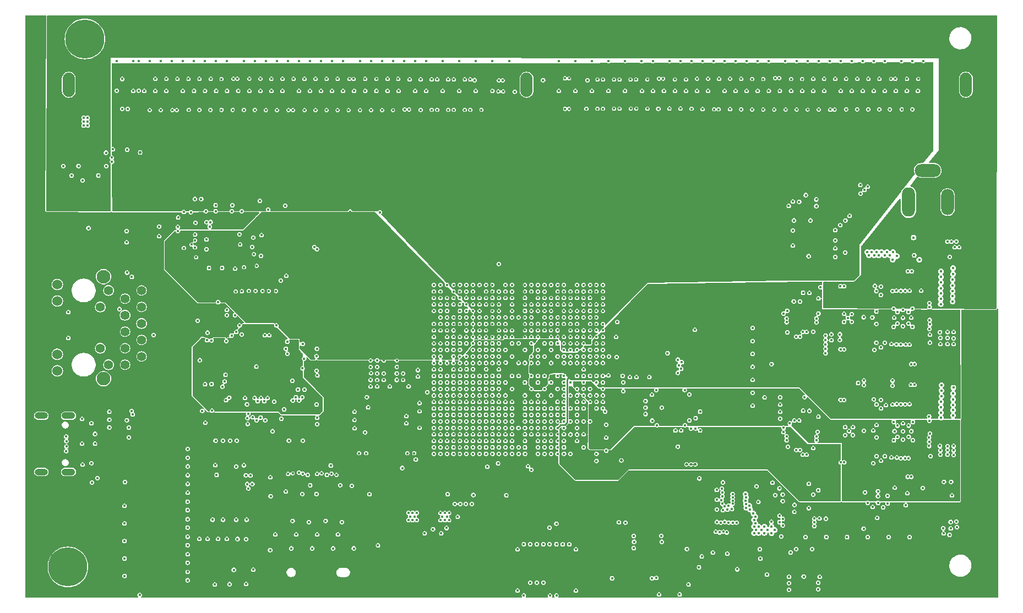
<source format=gbr>
G04 #@! TF.GenerationSoftware,KiCad,Pcbnew,7.0.11-rc3*
G04 #@! TF.CreationDate,2024-11-10T09:22:11+01:00*
G04 #@! TF.ProjectId,sodimm-ddr5-tester,736f6469-6d6d-42d6-9464-72352d746573,1.2.0*
G04 #@! TF.SameCoordinates,Original*
G04 #@! TF.FileFunction,Copper,L9,Inr*
G04 #@! TF.FilePolarity,Positive*
%FSLAX46Y46*%
G04 Gerber Fmt 4.6, Leading zero omitted, Abs format (unit mm)*
G04 Created by KiCad (PCBNEW 7.0.11-rc3) date 2024-11-10 09:22:11*
%MOMM*%
%LPD*%
G01*
G04 APERTURE LIST*
G04 #@! TA.AperFunction,ComponentPad*
%ADD10C,1.397000*%
G04 #@! TD*
G04 #@! TA.AperFunction,ComponentPad*
%ADD11C,1.524000*%
G04 #@! TD*
G04 #@! TA.AperFunction,ComponentPad*
%ADD12C,2.100000*%
G04 #@! TD*
G04 #@! TA.AperFunction,ComponentPad*
%ADD13C,2.108200*%
G04 #@! TD*
G04 #@! TA.AperFunction,ComponentPad*
%ADD14O,1.875000X3.750000*%
G04 #@! TD*
G04 #@! TA.AperFunction,ComponentPad*
%ADD15C,6.000000*%
G04 #@! TD*
G04 #@! TA.AperFunction,ComponentPad*
%ADD16O,2.100000X1.050000*%
G04 #@! TD*
G04 #@! TA.AperFunction,ComponentPad*
%ADD17O,2.000000X1.000000*%
G04 #@! TD*
G04 #@! TA.AperFunction,ComponentPad*
%ADD18O,2.000000X4.500000*%
G04 #@! TD*
G04 #@! TA.AperFunction,ComponentPad*
%ADD19O,4.000000X1.990000*%
G04 #@! TD*
G04 #@! TA.AperFunction,ComponentPad*
%ADD20O,2.000000X4.000000*%
G04 #@! TD*
G04 #@! TA.AperFunction,ViaPad*
%ADD21C,0.450000*%
G04 #@! TD*
G04 #@! TA.AperFunction,Conductor*
%ADD22C,0.256000*%
G04 #@! TD*
G04 APERTURE END LIST*
D10*
X80912700Y-162662487D03*
X78373700Y-163931487D03*
X80912700Y-165201487D03*
X78373700Y-166471487D03*
X80912700Y-167740487D03*
X78373700Y-169011487D03*
X80912700Y-170280487D03*
X78373700Y-171552487D03*
X80912700Y-172821487D03*
X78373700Y-174091487D03*
X75834700Y-162662487D03*
X74573700Y-165201487D03*
X74573700Y-171552487D03*
X75842700Y-174091487D03*
D11*
X67954700Y-161735487D03*
X67954700Y-164276487D03*
X67954700Y-172476487D03*
X67954700Y-175017487D03*
D12*
X75062700Y-160526487D03*
D13*
X75062700Y-176225487D03*
D14*
X69724501Y-131000000D03*
X140125501Y-131000000D03*
X207674501Y-131000000D03*
D15*
X72212200Y-123952000D03*
D16*
X69682400Y-181925800D03*
D17*
X65501400Y-181925800D03*
D16*
X69682400Y-190566800D03*
D17*
X65501400Y-190566800D03*
D15*
X69596000Y-205199800D03*
D18*
X198861400Y-149057600D03*
D19*
X201809400Y-144178600D03*
D20*
X204860400Y-149057600D03*
D21*
X88491829Y-150623157D03*
X98650000Y-156000000D03*
X100400501Y-150213149D03*
X78956400Y-185243949D03*
X134874000Y-127355600D03*
X72616600Y-137277600D03*
X187579000Y-154940000D03*
X165481000Y-127355600D03*
X108521500Y-127355600D03*
X179600000Y-166200000D03*
X131877001Y-175800500D03*
X204850000Y-169050000D03*
X144875001Y-170802500D03*
X145875001Y-163802500D03*
X115750001Y-180650000D03*
X105151000Y-179585000D03*
X193927000Y-183351000D03*
X139875001Y-173802501D03*
X115976400Y-194005200D03*
X123250501Y-196876000D03*
X147624800Y-131953000D03*
X196570500Y-165451500D03*
X152730200Y-127355600D03*
X90091329Y-148586000D03*
X195400000Y-180300000D03*
X132141800Y-130287800D03*
X146875001Y-166802501D03*
X73755899Y-184730800D03*
X100536501Y-169561500D03*
X141875001Y-175800500D03*
X147875001Y-177800500D03*
X195200000Y-170700000D03*
X85741829Y-157933157D03*
X160078501Y-177960999D03*
X137877001Y-183800500D03*
X94047244Y-166455000D03*
X101727000Y-127355600D03*
X167182800Y-127355600D03*
X138877001Y-170776000D03*
X193900000Y-165900000D03*
X171800501Y-195476000D03*
X142875001Y-164802500D03*
X177380900Y-127355600D03*
X90678000Y-127355600D03*
X137877001Y-177800500D03*
X98323400Y-127355600D03*
X179920900Y-127355600D03*
X195237100Y-127355600D03*
X90678000Y-131953000D03*
X91686501Y-170350000D03*
X194975000Y-196025000D03*
X129100000Y-195500000D03*
X127877001Y-172802500D03*
X189550000Y-166875000D03*
X106832400Y-127355600D03*
X196200000Y-170900000D03*
X72016600Y-136677600D03*
X197997500Y-185602500D03*
X197158001Y-185173000D03*
X81332002Y-131953000D03*
X135877001Y-166802500D03*
X183775000Y-151875000D03*
X172400501Y-198376000D03*
X147875001Y-181800500D03*
X189725000Y-184300000D03*
X107149200Y-202337800D03*
X149464600Y-130314000D03*
X203700000Y-186575000D03*
X145875001Y-183800500D03*
X145875001Y-185800500D03*
X87989200Y-197851000D03*
X177740501Y-198256000D03*
X109399200Y-191037800D03*
X166115501Y-182305000D03*
X119100000Y-177427500D03*
X173972001Y-131953000D03*
X141875001Y-173802500D03*
X113258600Y-192709800D03*
X181082000Y-153409001D03*
X182037107Y-182676000D03*
X102991975Y-149611025D03*
X184200000Y-186900000D03*
X105981344Y-177902328D03*
X139875001Y-171802500D03*
X77502097Y-165506950D03*
X170300501Y-192176000D03*
X163400000Y-186700000D03*
X149875001Y-165802500D03*
X171800501Y-194476000D03*
X110223300Y-131953000D03*
X148875001Y-176800500D03*
X134874000Y-131953000D03*
X191828201Y-131953000D03*
X180600000Y-183100000D03*
X148875001Y-171802500D03*
X194627000Y-180801000D03*
X170300501Y-196476000D03*
X118719600Y-131953000D03*
X75955899Y-181330800D03*
X154319800Y-198326200D03*
X133900501Y-174776000D03*
X197970500Y-168151500D03*
X75955899Y-182530800D03*
X95000000Y-164451500D03*
X187579000Y-153365200D03*
X198300000Y-188451000D03*
X182880000Y-179070000D03*
X128875501Y-174801000D03*
X132877001Y-178800500D03*
X116433600Y-154609800D03*
X177105000Y-206365600D03*
X199000000Y-162700000D03*
X201050000Y-193050000D03*
X101616501Y-167061000D03*
X102240501Y-157646000D03*
X140875001Y-173802500D03*
X83027301Y-131953000D03*
X73225899Y-189230800D03*
X113549200Y-202337800D03*
X128200501Y-196901000D03*
X141875002Y-171802500D03*
X172288200Y-127355600D03*
X122974100Y-127355600D03*
X125730000Y-199390000D03*
X196697500Y-184302500D03*
X192582800Y-146685000D03*
X92800501Y-159626000D03*
X136877001Y-180800500D03*
X193900000Y-167800000D03*
X96150000Y-157000000D03*
X193927000Y-185251000D03*
X144705200Y-209614800D03*
X121950501Y-196876000D03*
X129900501Y-174801000D03*
X122600501Y-196876000D03*
X205800000Y-187950000D03*
X71757900Y-186230800D03*
X121450000Y-173100000D03*
X71779400Y-182430800D03*
X155270200Y-131953000D03*
X87274400Y-131953000D03*
X95456500Y-197929600D03*
X91689501Y-177069000D03*
X181082000Y-155740998D03*
X99174300Y-131953000D03*
X119570500Y-127355600D03*
X160066400Y-206872200D03*
X97472500Y-131953000D03*
X136877001Y-176800500D03*
X189151064Y-151889264D03*
X171200501Y-195776000D03*
X166319200Y-131953000D03*
X101375251Y-160295500D03*
X97356500Y-193129600D03*
X159435500Y-182693000D03*
X157843001Y-131953000D03*
X106832400Y-131953000D03*
X191950000Y-199300000D03*
X95770700Y-131953000D03*
X171800501Y-194976000D03*
X136877001Y-169802500D03*
X176058800Y-203914600D03*
X148875001Y-182800499D03*
X199000000Y-200600000D03*
X102900501Y-157636000D03*
X101500000Y-200200000D03*
X173990000Y-127355600D03*
X193522600Y-131953000D03*
X102850000Y-180950000D03*
X196927402Y-131953000D03*
X107826000Y-180200000D03*
X88976200Y-127355600D03*
X175500501Y-192776000D03*
X171000501Y-196376000D03*
X145875001Y-182800500D03*
X198450000Y-195700000D03*
X129877001Y-168802500D03*
X87994500Y-187023000D03*
X204850000Y-169950000D03*
X89527244Y-167295000D03*
X194150000Y-194300000D03*
X164470501Y-183388001D03*
X194150000Y-193560000D03*
X126877001Y-180800500D03*
X100700000Y-191400000D03*
X181622700Y-127355600D03*
X117017800Y-131953000D03*
X198020501Y-184310500D03*
X111709200Y-198297800D03*
X103949200Y-202337800D03*
X88988900Y-131953000D03*
X191439800Y-146431000D03*
X148875001Y-180800500D03*
X92701564Y-200875321D03*
X164624801Y-131953000D03*
X168021000Y-131953000D03*
X115570000Y-179070000D03*
X147875001Y-172802500D03*
X204300000Y-192100000D03*
X94800000Y-156950000D03*
X78713900Y-140994299D03*
X150177500Y-127355600D03*
X145072100Y-127355600D03*
X149875001Y-182800500D03*
X93800000Y-156950000D03*
X199000000Y-171000000D03*
X159408500Y-206944900D03*
X134877001Y-173802500D03*
X159537400Y-131953000D03*
X197131001Y-165999000D03*
X86591829Y-154583157D03*
X104140000Y-198120000D03*
X103910501Y-154936000D03*
X179505000Y-198813000D03*
X123250501Y-197976000D03*
X175680302Y-131953000D03*
X72616600Y-136661600D03*
X197131001Y-167722000D03*
X169355502Y-196350000D03*
X121272300Y-127355600D03*
X147875001Y-169802500D03*
X157822900Y-127393700D03*
X85750501Y-157073149D03*
X107873800Y-163779200D03*
X115300001Y-184500000D03*
X191948000Y-166774000D03*
X87989200Y-205951000D03*
X128877001Y-165802500D03*
X174895500Y-176398500D03*
X147624800Y-127355600D03*
X195219101Y-131953000D03*
X204850000Y-186600000D03*
X72016600Y-137277600D03*
X140875001Y-170802500D03*
X103428800Y-127355600D03*
X87391829Y-150583157D03*
X145072100Y-131953000D03*
X203750000Y-170900000D03*
X83870800Y-127355600D03*
X111925100Y-127355600D03*
X198881001Y-183450000D03*
X191975000Y-184225000D03*
X184200000Y-169000000D03*
X107926000Y-183218000D03*
X139875001Y-176800500D03*
X142875001Y-172802500D03*
X183500000Y-196150000D03*
X203750000Y-187900000D03*
X198850000Y-188450000D03*
X190300000Y-184900000D03*
X116179600Y-127355600D03*
X137877002Y-175800500D03*
X135877001Y-187800500D03*
X140875001Y-172802500D03*
X144875001Y-181800501D03*
X166000000Y-168700000D03*
X159524700Y-127355600D03*
X186728100Y-127355600D03*
X187579000Y-156184600D03*
X203700000Y-169075000D03*
X193300000Y-166800000D03*
X200800000Y-162700000D03*
X144875001Y-172802500D03*
X91855500Y-197929600D03*
X154075001Y-167502500D03*
X127228600Y-127355600D03*
X138295400Y-132071998D03*
X78672200Y-159914000D03*
X90928157Y-152143165D03*
X205400000Y-192100000D03*
X197027000Y-180151000D03*
X151875001Y-177800500D03*
X135877002Y-177800500D03*
X181600000Y-202450600D03*
X136877001Y-171802500D03*
X115316000Y-131953000D03*
X184958299Y-207629800D03*
X189125000Y-184925000D03*
X72616600Y-136061600D03*
X166100000Y-183900000D03*
X203750000Y-169950000D03*
X202251001Y-188150000D03*
X105130600Y-131953000D03*
X132321300Y-131953000D03*
X89801564Y-200875321D03*
X170600501Y-195876000D03*
X190150000Y-166275000D03*
X122925501Y-197426000D03*
X154000000Y-172904000D03*
X183057000Y-147984002D03*
X74140899Y-191530800D03*
X79623701Y-131953000D03*
X118150501Y-173426000D03*
X152374503Y-185301000D03*
X170967400Y-203149200D03*
X203750000Y-187250000D03*
X193527000Y-179401000D03*
X189125000Y-183675000D03*
X142875001Y-175800500D03*
X200317100Y-131953000D03*
X183000000Y-200600000D03*
X163502000Y-174200000D03*
X172497800Y-205549600D03*
X204850000Y-187200000D03*
X156002501Y-175976000D03*
X148875001Y-162802500D03*
X150875002Y-179800500D03*
X140875001Y-175800500D03*
X122000000Y-177426500D03*
X205800000Y-170000000D03*
X145875001Y-184800500D03*
X196597500Y-185702500D03*
X152374503Y-183301000D03*
X160466400Y-209420200D03*
X128000000Y-194000000D03*
X122600501Y-197976000D03*
X78655899Y-182630800D03*
X87994500Y-189723000D03*
X129877000Y-179800500D03*
X187578400Y-157497600D03*
X147706700Y-208835298D03*
X105130600Y-127355600D03*
X87989200Y-203251000D03*
X127550501Y-198001000D03*
X145875001Y-175800500D03*
X120421400Y-131953000D03*
X184900000Y-184400000D03*
X100685200Y-202617299D03*
X202127000Y-184651000D03*
X96621600Y-127355600D03*
X95550501Y-164451000D03*
X160899499Y-201324800D03*
X194150000Y-195350000D03*
X183500000Y-192400000D03*
X126900501Y-198001000D03*
X196597500Y-182902500D03*
X106629200Y-198297800D03*
X171200501Y-198376000D03*
X188950000Y-166250000D03*
X131928228Y-194128228D03*
X146875001Y-187800500D03*
X148875001Y-173802501D03*
X197158001Y-183450000D03*
X170000501Y-198376000D03*
X196570500Y-168251500D03*
X97300000Y-181600000D03*
X133877001Y-170802500D03*
X145875001Y-186800500D03*
X150875001Y-187800501D03*
X182487502Y-131953000D03*
X131877000Y-164802500D03*
X143875001Y-171802500D03*
X127875501Y-197451000D03*
X161800000Y-172300000D03*
X124850000Y-178300000D03*
X114477800Y-127355600D03*
X174895500Y-174398500D03*
X184182801Y-131953000D03*
X205800000Y-169050000D03*
X201168000Y-127342900D03*
X130800000Y-195500000D03*
X197970500Y-165651500D03*
X127877001Y-162802500D03*
X102191829Y-150774400D03*
X153900000Y-169800000D03*
X92300000Y-149550000D03*
X150875001Y-188900501D03*
X202150000Y-170675000D03*
X108521500Y-131953000D03*
X90683501Y-177089000D03*
X180300000Y-186700000D03*
X199497500Y-185702500D03*
X139875001Y-186800501D03*
X73280899Y-192205800D03*
X124675900Y-131953000D03*
X191465200Y-147751800D03*
X89882344Y-173382328D03*
X100765200Y-194314762D03*
X204825000Y-170900000D03*
X177945999Y-192230502D03*
X199731899Y-157242600D03*
X108661200Y-162966400D03*
X91750000Y-156950000D03*
X174895500Y-172399500D03*
X151875001Y-179800500D03*
X175679100Y-127355600D03*
X141875001Y-178800500D03*
X100960501Y-157356000D03*
X169400501Y-198276000D03*
X169400000Y-194850000D03*
X170900501Y-199876000D03*
X150875001Y-168802500D03*
X189814200Y-151180800D03*
X194627000Y-188851000D03*
X183605107Y-181174500D03*
X142875001Y-185800500D03*
X75955899Y-183730800D03*
X170100000Y-194900000D03*
X80621000Y-209512600D03*
X135841200Y-158572200D03*
X143875001Y-167802500D03*
X92800000Y-156950000D03*
X204825000Y-187900000D03*
X150875002Y-175800500D03*
X137000501Y-194176000D03*
X166624000Y-205257400D03*
X198881001Y-185173000D03*
X196750000Y-193000000D03*
X129540000Y-197485000D03*
X172262800Y-131953000D03*
X189118901Y-156828600D03*
X82169000Y-127355600D03*
X183324500Y-127355600D03*
X94059829Y-165647157D03*
X91000000Y-170300000D03*
X143875001Y-178800500D03*
X199470500Y-165451500D03*
X165165502Y-178656000D03*
X125877001Y-177800500D03*
X165165501Y-182655000D03*
X165017901Y-207895699D03*
X132321300Y-127355600D03*
X138870501Y-183806000D03*
X193535300Y-127355600D03*
X125877001Y-166802500D03*
X192600000Y-200600000D03*
X145875001Y-176800500D03*
X103325501Y-172385000D03*
X174895500Y-178398500D03*
X177800000Y-173990000D03*
X188366400Y-152603200D03*
X87989200Y-195151000D03*
X198650000Y-193850000D03*
X147875001Y-179800500D03*
X199470500Y-168251500D03*
X89090501Y-148576000D03*
X135730501Y-189266000D03*
X171800501Y-193976000D03*
X193450000Y-189225000D03*
X151875001Y-175800500D03*
X170400501Y-199776000D03*
X179505000Y-195063000D03*
X153263499Y-206947898D03*
X94900000Y-149550000D03*
X107900000Y-200200000D03*
X93456500Y-197929600D03*
X97271658Y-166455157D03*
X170568401Y-131953000D03*
X100876100Y-131953000D03*
X198400000Y-171000000D03*
X152730200Y-131953000D03*
X139875001Y-178800500D03*
X132877001Y-167802500D03*
X124460000Y-200025000D03*
X85572600Y-127355600D03*
X145875001Y-178800500D03*
X128877001Y-186800500D03*
X182034000Y-149009001D03*
X140875001Y-168802500D03*
X84721700Y-131953000D03*
X112979200Y-150520400D03*
X170586400Y-127355600D03*
X174888000Y-170447000D03*
X138875501Y-173801000D03*
X98301000Y-179200000D03*
X97125000Y-180182000D03*
X180200000Y-169100000D03*
X121950501Y-197976000D03*
X93820501Y-175635000D03*
X105922344Y-173132328D03*
X105119366Y-190689034D03*
X130877001Y-182800500D03*
X86536829Y-151433157D03*
X126877001Y-169802499D03*
X169350000Y-193350000D03*
X193927000Y-180201000D03*
X122974100Y-131953000D03*
X93600000Y-154800000D03*
X79422200Y-160564000D03*
X73755899Y-186230800D03*
X193700000Y-161950000D03*
X137877002Y-162802500D03*
X87994500Y-192423000D03*
X148875001Y-178800500D03*
X94068900Y-131953000D03*
X136909706Y-173751688D03*
X190125000Y-167475000D03*
X87989200Y-200551000D03*
X161221201Y-131953000D03*
X127228600Y-131953000D03*
X198854001Y-167722000D03*
X131700000Y-195500000D03*
X127800000Y-199200000D03*
X183607608Y-163021999D03*
X127000000Y-200025000D03*
X190131700Y-127355600D03*
X147875001Y-175800500D03*
X182153608Y-164356694D03*
X111100000Y-200200000D03*
X112090200Y-167868600D03*
X148875001Y-186800501D03*
X188424601Y-131953000D03*
X180779201Y-131953000D03*
X117957600Y-156083000D03*
X151875001Y-161802500D03*
X147875001Y-185800500D03*
X97225000Y-183200000D03*
X186200000Y-200600000D03*
X179070000Y-131953000D03*
X120150501Y-175426000D03*
X105649200Y-193970501D03*
X99827658Y-166413157D03*
X160168501Y-183388001D03*
X131877001Y-185800500D03*
X193900000Y-162750000D03*
X133877001Y-181800500D03*
X192049400Y-147193000D03*
X205800000Y-170900000D03*
X152374503Y-187301000D03*
X194600000Y-171400000D03*
X190132902Y-131953000D03*
X97056500Y-197929600D03*
X166800000Y-184200000D03*
X169200501Y-199776000D03*
X202075000Y-182700000D03*
X170600501Y-198276000D03*
X129900000Y-195500000D03*
X127550501Y-196901000D03*
X140875001Y-177800500D03*
X174888000Y-168422000D03*
X193400000Y-184200000D03*
X151875001Y-171802500D03*
X102577900Y-131953000D03*
X171800501Y-198376000D03*
X103117344Y-171630157D03*
X127175501Y-197451000D03*
X92456500Y-191029600D03*
X197777100Y-127355600D03*
X193927000Y-188151000D03*
X92367100Y-127355600D03*
X111912400Y-131953000D03*
X196227000Y-188351000D03*
X130877001Y-161802500D03*
X137426700Y-127355600D03*
X141875001Y-172802500D03*
X179300000Y-200500000D03*
X95268501Y-166465000D03*
X198622701Y-131953000D03*
X95676663Y-200901600D03*
X197993501Y-166859500D03*
X194627000Y-179501000D03*
X117551200Y-150622000D03*
X137877001Y-170802500D03*
X147703701Y-202490300D03*
X202100000Y-167200000D03*
X138705700Y-202490300D03*
X145875001Y-180800500D03*
X162077400Y-127355600D03*
X135875501Y-174801000D03*
X142660000Y-130302500D03*
X188429900Y-127355600D03*
X189400000Y-200600000D03*
X137877001Y-172802500D03*
X194050000Y-197650000D03*
X193600000Y-171800000D03*
X125877001Y-187800500D03*
X143875002Y-173802500D03*
X75447900Y-141464800D03*
X128200501Y-198001000D03*
X134877001Y-163802500D03*
X168884600Y-127355600D03*
X198854001Y-165999000D03*
X126900501Y-196901000D03*
X94068900Y-127355600D03*
X205800000Y-187250000D03*
X87274400Y-127355600D03*
X185877200Y-131953000D03*
X71829400Y-189451800D03*
X79616300Y-127355600D03*
X140875001Y-179800500D03*
X174895500Y-180398500D03*
X110000000Y-189600000D03*
X91048501Y-169150000D03*
X128877001Y-176800500D03*
X202100000Y-165200000D03*
X163779200Y-127355600D03*
X104090000Y-176550000D03*
X199270500Y-166851500D03*
X155001500Y-178126000D03*
X150177500Y-131953000D03*
X193900000Y-170700000D03*
X119278400Y-154787600D03*
X138708700Y-208835300D03*
X122225501Y-197426000D03*
X163900000Y-184200000D03*
X143875001Y-176800500D03*
X159383500Y-178694000D03*
X155270200Y-127355600D03*
X177375601Y-131953000D03*
X163666400Y-209420200D03*
X185000000Y-166200000D03*
X151875001Y-172802500D03*
X185026300Y-127355600D03*
X199497500Y-182902500D03*
X100025200Y-127355600D03*
X109220000Y-198120000D03*
X149875001Y-171802500D03*
X110349200Y-202337800D03*
X127877001Y-183800500D03*
X193325000Y-195975000D03*
X110223300Y-127355600D03*
X82767560Y-169509487D03*
X105587800Y-153875000D03*
X129768600Y-127355600D03*
X91750000Y-181150000D03*
X152200000Y-181300000D03*
X194600000Y-163350000D03*
X148875001Y-184800500D03*
X92379800Y-131953000D03*
X124675900Y-127355600D03*
X197000000Y-162700000D03*
X142875001Y-170802500D03*
X199297500Y-184302500D03*
X141875001Y-182800500D03*
X139706200Y-209614800D03*
X195227000Y-188151000D03*
X149875001Y-173802500D03*
X165400000Y-183900000D03*
X145875001Y-187800500D03*
X199027000Y-180151000D03*
X104700000Y-200200000D03*
X194600000Y-162050000D03*
X195800000Y-200600000D03*
X129768600Y-131953000D03*
X199478900Y-127355600D03*
X117881400Y-127355600D03*
X163000000Y-184200000D03*
X150875001Y-172802500D03*
X123649499Y-179980999D03*
X149875001Y-178800500D03*
X162929502Y-131953000D03*
X205191899Y-157472600D03*
X191833500Y-127355600D03*
X122961400Y-158572200D03*
X117265200Y-201887299D03*
X73204899Y-183081800D03*
X139875001Y-165802500D03*
X109855000Y-168554400D03*
X141875001Y-161802500D03*
X196670500Y-166851500D03*
X116150501Y-177426000D03*
X147875001Y-183800500D03*
X134877001Y-184800500D03*
X95300000Y-165600000D03*
X138875501Y-175801000D03*
X164432501Y-177960999D03*
X197997500Y-183102500D03*
X98559501Y-174386000D03*
X181225000Y-151875000D03*
X108077000Y-168529000D03*
X98704400Y-151485600D03*
X116100000Y-172200000D03*
X142875001Y-177800500D03*
X205550000Y-194200000D03*
X141875001Y-176800500D03*
X205800000Y-186575000D03*
X169800501Y-199876000D03*
X72016600Y-136077600D03*
X71217900Y-143524800D03*
X188950000Y-167500000D03*
X143705200Y-209614800D03*
X190325000Y-183700000D03*
X130877001Y-171802500D03*
X171700501Y-196276000D03*
X113614200Y-131953000D03*
X79555899Y-181730800D03*
X96600000Y-168037000D03*
X99300000Y-168750000D03*
X104962344Y-173122328D03*
X104775501Y-170530000D03*
X89300501Y-178096000D03*
X97150000Y-181002500D03*
X89300000Y-172800000D03*
X79405899Y-181180800D03*
X103325501Y-174980000D03*
X91600000Y-179400000D03*
X90252501Y-170111000D03*
X92256500Y-189529600D03*
X97600000Y-179200000D03*
X97153299Y-192432801D03*
X97656500Y-191129600D03*
X107851000Y-181168000D03*
X101675501Y-168033000D03*
X95959829Y-168036328D03*
X104982344Y-177905179D03*
X142875001Y-187800500D03*
X148875001Y-168802500D03*
X144875001Y-168802500D03*
X135877001Y-162802500D03*
X141875002Y-162802500D03*
X149875001Y-163802500D03*
X133877001Y-167802499D03*
X150875002Y-180800500D03*
X139876001Y-187800502D03*
X181066000Y-148984001D03*
X180425000Y-149650000D03*
X205700000Y-179400000D03*
X203900000Y-178050000D03*
X174500501Y-196376000D03*
X192770159Y-157229699D03*
X203800000Y-162300000D03*
X194270159Y-157229699D03*
X203850000Y-159700000D03*
X173900501Y-196076000D03*
X203900000Y-178900000D03*
X205650000Y-161000000D03*
X175300000Y-197450000D03*
X205650000Y-162750000D03*
X175400501Y-199476000D03*
X193970159Y-156729699D03*
X175000501Y-196976000D03*
X173800000Y-193976000D03*
X196478400Y-156722600D03*
X175100501Y-198976000D03*
X192470159Y-156729699D03*
X175100501Y-199976000D03*
X205700000Y-178500000D03*
X200503400Y-157922600D03*
X175800501Y-198976000D03*
X194670159Y-156729699D03*
X195178400Y-157222600D03*
X199641899Y-154502600D03*
X205700000Y-181050000D03*
X193170159Y-156729699D03*
X205700000Y-159200000D03*
X205700000Y-180250000D03*
X203850000Y-160550000D03*
X205650000Y-161900000D03*
X173850000Y-194476000D03*
X196428400Y-157922600D03*
X203850000Y-181450000D03*
X177800000Y-199000000D03*
X203800000Y-163950000D03*
X205650000Y-164350000D03*
X175800501Y-199976000D03*
X205650000Y-163550000D03*
X195928400Y-157222600D03*
X203800000Y-163100000D03*
X203800000Y-164750000D03*
X193570159Y-157229699D03*
X195528400Y-156722600D03*
X178300000Y-199500000D03*
X203850000Y-179800000D03*
X175285400Y-198475600D03*
X203900000Y-177200000D03*
X177800000Y-200000000D03*
X175100501Y-197976000D03*
X176200501Y-199476000D03*
X177200000Y-199476000D03*
X205750000Y-177600000D03*
X173800000Y-195000000D03*
X197078400Y-157372600D03*
X176700000Y-198976000D03*
X205700000Y-160100000D03*
X176700000Y-199976000D03*
X173850000Y-195550000D03*
X205700000Y-181850000D03*
X203850000Y-180600000D03*
X174400501Y-195776000D03*
X203850000Y-161400000D03*
X203850000Y-182250000D03*
X202028001Y-185940500D03*
X202068501Y-168572000D03*
X204241400Y-200025000D03*
X205421899Y-155147600D03*
X160849499Y-200399800D03*
X204190600Y-199237600D03*
X186156600Y-197764400D03*
X182727600Y-206679800D03*
X205333600Y-198272400D03*
X184958299Y-208629800D03*
X206273400Y-199059800D03*
X184988200Y-193395600D03*
X205333600Y-199263000D03*
X107901000Y-182250000D03*
X205951899Y-156012600D03*
X204825600Y-155143200D03*
X185166000Y-197739000D03*
X206628400Y-155997600D03*
X206222600Y-198196200D03*
X101070994Y-184301326D03*
X205155800Y-200253600D03*
X184025000Y-202450600D03*
X206203400Y-155122600D03*
X143666957Y-199165957D03*
X144703114Y-198532800D03*
X125877001Y-186800500D03*
X163400000Y-175332713D03*
X144875001Y-175800500D03*
X95575000Y-185775000D03*
X163900000Y-174700000D03*
X144875000Y-177800500D03*
X94525000Y-185775000D03*
X92300000Y-185775000D03*
X145875001Y-172802500D03*
X164000000Y-173700000D03*
X93422843Y-185773328D03*
X163400000Y-173300000D03*
X146875001Y-172802500D03*
X76473900Y-140944299D03*
X77927200Y-130111500D03*
X77927200Y-134708900D03*
X76373900Y-142844299D03*
X76341399Y-142206800D03*
X78778100Y-134721600D03*
X137877001Y-169802500D03*
X82169000Y-134899400D03*
X134877001Y-169802500D03*
X83870800Y-134899400D03*
X135877002Y-169802500D03*
X83032600Y-130098800D03*
X133877001Y-169802500D03*
X84734400Y-130098800D03*
X185184299Y-206729800D03*
X195650000Y-194250000D03*
X195650000Y-195450000D03*
X86436200Y-130098800D03*
X132877001Y-169802500D03*
X85675501Y-134899400D03*
X132877001Y-168802500D03*
X86325501Y-134899400D03*
X133877001Y-168802500D03*
X136877001Y-168802500D03*
X88169945Y-134868667D03*
X134877001Y-167802500D03*
X89814400Y-134874000D03*
X88138000Y-130098800D03*
X135877001Y-168802500D03*
X89814400Y-130098800D03*
X137877001Y-168802500D03*
X91516200Y-134874000D03*
X134877001Y-165802500D03*
X192175000Y-193725000D03*
X192600000Y-195350000D03*
X131877001Y-166802500D03*
X93218000Y-134874000D03*
X175768000Y-195199000D03*
X166700501Y-191576000D03*
X91541600Y-130098800D03*
X132877001Y-166802500D03*
X93218000Y-130124200D03*
X132877001Y-165802500D03*
X131877001Y-162802500D03*
X95025001Y-130074706D03*
X95675001Y-130074706D03*
X131877001Y-163802500D03*
X94919800Y-134874000D03*
X132877001Y-164802500D03*
X96647000Y-134874000D03*
X132877001Y-163802500D03*
X98323400Y-134874000D03*
X133877001Y-163802500D03*
X182592606Y-187926107D03*
X188973000Y-189099000D03*
X133877001Y-164802500D03*
X97485200Y-130073400D03*
X134877001Y-164802500D03*
X99187000Y-130073400D03*
X100025200Y-134899400D03*
X133877001Y-166802501D03*
X182179107Y-169762107D03*
X199800001Y-173974998D03*
X135877001Y-165802500D03*
X101727000Y-134899400D03*
X100863400Y-130098800D03*
X134877001Y-166802500D03*
X102590600Y-130098800D03*
X135877002Y-164802500D03*
X104292400Y-130098800D03*
X136877001Y-166802500D03*
X135877001Y-167802500D03*
X103525001Y-134899400D03*
X104175001Y-134899400D03*
X136877001Y-167802500D03*
X137877001Y-163802500D03*
X105994200Y-134899400D03*
X107670600Y-134899400D03*
X137877001Y-165802500D03*
X137877001Y-164802500D03*
X105968800Y-130098800D03*
X107670600Y-130098800D03*
X137876001Y-166801500D03*
X109372400Y-134899400D03*
X135877001Y-163802500D03*
X132877000Y-161802501D03*
X111074200Y-134899400D03*
X131877000Y-161802501D03*
X109372400Y-130098800D03*
X134877001Y-162802500D03*
X111074200Y-130098800D03*
X130877000Y-185800000D03*
X168757600Y-202996800D03*
X140318499Y-189702835D03*
X133877001Y-161802501D03*
X112874501Y-130111765D03*
X133877001Y-162802499D03*
X113524501Y-130111765D03*
X134877001Y-161802501D03*
X112776000Y-134899400D03*
X136877001Y-163802500D03*
X114503200Y-134899400D03*
X116205000Y-134899400D03*
X136877001Y-162802500D03*
X115316000Y-130098800D03*
X136877001Y-161802500D03*
X137877001Y-161802499D03*
X117017800Y-130098800D03*
X131877001Y-165802500D03*
X117906800Y-134899400D03*
X139875001Y-168802500D03*
X119557800Y-134899400D03*
X138876001Y-166802500D03*
X118745000Y-130098800D03*
X121374501Y-134803296D03*
X144875001Y-161802500D03*
X144875001Y-162802500D03*
X122024501Y-134803296D03*
X120396000Y-130098800D03*
X139875001Y-169802499D03*
X123825000Y-134874000D03*
X140875001Y-166802500D03*
X125526800Y-134861300D03*
X140875001Y-164802500D03*
X139875001Y-163802500D03*
X122123200Y-130175000D03*
X182179107Y-187201107D03*
X199273000Y-191324000D03*
X94800501Y-150458851D03*
X92300501Y-150458851D03*
X96300501Y-150458851D03*
X90800501Y-150458851D03*
X125526800Y-130175000D03*
X139875001Y-164802501D03*
X140875001Y-165802500D03*
X123825000Y-130175000D03*
X126377700Y-134861300D03*
X141875001Y-163802500D03*
X184677214Y-167541501D03*
X188938500Y-162000000D03*
X199326501Y-159699000D03*
X180100000Y-167536000D03*
X183176107Y-187926107D03*
X188423000Y-189099000D03*
X181595606Y-169762107D03*
X199250001Y-173974998D03*
X181595606Y-187201107D03*
X198723000Y-191324000D03*
X188388500Y-162000000D03*
X184677214Y-166958000D03*
X142875001Y-163802500D03*
X126377700Y-130175000D03*
X128079500Y-134861300D03*
X143875002Y-164802500D03*
X128066800Y-130175000D03*
X143875001Y-166802500D03*
X128930400Y-134861300D03*
X143875001Y-163802500D03*
X143875001Y-165802500D03*
X128930400Y-130175000D03*
X130632200Y-134861300D03*
X144875001Y-166802500D03*
X130619500Y-130175000D03*
X144875000Y-164802500D03*
X131483100Y-134861300D03*
X145875001Y-164802500D03*
X131470400Y-130175000D03*
X145875001Y-165802500D03*
X133184900Y-134861300D03*
X145875001Y-166802500D03*
X135800001Y-132029200D03*
X139875001Y-162802500D03*
X140875001Y-162802500D03*
X135850001Y-130327400D03*
X139875001Y-161802500D03*
X136500001Y-132029200D03*
X136450001Y-130327400D03*
X140875001Y-161802500D03*
X142875001Y-166802500D03*
X146049001Y-134706005D03*
X146049001Y-130010431D03*
X141875001Y-165802500D03*
X142875001Y-165802500D03*
X146649001Y-134706005D03*
X146649001Y-130010431D03*
X141875001Y-164802500D03*
X141875001Y-169802500D03*
X149326600Y-134696200D03*
X151028400Y-130187700D03*
X141875001Y-168802500D03*
X142875001Y-168802500D03*
X151028400Y-134696200D03*
X151879300Y-130187700D03*
X140875001Y-167802500D03*
X151879300Y-134696200D03*
X139875001Y-167802500D03*
X139875001Y-166802500D03*
X153581100Y-130187700D03*
X153581100Y-134683500D03*
X143875001Y-168802500D03*
X198776501Y-159699000D03*
X180100000Y-166952499D03*
X154419300Y-130187700D03*
X142875001Y-167802500D03*
X141875001Y-167802499D03*
X154419300Y-134683500D03*
X143875002Y-169802500D03*
X156121100Y-130187700D03*
X156133800Y-134683500D03*
X144875001Y-167802500D03*
X158686500Y-134683500D03*
X145875001Y-167802500D03*
X142875001Y-161802500D03*
X156972000Y-130187700D03*
X160375600Y-134696200D03*
X143875001Y-161802500D03*
X144875000Y-169802500D03*
X156984700Y-134683500D03*
X158673800Y-130187700D03*
X145875001Y-169802500D03*
X156591000Y-202293800D03*
X156600000Y-200425800D03*
X146705200Y-201710800D03*
X188200000Y-187750000D03*
X146875001Y-177800500D03*
X186100000Y-187500000D03*
X186100000Y-186750000D03*
X186100000Y-189700000D03*
X186100000Y-188200000D03*
X188200000Y-187150000D03*
X186100000Y-188900000D03*
X146875001Y-185800500D03*
X187200000Y-187700000D03*
X146875001Y-179800501D03*
X146875001Y-181800500D03*
X146875001Y-183800500D03*
X187200000Y-182075000D03*
X187800000Y-181700000D03*
X187800000Y-180900000D03*
X141875001Y-170802500D03*
X143875001Y-172802500D03*
X144875000Y-173802500D03*
X187200000Y-181400000D03*
X144875001Y-183800500D03*
X183946800Y-161721800D03*
X142875001Y-171802500D03*
X141875001Y-177800500D03*
X186175000Y-179725000D03*
X144875001Y-171802500D03*
X186900000Y-180800000D03*
X188325000Y-182050000D03*
X146875001Y-175800499D03*
X186175000Y-179000000D03*
X142875001Y-176800500D03*
X186175000Y-181150000D03*
X140875001Y-176800500D03*
X186175000Y-180450000D03*
X140875501Y-174801000D03*
X142875001Y-173802500D03*
X188325000Y-181300000D03*
X162077400Y-134670800D03*
X146875001Y-163802500D03*
X145875001Y-161802500D03*
X160475001Y-130068267D03*
X145875001Y-162802500D03*
X161125001Y-130068267D03*
X148875001Y-170802500D03*
X163779200Y-134670800D03*
X149875001Y-166802500D03*
X164630100Y-130187700D03*
X162915600Y-130187700D03*
X145875001Y-171802500D03*
X165481000Y-134696200D03*
X147875001Y-162802500D03*
X149875001Y-161802500D03*
X167182800Y-134747000D03*
X166319200Y-130073400D03*
X148875001Y-163802500D03*
X168021000Y-130073400D03*
X146875000Y-162802500D03*
X93300000Y-159200000D03*
X91279001Y-159200000D03*
X89228157Y-152243165D03*
X91375322Y-152846000D03*
X107873800Y-156286200D03*
X90911829Y-154803145D03*
X107467400Y-155981400D03*
X91527596Y-152134441D03*
X99296829Y-157328157D03*
X90911829Y-156313157D03*
X69672200Y-169964000D03*
X78956400Y-183743949D03*
X86500501Y-153513149D03*
X95300000Y-159300000D03*
X113650501Y-183850000D03*
X138900501Y-186776000D03*
X179100000Y-179100000D03*
X103099200Y-193587800D03*
X188300000Y-169400000D03*
X128877001Y-181800500D03*
X70176000Y-144967800D03*
X107799200Y-193979800D03*
X78309200Y-195801000D03*
X83616800Y-154305000D03*
X102350501Y-161126000D03*
X148875501Y-174801000D03*
X141875001Y-187800500D03*
X142875001Y-180800500D03*
X95950000Y-154000000D03*
X130900501Y-174776000D03*
X123100000Y-188674500D03*
X105670000Y-174630000D03*
X179649336Y-184453959D03*
X186100000Y-172300000D03*
X92173163Y-207895200D03*
X182635107Y-181154500D03*
X184674999Y-149675000D03*
X139875001Y-181800501D03*
X97002662Y-207819200D03*
X130877001Y-166802500D03*
X94462662Y-207839200D03*
X78309200Y-206601000D03*
X130877001Y-177800500D03*
X68877900Y-143524800D03*
X126877001Y-185800500D03*
X103200000Y-160400000D03*
X131877000Y-169802500D03*
X144875000Y-186800500D03*
X136877001Y-185800500D03*
X123400000Y-175900000D03*
X184997500Y-163882001D03*
X125877001Y-161802500D03*
X186100000Y-171625000D03*
X123400000Y-174900000D03*
X95097600Y-205638400D03*
X166800000Y-181300000D03*
X97200000Y-182300000D03*
X140875001Y-184800500D03*
X83641000Y-152831927D03*
X187000000Y-170300000D03*
X126877001Y-164802501D03*
X117150501Y-173426000D03*
X129877001Y-163802500D03*
X145875001Y-177800500D03*
X78309200Y-198501000D03*
X184665999Y-148650001D03*
X92700000Y-164451500D03*
X134100000Y-189774500D03*
X90250000Y-181200000D03*
X111455200Y-192608200D03*
X97911825Y-155961825D03*
X160900501Y-180676000D03*
X128877001Y-170802500D03*
X127877001Y-167802500D03*
X181285000Y-196735000D03*
X98087600Y-205628400D03*
X69672200Y-165989000D03*
X154875001Y-175800501D03*
X78309200Y-201201000D03*
X186100000Y-170275000D03*
X167055800Y-203581000D03*
X186100000Y-169600000D03*
X78309200Y-203901000D03*
X116150501Y-176426000D03*
X125877001Y-182800500D03*
X105680000Y-170880157D03*
X121650001Y-183100001D03*
X188300000Y-170250000D03*
X125875501Y-174801000D03*
X187000000Y-169400000D03*
X99085400Y-148869400D03*
X74266000Y-144977800D03*
X106849200Y-192637800D03*
X146875000Y-171802500D03*
X181300000Y-195650000D03*
X182637608Y-163012000D03*
X99350000Y-154150000D03*
X143875001Y-183800500D03*
X130877001Y-187800500D03*
X131900501Y-174776000D03*
X121650001Y-182000000D03*
X186100000Y-170950000D03*
X120150501Y-176426000D03*
X184997000Y-182084000D03*
X126875501Y-174801000D03*
X129877000Y-184800500D03*
X78389300Y-192133100D03*
X188200000Y-163525000D03*
X75416600Y-136761600D03*
X186100000Y-161475000D03*
X186100000Y-162150000D03*
X186100000Y-163500000D03*
X75416600Y-138561600D03*
X186100000Y-162825000D03*
X75416600Y-137361600D03*
X74216600Y-138561600D03*
X157000501Y-175976000D03*
X185300000Y-162150000D03*
X187200000Y-163525000D03*
X75416600Y-137961600D03*
X74816600Y-138561600D03*
X74200600Y-137961600D03*
X188200000Y-164800000D03*
X187225000Y-164800000D03*
X74800600Y-137961600D03*
X169722800Y-130086100D03*
X149875001Y-162802500D03*
X168975001Y-134778228D03*
X148875001Y-161802500D03*
X147875001Y-161802500D03*
X169625001Y-134778228D03*
X150875001Y-161802500D03*
X171411900Y-134747000D03*
X141875001Y-166802501D03*
X144875001Y-165802500D03*
X132877001Y-162802500D03*
X182050000Y-155700000D03*
X135877001Y-161802500D03*
X189525000Y-160375000D03*
X149875001Y-170802500D03*
X188675000Y-159700000D03*
X150875001Y-163802500D03*
X142875001Y-169802500D03*
X143875001Y-162802500D03*
X136877001Y-164802500D03*
X145875001Y-168802500D03*
X138877001Y-167802500D03*
X134877001Y-168802500D03*
X143625200Y-130302500D03*
X190900000Y-159050000D03*
X150429800Y-130314000D03*
X140875001Y-163802500D03*
X182750000Y-155100000D03*
X133107000Y-130287800D03*
X137877002Y-167802500D03*
X189525000Y-159050000D03*
X187275500Y-159000000D03*
X190900000Y-160375000D03*
X189925000Y-159700000D03*
X151875001Y-166802500D03*
X148875001Y-167802500D03*
X188350000Y-160375000D03*
X188350000Y-159050000D03*
X147875001Y-164802500D03*
X133877001Y-165802500D03*
X146875001Y-161802500D03*
X156650000Y-201325800D03*
X145705200Y-201710800D03*
X196381001Y-162722000D03*
X197018501Y-170959500D03*
X197045501Y-188360500D03*
X196395501Y-180210500D03*
X150875002Y-162802500D03*
X173126400Y-134785100D03*
X151875001Y-162802500D03*
X171424600Y-130073400D03*
X202020501Y-182035500D03*
X202043501Y-164584500D03*
X202131001Y-169472000D03*
X173126400Y-130086100D03*
X151875001Y-163802500D03*
X202020501Y-186585500D03*
X180458299Y-208703800D03*
X170230800Y-194335400D03*
X197662800Y-188468000D03*
X180458299Y-207679800D03*
X180458299Y-206703800D03*
X197662800Y-170992800D03*
X189725000Y-194400000D03*
X188875000Y-192875000D03*
X188900000Y-194050000D03*
X189200000Y-193425000D03*
X150875001Y-177800500D03*
X147875001Y-176800500D03*
X149875001Y-184800500D03*
X188900000Y-194800000D03*
X149875001Y-186800500D03*
X149875001Y-180800500D03*
X149875001Y-176800500D03*
X137877001Y-178800500D03*
X123300000Y-190700000D03*
X165400000Y-189400000D03*
X143875001Y-175800500D03*
X127875501Y-190626000D03*
X126900501Y-191176000D03*
X165500000Y-192100000D03*
X164600000Y-191600000D03*
X164500000Y-198425999D03*
X136877001Y-177800500D03*
X140875001Y-178800500D03*
X166050000Y-189400000D03*
X139875001Y-172802500D03*
X165150000Y-198076001D03*
X128200501Y-190076000D03*
X164600000Y-194750000D03*
X164800000Y-192450000D03*
X122900000Y-191250000D03*
X128200501Y-191176000D03*
X165750000Y-198350000D03*
X164700000Y-189400000D03*
X140875001Y-171802500D03*
X131650501Y-189976000D03*
X165000000Y-190800000D03*
X165650000Y-195150000D03*
X139875001Y-170802500D03*
X165500000Y-193050000D03*
X136877001Y-170802500D03*
X137877002Y-171802500D03*
X152400000Y-192600000D03*
X139875000Y-177800500D03*
X164600000Y-193400000D03*
X127550501Y-190076000D03*
X154700000Y-188800000D03*
X144875001Y-176800500D03*
X164600000Y-197200000D03*
X166400000Y-198350000D03*
X164600000Y-195950000D03*
X131650501Y-191076000D03*
X165650000Y-196150000D03*
X122900000Y-190150000D03*
X131975501Y-190526000D03*
X139875001Y-175800500D03*
X136877001Y-175800500D03*
X143875001Y-179800500D03*
X137877001Y-173802500D03*
X144875001Y-178800500D03*
X142875001Y-178800500D03*
X143875002Y-177800500D03*
X136877001Y-172802500D03*
X165050000Y-195450000D03*
X80692900Y-141414299D03*
X127175501Y-190626000D03*
X126900501Y-190076000D03*
X127550501Y-191176000D03*
X165500000Y-191250000D03*
X137877001Y-176800500D03*
X146875001Y-165802500D03*
X174802800Y-134823200D03*
X150875002Y-178800500D03*
X150875002Y-176800500D03*
X180100000Y-185700000D03*
X199773000Y-177172000D03*
X176530000Y-134823200D03*
X147875001Y-167802500D03*
X88014500Y-188373000D03*
X128877002Y-184800500D03*
X130877001Y-183800500D03*
X88014500Y-193773000D03*
X129877001Y-183800500D03*
X88014500Y-191073000D03*
X180100000Y-185116500D03*
X199223000Y-177172000D03*
X174828200Y-130124200D03*
X146875001Y-167802499D03*
X192000000Y-177200000D03*
X191100000Y-176900000D03*
X196400000Y-177300000D03*
X196400000Y-176500000D03*
X192000000Y-176500000D03*
X176707800Y-179120800D03*
X91051564Y-200875321D03*
X120995083Y-189975000D03*
X125857000Y-181801000D03*
X175996600Y-202463400D03*
X128905000Y-182800000D03*
X155307600Y-198373800D03*
X140868400Y-190246000D03*
X188942000Y-171701000D03*
X182592606Y-169037107D03*
X184677214Y-185705501D03*
X188948000Y-179498000D03*
X183176107Y-169037107D03*
X188392000Y-171701000D03*
X184677214Y-185122000D03*
X188398000Y-179498000D03*
X176530000Y-130124200D03*
X146875001Y-164802500D03*
X178324501Y-129982334D03*
X147875001Y-165802500D03*
X138876002Y-187800500D03*
X147875001Y-166802500D03*
X178974501Y-129982334D03*
X178206400Y-134823200D03*
X147875001Y-163802500D03*
X179933600Y-134823200D03*
X149875001Y-164802500D03*
X181635400Y-134823200D03*
X148875001Y-165802500D03*
X180797200Y-130124200D03*
X148875001Y-164802501D03*
X148875001Y-166802500D03*
X182473600Y-130124200D03*
X150875001Y-166802501D03*
X183311800Y-134823200D03*
X185039000Y-134823200D03*
X150875001Y-164802500D03*
X150875001Y-165802500D03*
X184200800Y-130098800D03*
X185877200Y-130098800D03*
X149875001Y-167802500D03*
X90700000Y-183007000D03*
X139700000Y-201701400D03*
X187579000Y-130098800D03*
X151875001Y-167802500D03*
X151875001Y-164802500D03*
X186824001Y-134833634D03*
X151875001Y-165802500D03*
X187474001Y-134833634D03*
X75477900Y-143524800D03*
X151875001Y-168802500D03*
X189255400Y-134797800D03*
X151875001Y-169802500D03*
X190957200Y-134797800D03*
X189255400Y-130098800D03*
X150875001Y-167802499D03*
X190982600Y-130098800D03*
X150875001Y-169802500D03*
X155000000Y-176800000D03*
X152800000Y-172806222D03*
X130877001Y-180800500D03*
X149875001Y-168802500D03*
X192659000Y-134797800D03*
X150875001Y-170802500D03*
X194360800Y-134797800D03*
X149875001Y-169802500D03*
X192684400Y-130098800D03*
X151875001Y-170802500D03*
X194386200Y-130098800D03*
X147875001Y-168802500D03*
X196175001Y-130083309D03*
X170226483Y-195472747D03*
X179100000Y-182375000D03*
X202020501Y-185285500D03*
X179112500Y-181325000D03*
X179100000Y-180225000D03*
X202125000Y-167850000D03*
X196825001Y-130083309D03*
X146875001Y-168802500D03*
X195986400Y-134797800D03*
X148875001Y-169802499D03*
X140697200Y-207609200D03*
X197688200Y-162712400D03*
X147875001Y-170802500D03*
X197789800Y-134797800D03*
X199466200Y-134797800D03*
X145875001Y-170802500D03*
X146875001Y-170802500D03*
X198628000Y-130098800D03*
X146875001Y-169802500D03*
X200329800Y-130098800D03*
X69355899Y-185830800D03*
X69334001Y-187378613D03*
X69336432Y-185133668D03*
X69355899Y-186660800D03*
X137877001Y-187800500D03*
X136877001Y-187800500D03*
X142875001Y-186800500D03*
X137877001Y-186800500D03*
X136877001Y-186800500D03*
X181279800Y-182676800D03*
X181203600Y-164338000D03*
X141697200Y-207609200D03*
X180187600Y-165785800D03*
X142697200Y-207609200D03*
X183489600Y-157378400D03*
X179654200Y-183769000D03*
X77089000Y-127355600D03*
X80467200Y-127355600D03*
X159001501Y-175976000D03*
X150875001Y-173802500D03*
X151875001Y-180800500D03*
X151875001Y-176800500D03*
X151875001Y-173802500D03*
X148875001Y-179800500D03*
X148875002Y-177800500D03*
X143875001Y-185800500D03*
X110899200Y-191037800D03*
X113650501Y-182580000D03*
X123649500Y-181251001D03*
X180712500Y-202963100D03*
X146875001Y-176800500D03*
X110149200Y-190837800D03*
X143875001Y-184800500D03*
X144875001Y-184800500D03*
X108599200Y-190787800D03*
X107899200Y-190887800D03*
X142875001Y-184800500D03*
X105699200Y-190837800D03*
X142875001Y-183800500D03*
X126877001Y-175800500D03*
X132877001Y-172802500D03*
X127877001Y-178800500D03*
X125877001Y-171802500D03*
X129877001Y-173802500D03*
X135877001Y-171802500D03*
X131877001Y-180800500D03*
X135877001Y-182800499D03*
X132877001Y-183800500D03*
X133877001Y-186800500D03*
X133877001Y-176800500D03*
X134877001Y-179800500D03*
X148875001Y-175800500D03*
X148875001Y-172802500D03*
X149875001Y-179800500D03*
X149875001Y-177800500D03*
X149875001Y-175800500D03*
X149875001Y-172802500D03*
X146875001Y-182800500D03*
X146875001Y-178800500D03*
X147875001Y-182800500D03*
X147875001Y-178800500D03*
X146888200Y-184810400D03*
X146875001Y-180800500D03*
X147878800Y-184810400D03*
X147875001Y-180800500D03*
X144875001Y-163802500D03*
X142875001Y-162802500D03*
X143875001Y-187800500D03*
X144875001Y-187800500D03*
X140875001Y-180800500D03*
X141875001Y-180800500D03*
X137877001Y-180800500D03*
X137877001Y-181800500D03*
X141875001Y-179800501D03*
X142875001Y-179800500D03*
X139875001Y-179800500D03*
X139875001Y-180800500D03*
X142875001Y-181800500D03*
X143875001Y-181800501D03*
X141875001Y-186800500D03*
X143875001Y-180800500D03*
X144875001Y-180800500D03*
X137877001Y-185800500D03*
X139875001Y-185800500D03*
X139875001Y-183800500D03*
X140875001Y-183800500D03*
X137877002Y-184800500D03*
X139875001Y-184800500D03*
X140875001Y-181800500D03*
X140875001Y-182800500D03*
X137877001Y-182800500D03*
X139875001Y-182800499D03*
X141875001Y-183800500D03*
X141875002Y-184800500D03*
X141875001Y-185800500D03*
X141875001Y-181800500D03*
X142875001Y-182800500D03*
X143875002Y-186800500D03*
X137877002Y-179800500D03*
X144875001Y-179800500D03*
X136877001Y-179800500D03*
X135877001Y-179800500D03*
X136877001Y-181800500D03*
X136877001Y-182800500D03*
X135877001Y-180800500D03*
X135877001Y-181800501D03*
X136877001Y-184800500D03*
X135877001Y-184800500D03*
X134877001Y-185800500D03*
X133877001Y-185800500D03*
X132877001Y-185800500D03*
X132877001Y-186800500D03*
X134877001Y-186800500D03*
X134877001Y-187800500D03*
X133877001Y-187800500D03*
X132877001Y-187800500D03*
X134877001Y-177800500D03*
X133877001Y-178800500D03*
X134877001Y-176800500D03*
X133877001Y-177800500D03*
X135877001Y-178800500D03*
X134877001Y-178800500D03*
X132877001Y-177800500D03*
X131877000Y-177800500D03*
X133877001Y-179800501D03*
X132877001Y-179800500D03*
X135877001Y-185800500D03*
X135877002Y-186800500D03*
X131877001Y-178800500D03*
X131877001Y-179800500D03*
X132877001Y-180800500D03*
X131877001Y-181800501D03*
X132877001Y-182800500D03*
X131877001Y-183800500D03*
X132877001Y-181800500D03*
X131877001Y-182800499D03*
X132877001Y-184800500D03*
X131877001Y-184800500D03*
X134877001Y-180800500D03*
X133877001Y-180800500D03*
X133877001Y-183800500D03*
X133877001Y-184800499D03*
X134877001Y-182800500D03*
X134877001Y-183800500D03*
X134877001Y-181800500D03*
X133877001Y-182800500D03*
X136877001Y-183800500D03*
X135877001Y-183800500D03*
X135877001Y-176800500D03*
X136877001Y-178800500D03*
X128877001Y-178800500D03*
X128877002Y-179800500D03*
X129877001Y-177800500D03*
X129877001Y-178800500D03*
X127877001Y-179800500D03*
X126877001Y-179800500D03*
X130877001Y-179800500D03*
X128877001Y-180800500D03*
X127877001Y-180800500D03*
X130877001Y-181800500D03*
X125877001Y-179800500D03*
X125877001Y-180800500D03*
X127877001Y-182800500D03*
X129877001Y-181800500D03*
X129877001Y-182800500D03*
X128877001Y-183800500D03*
X128877001Y-177800500D03*
X130877001Y-178800500D03*
X132877001Y-173802500D03*
X131877001Y-173802501D03*
X127877001Y-176800500D03*
X127877001Y-177800500D03*
X132877001Y-175800500D03*
X131877001Y-176800500D03*
X126877001Y-172802500D03*
X126877001Y-173802501D03*
X125877001Y-175800500D03*
X125877001Y-176800500D03*
X127877001Y-173802500D03*
X127877001Y-175800500D03*
X126877001Y-176800500D03*
X126877002Y-177800500D03*
X125877001Y-172802500D03*
X125877001Y-173802500D03*
X133877001Y-172802500D03*
X133877001Y-173802500D03*
X134877001Y-170802500D03*
X134877001Y-171802500D03*
X133877001Y-175800499D03*
X132877001Y-176800500D03*
X135877001Y-172802500D03*
X134877001Y-172802500D03*
X135877001Y-173802501D03*
X134877001Y-175800500D03*
X126877001Y-178800500D03*
X125877001Y-178800500D03*
X133877001Y-171802501D03*
X132877001Y-171802500D03*
X132877001Y-170802500D03*
X131877001Y-170802500D03*
X129877000Y-171802500D03*
X128877002Y-171802500D03*
X131877001Y-171802500D03*
X131877001Y-172802500D03*
X127877001Y-171802500D03*
X126877001Y-171802500D03*
X129877001Y-172802500D03*
X128877001Y-172802500D03*
X130877001Y-172802500D03*
X130877001Y-173802500D03*
X130877001Y-175800500D03*
X129877000Y-175800500D03*
X128877001Y-173802500D03*
X128877002Y-175800500D03*
X130877001Y-176800500D03*
X129877001Y-176800500D03*
X135877001Y-170802500D03*
X135877001Y-175800500D03*
X128877001Y-168802500D03*
X126877001Y-165802500D03*
X130877001Y-169802500D03*
X130877001Y-168802500D03*
X128877001Y-169802500D03*
X127877001Y-169802500D03*
X127877001Y-170802500D03*
X129877001Y-170802500D03*
X129877001Y-169802500D03*
X131877001Y-168802500D03*
X128877001Y-164802500D03*
X127877001Y-165802500D03*
X130877001Y-170802500D03*
X106449200Y-191037800D03*
X144881600Y-182803800D03*
X104149200Y-190787800D03*
X86512400Y-152882600D03*
X78613000Y-153517600D03*
X78613000Y-155244800D03*
X89154000Y-154051000D03*
X126877002Y-186800500D03*
X145875001Y-179800500D03*
X94005400Y-200888600D03*
X145875001Y-181800500D03*
X97002600Y-200914000D03*
X130877001Y-184800500D03*
X87989200Y-207251000D03*
X131877001Y-187800500D03*
X87989200Y-201851000D03*
X131877000Y-186800500D03*
X87989200Y-204551000D03*
X130877001Y-186800500D03*
X87989200Y-199151000D03*
X129877001Y-185800500D03*
X87989200Y-196451000D03*
X127877001Y-164802500D03*
X121150501Y-176426000D03*
X125877001Y-164802500D03*
X121150501Y-175426000D03*
X128877001Y-185800500D03*
X123649500Y-183790001D03*
X114375000Y-187700000D03*
X127877001Y-186800500D03*
X126877001Y-187800500D03*
X121774499Y-187700000D03*
X129877001Y-186800500D03*
X122850000Y-187700000D03*
X129877001Y-187800500D03*
X115450000Y-187700000D03*
X113650501Y-181310999D03*
X144875001Y-185800500D03*
X158415501Y-181672000D03*
X147875001Y-173802500D03*
X150875002Y-171802500D03*
X158415501Y-180675000D03*
X151875001Y-178800500D03*
X147875001Y-171802500D03*
X158415501Y-179675000D03*
X164769800Y-202438000D03*
X152704800Y-175742600D03*
X146875000Y-173803000D03*
X145875001Y-173802500D03*
X77089000Y-131902200D03*
X130877001Y-163802500D03*
X130877001Y-164802500D03*
X80467200Y-131902200D03*
X126877001Y-182800499D03*
X107955166Y-175724834D03*
X125877001Y-183800500D03*
X107810000Y-175020000D03*
X107800000Y-172760000D03*
X127877001Y-187800500D03*
X103310000Y-170540000D03*
X99849000Y-169549500D03*
X128877001Y-187800500D03*
X107880000Y-171630000D03*
X98800000Y-179700000D03*
X105645000Y-179085000D03*
X127877001Y-185800500D03*
X98000000Y-182150000D03*
X99300000Y-179200000D03*
X104651000Y-179085000D03*
X98600000Y-182625000D03*
X127877001Y-184800500D03*
X99800000Y-179700000D03*
X104157000Y-179585000D03*
X125877001Y-185800500D03*
X99225000Y-182225000D03*
X100300000Y-179200000D03*
X99925000Y-182625000D03*
X126877001Y-184800500D03*
X101300000Y-179750000D03*
X126877001Y-181800501D03*
X102400000Y-182400000D03*
X96641500Y-189544600D03*
X96325000Y-169425000D03*
X103449200Y-190887800D03*
X143881600Y-182803800D03*
X178350000Y-194150000D03*
X105737096Y-185772904D03*
X103562904Y-185757904D03*
X179005000Y-198313000D03*
X125877001Y-168802500D03*
X99500501Y-162726000D03*
X98450501Y-162726000D03*
X126877001Y-168802500D03*
X97417852Y-162719798D03*
X125877001Y-169802500D03*
X96350501Y-162776000D03*
X126877001Y-170802500D03*
X126877001Y-167802500D03*
X101600501Y-162726000D03*
X128877001Y-167802499D03*
X100500501Y-162751000D03*
X96091829Y-155568859D03*
X128877001Y-166802501D03*
X125877001Y-165802500D03*
X98635501Y-158861000D03*
X129877000Y-166802500D03*
X98100501Y-154523149D03*
X71856000Y-145720600D03*
X126877001Y-183800500D03*
X179000000Y-193100000D03*
X179005000Y-197314001D03*
X72745600Y-153060400D03*
X125877001Y-184800500D03*
X143875001Y-170802500D03*
X140875001Y-169802500D03*
X184353200Y-198297800D03*
X144708700Y-201702501D03*
X143641900Y-201702501D03*
X184353200Y-198907400D03*
X179505000Y-197812000D03*
X127877001Y-181800500D03*
X129877001Y-180800500D03*
X179505000Y-194062000D03*
X170230800Y-193725800D03*
X184353200Y-197747797D03*
X198348600Y-162712400D03*
X142697200Y-201701400D03*
X198323200Y-180162200D03*
X140697200Y-201701400D03*
X170154600Y-193141600D03*
X184200800Y-194056000D03*
X197688200Y-180162200D03*
X141697200Y-201701400D03*
X96801000Y-179200000D03*
X125877001Y-162802500D03*
X120150501Y-173426000D03*
X120150501Y-174426000D03*
X125877001Y-163802500D03*
X128877001Y-163802500D03*
X118150501Y-175426000D03*
X127877001Y-161802500D03*
X118150501Y-176426000D03*
X126877001Y-163802500D03*
X117150501Y-174426000D03*
X128877002Y-162802500D03*
X117150501Y-175426000D03*
X117149501Y-176427000D03*
X129877000Y-162802500D03*
X117150501Y-177427000D03*
X128877001Y-161802500D03*
X127877001Y-163802500D03*
X116150501Y-173426000D03*
X126877001Y-162802500D03*
X116150501Y-174426000D03*
X116201001Y-175376500D03*
X126877001Y-161802500D03*
X89320493Y-157546008D03*
X127877001Y-166802500D03*
X96675501Y-159076000D03*
X126877001Y-166802500D03*
X125877001Y-170802500D03*
X95400501Y-162801000D03*
X89154746Y-154957657D03*
X127877001Y-168802500D03*
X131877001Y-167802500D03*
X98210501Y-157076000D03*
X87435501Y-156111000D03*
X130877001Y-167802500D03*
X89125687Y-156035000D03*
X129877000Y-167802500D03*
X88591829Y-155568859D03*
X125877001Y-167802500D03*
X96956500Y-191104100D03*
X93950000Y-170450000D03*
X94400000Y-179150000D03*
X93700000Y-176650000D03*
X93900000Y-179550000D03*
X93350000Y-177450000D03*
X95456500Y-189729600D03*
X95450000Y-169050000D03*
X94750000Y-169600000D03*
X97956500Y-192429600D03*
X130877001Y-165802500D03*
X129877001Y-165802500D03*
X129877001Y-164802500D03*
X130877001Y-162802500D03*
X129877001Y-161802500D03*
D22*
X145328001Y-183347500D02*
X145992001Y-183347500D01*
X145992001Y-183347500D02*
X146350501Y-182989000D01*
X146350501Y-176324999D02*
X146875001Y-175800499D01*
X144875001Y-183800500D02*
X145328001Y-183347500D01*
X146350501Y-182989000D02*
X146350501Y-176324999D01*
G04 #@! TA.AperFunction,Conductor*
G36*
X212450475Y-120329502D02*
G01*
X212496968Y-120383158D01*
X212508352Y-120435905D01*
X212497144Y-123915724D01*
X212363507Y-165402081D01*
X212343286Y-165470137D01*
X212289481Y-165516457D01*
X212236783Y-165527673D01*
X202552311Y-165471955D01*
X202484307Y-165451561D01*
X202438123Y-165397639D01*
X202428424Y-165327308D01*
X202428950Y-165324076D01*
X202429669Y-165319995D01*
X202429672Y-165319991D01*
X202450830Y-165200000D01*
X202429672Y-165080009D01*
X202368751Y-164974491D01*
X202347707Y-164956833D01*
X202308382Y-164897724D01*
X202307256Y-164826736D01*
X202319576Y-164797322D01*
X202346898Y-164750000D01*
X203369196Y-164750000D01*
X203390281Y-164883126D01*
X203451472Y-165003220D01*
X203546780Y-165098528D01*
X203666874Y-165159719D01*
X203800000Y-165180804D01*
X203933126Y-165159719D01*
X204053220Y-165098528D01*
X204148528Y-165003220D01*
X204209719Y-164883126D01*
X204230804Y-164750000D01*
X204209719Y-164616874D01*
X204148528Y-164496780D01*
X204090843Y-164439095D01*
X204056817Y-164376783D01*
X204058733Y-164350000D01*
X205219196Y-164350000D01*
X205240281Y-164483126D01*
X205240282Y-164483127D01*
X205292595Y-164585799D01*
X205301472Y-164603220D01*
X205396780Y-164698528D01*
X205516874Y-164759719D01*
X205650000Y-164780804D01*
X205783126Y-164759719D01*
X205903220Y-164698528D01*
X205998528Y-164603220D01*
X206059719Y-164483126D01*
X206080804Y-164350000D01*
X206059719Y-164216874D01*
X205998528Y-164096780D01*
X205940843Y-164039095D01*
X205906817Y-163976783D01*
X205911882Y-163905968D01*
X205940843Y-163860905D01*
X205998528Y-163803220D01*
X206059719Y-163683126D01*
X206080804Y-163550000D01*
X206059719Y-163416874D01*
X205998528Y-163296780D01*
X205940843Y-163239095D01*
X205906817Y-163176783D01*
X205911882Y-163105968D01*
X205940843Y-163060905D01*
X205964508Y-163037240D01*
X205998528Y-163003220D01*
X206059719Y-162883126D01*
X206080804Y-162750000D01*
X206059719Y-162616874D01*
X205998528Y-162496780D01*
X205915843Y-162414095D01*
X205881817Y-162351783D01*
X205886882Y-162280968D01*
X205915843Y-162235905D01*
X205954821Y-162196927D01*
X205998528Y-162153220D01*
X206059719Y-162033126D01*
X206080804Y-161900000D01*
X206059719Y-161766874D01*
X205998528Y-161646780D01*
X205903220Y-161551472D01*
X205896208Y-161544460D01*
X205897271Y-161543396D01*
X205860503Y-161495712D01*
X205854429Y-161424975D01*
X205887562Y-161362184D01*
X205902559Y-161349188D01*
X205903217Y-161348529D01*
X205903220Y-161348528D01*
X205998528Y-161253220D01*
X206059719Y-161133126D01*
X206080804Y-161000000D01*
X206059719Y-160866874D01*
X205998528Y-160746780D01*
X205908283Y-160656535D01*
X205874257Y-160594223D01*
X205879322Y-160523408D01*
X205921869Y-160466572D01*
X205940165Y-160455179D01*
X205953220Y-160448528D01*
X206048528Y-160353220D01*
X206109719Y-160233126D01*
X206130804Y-160100000D01*
X206109719Y-159966874D01*
X206048528Y-159846780D01*
X205953220Y-159751472D01*
X205946208Y-159744460D01*
X205947271Y-159743396D01*
X205910503Y-159695712D01*
X205904429Y-159624975D01*
X205937562Y-159562184D01*
X205952559Y-159549188D01*
X205953217Y-159548529D01*
X205953220Y-159548528D01*
X206048528Y-159453220D01*
X206109719Y-159333126D01*
X206130804Y-159200000D01*
X206109719Y-159066874D01*
X206048528Y-158946780D01*
X205953220Y-158851472D01*
X205953219Y-158851471D01*
X205847704Y-158797709D01*
X205833126Y-158790281D01*
X205700000Y-158769196D01*
X205566874Y-158790281D01*
X205566872Y-158790281D01*
X205566872Y-158790282D01*
X205446780Y-158851471D01*
X205351471Y-158946780D01*
X205326305Y-158996172D01*
X205290281Y-159066874D01*
X205269196Y-159200000D01*
X205290281Y-159333126D01*
X205320876Y-159393173D01*
X205351471Y-159453219D01*
X205453792Y-159555540D01*
X205452728Y-159556603D01*
X205489499Y-159604296D01*
X205495568Y-159675033D01*
X205462431Y-159737822D01*
X205447444Y-159750807D01*
X205351471Y-159846780D01*
X205294415Y-159958761D01*
X205290281Y-159966874D01*
X205269196Y-160100000D01*
X205290281Y-160233126D01*
X205304062Y-160260172D01*
X205351471Y-160353219D01*
X205441716Y-160443464D01*
X205475742Y-160505776D01*
X205470677Y-160576591D01*
X205428130Y-160633427D01*
X205409826Y-160644824D01*
X205405357Y-160647101D01*
X205396781Y-160651471D01*
X205396778Y-160651473D01*
X205301471Y-160746780D01*
X205255509Y-160836987D01*
X205240281Y-160866874D01*
X205219196Y-161000000D01*
X205240281Y-161133126D01*
X205247237Y-161146778D01*
X205301471Y-161253219D01*
X205403792Y-161355540D01*
X205402728Y-161356603D01*
X205439499Y-161404296D01*
X205445568Y-161475033D01*
X205412431Y-161537822D01*
X205397444Y-161550807D01*
X205301471Y-161646780D01*
X205249630Y-161748526D01*
X205240281Y-161766874D01*
X205219196Y-161900000D01*
X205240281Y-162033126D01*
X205242681Y-162037836D01*
X205301471Y-162153219D01*
X205384157Y-162235905D01*
X205418183Y-162298217D01*
X205413118Y-162369032D01*
X205384157Y-162414095D01*
X205301473Y-162496778D01*
X205301471Y-162496780D01*
X205247856Y-162602007D01*
X205240281Y-162616874D01*
X205219196Y-162750000D01*
X205240281Y-162883126D01*
X205301472Y-163003220D01*
X205335492Y-163037240D01*
X205359157Y-163060905D01*
X205393182Y-163123218D01*
X205388116Y-163194033D01*
X205359157Y-163239095D01*
X205301471Y-163296781D01*
X205246306Y-163405049D01*
X205240281Y-163416874D01*
X205219196Y-163550000D01*
X205240281Y-163683126D01*
X205301472Y-163803220D01*
X205359157Y-163860905D01*
X205393182Y-163923218D01*
X205388116Y-163994033D01*
X205359157Y-164039095D01*
X205301471Y-164096781D01*
X205240282Y-164216872D01*
X205240281Y-164216874D01*
X205219196Y-164350000D01*
X204058733Y-164350000D01*
X204061882Y-164305968D01*
X204090843Y-164260905D01*
X204115045Y-164236703D01*
X204148528Y-164203220D01*
X204209719Y-164083126D01*
X204230804Y-163950000D01*
X204209719Y-163816874D01*
X204148528Y-163696780D01*
X204065843Y-163614095D01*
X204031817Y-163551783D01*
X204036882Y-163480968D01*
X204065843Y-163435905D01*
X204096699Y-163405049D01*
X204148528Y-163353220D01*
X204209719Y-163233126D01*
X204230804Y-163100000D01*
X204209719Y-162966874D01*
X204148528Y-162846780D01*
X204090843Y-162789095D01*
X204056817Y-162726783D01*
X204061882Y-162655968D01*
X204090843Y-162610905D01*
X204113203Y-162588545D01*
X204148528Y-162553220D01*
X204209719Y-162433126D01*
X204230804Y-162300000D01*
X204209719Y-162166874D01*
X204148528Y-162046780D01*
X204058283Y-161956535D01*
X204024257Y-161894223D01*
X204029322Y-161823408D01*
X204071869Y-161766572D01*
X204090165Y-161755179D01*
X204103220Y-161748528D01*
X204198528Y-161653220D01*
X204259719Y-161533126D01*
X204280804Y-161400000D01*
X204259719Y-161266874D01*
X204198528Y-161146780D01*
X204115843Y-161064095D01*
X204081817Y-161001783D01*
X204086882Y-160930968D01*
X204115843Y-160885905D01*
X204149433Y-160852315D01*
X204198528Y-160803220D01*
X204259719Y-160683126D01*
X204280804Y-160550000D01*
X204259719Y-160416874D01*
X204198528Y-160296780D01*
X204115843Y-160214095D01*
X204081817Y-160151783D01*
X204086882Y-160080968D01*
X204115843Y-160035905D01*
X204148920Y-160002828D01*
X204198528Y-159953220D01*
X204259719Y-159833126D01*
X204280804Y-159700000D01*
X204259719Y-159566874D01*
X204198528Y-159446780D01*
X204103220Y-159351472D01*
X204103219Y-159351471D01*
X204041435Y-159319991D01*
X203983126Y-159290281D01*
X203850000Y-159269196D01*
X203716874Y-159290281D01*
X203716872Y-159290281D01*
X203716872Y-159290282D01*
X203596780Y-159351471D01*
X203501471Y-159446780D01*
X203449629Y-159548528D01*
X203440281Y-159566874D01*
X203419196Y-159700000D01*
X203440281Y-159833126D01*
X203440282Y-159833127D01*
X203501471Y-159953219D01*
X203584157Y-160035905D01*
X203618183Y-160098217D01*
X203613118Y-160169032D01*
X203584157Y-160214095D01*
X203501473Y-160296778D01*
X203501471Y-160296780D01*
X203469008Y-160360494D01*
X203440281Y-160416874D01*
X203419196Y-160550000D01*
X203440281Y-160683126D01*
X203470527Y-160742487D01*
X203501471Y-160803219D01*
X203584157Y-160885905D01*
X203618183Y-160948217D01*
X203613118Y-161019032D01*
X203584157Y-161064095D01*
X203501473Y-161146778D01*
X203501471Y-161146780D01*
X203447238Y-161253220D01*
X203440281Y-161266874D01*
X203419196Y-161400000D01*
X203440281Y-161533126D01*
X203462631Y-161576991D01*
X203501471Y-161653219D01*
X203591716Y-161743464D01*
X203625742Y-161805776D01*
X203620677Y-161876591D01*
X203578130Y-161933427D01*
X203559826Y-161944824D01*
X203555357Y-161947101D01*
X203546781Y-161951471D01*
X203546778Y-161951473D01*
X203451471Y-162046780D01*
X203393189Y-162161166D01*
X203390281Y-162166874D01*
X203369196Y-162300000D01*
X203390281Y-162433126D01*
X203451472Y-162553220D01*
X203486797Y-162588545D01*
X203509157Y-162610905D01*
X203543182Y-162673218D01*
X203538116Y-162744033D01*
X203509157Y-162789095D01*
X203451471Y-162846781D01*
X203390282Y-162966872D01*
X203390281Y-162966874D01*
X203369196Y-163100000D01*
X203390281Y-163233126D01*
X203419832Y-163291123D01*
X203451471Y-163353219D01*
X203534157Y-163435905D01*
X203568183Y-163498217D01*
X203563118Y-163569032D01*
X203534157Y-163614095D01*
X203451473Y-163696778D01*
X203451471Y-163696780D01*
X203396912Y-163803859D01*
X203390281Y-163816874D01*
X203369196Y-163950000D01*
X203390281Y-164083126D01*
X203451472Y-164203220D01*
X203484955Y-164236703D01*
X203509157Y-164260905D01*
X203543182Y-164323218D01*
X203538116Y-164394033D01*
X203509157Y-164439095D01*
X203451471Y-164496781D01*
X203403951Y-164590045D01*
X203390281Y-164616874D01*
X203369196Y-164750000D01*
X202346898Y-164750000D01*
X202373173Y-164704491D01*
X202394331Y-164584500D01*
X202373173Y-164464509D01*
X202312252Y-164358991D01*
X202218916Y-164280672D01*
X202218914Y-164280671D01*
X202104424Y-164239000D01*
X202104422Y-164239000D01*
X201982580Y-164239000D01*
X201982578Y-164239000D01*
X201868087Y-164280671D01*
X201774749Y-164358991D01*
X201774749Y-164358992D01*
X201713830Y-164464506D01*
X201713829Y-164464507D01*
X201692671Y-164584500D01*
X201713829Y-164704492D01*
X201713830Y-164704493D01*
X201774750Y-164810009D01*
X201795792Y-164827666D01*
X201835118Y-164886775D01*
X201836244Y-164957762D01*
X201823919Y-164987186D01*
X201770329Y-165080006D01*
X201770328Y-165080007D01*
X201752555Y-165180803D01*
X201749170Y-165200000D01*
X201770128Y-165318861D01*
X201762260Y-165389418D01*
X201717493Y-165444522D01*
X201650041Y-165466676D01*
X201645318Y-165466737D01*
X199927275Y-165456853D01*
X199859271Y-165436459D01*
X199813087Y-165382537D01*
X199803915Y-165352740D01*
X199800172Y-165331509D01*
X199739251Y-165225991D01*
X199645915Y-165147672D01*
X199645913Y-165147671D01*
X199531423Y-165106000D01*
X199531421Y-165106000D01*
X199409579Y-165106000D01*
X199409577Y-165106000D01*
X199295086Y-165147671D01*
X199201748Y-165225991D01*
X199201748Y-165225992D01*
X199140829Y-165331506D01*
X199140827Y-165331511D01*
X199138012Y-165347477D01*
X199106484Y-165411089D01*
X199045569Y-165447557D01*
X199013202Y-165451593D01*
X198310079Y-165447548D01*
X198242075Y-165427154D01*
X198229812Y-165418071D01*
X198145915Y-165347672D01*
X198145913Y-165347671D01*
X198031423Y-165306000D01*
X198031421Y-165306000D01*
X197909579Y-165306000D01*
X197909577Y-165306000D01*
X197795086Y-165347671D01*
X197715820Y-165414183D01*
X197650779Y-165442647D01*
X197634104Y-165443659D01*
X197024331Y-165440151D01*
X196956327Y-165419757D01*
X196910143Y-165365835D01*
X196900970Y-165336033D01*
X196900172Y-165331509D01*
X196893522Y-165319991D01*
X196839251Y-165225991D01*
X196745915Y-165147672D01*
X196745913Y-165147671D01*
X196631423Y-165106000D01*
X196631421Y-165106000D01*
X196509579Y-165106000D01*
X196509577Y-165106000D01*
X196395086Y-165147671D01*
X196301749Y-165225991D01*
X196240828Y-165331508D01*
X196237059Y-165341865D01*
X196235714Y-165341375D01*
X196209423Y-165394422D01*
X196148508Y-165430890D01*
X196116141Y-165434926D01*
X185825274Y-165375720D01*
X185757270Y-165355326D01*
X185711086Y-165301404D01*
X185699999Y-165249725D01*
X185699996Y-163350000D01*
X194249170Y-163350000D01*
X194270328Y-163469992D01*
X194270329Y-163469993D01*
X194279957Y-163486669D01*
X194331249Y-163575509D01*
X194424585Y-163653828D01*
X194462749Y-163667718D01*
X194539077Y-163695500D01*
X194539079Y-163695500D01*
X194660922Y-163695500D01*
X194699085Y-163681609D01*
X194775415Y-163653828D01*
X194868751Y-163575509D01*
X194929672Y-163469991D01*
X194950830Y-163350000D01*
X194929672Y-163230009D01*
X194868751Y-163124491D01*
X194775415Y-163046172D01*
X194775413Y-163046171D01*
X194660923Y-163004500D01*
X194660921Y-163004500D01*
X194539079Y-163004500D01*
X194539077Y-163004500D01*
X194424586Y-163046171D01*
X194396611Y-163069645D01*
X194331570Y-163098109D01*
X194300481Y-163093134D01*
X194310363Y-163128872D01*
X194293499Y-163189875D01*
X194270328Y-163230007D01*
X194249170Y-163350000D01*
X185699996Y-163350000D01*
X185699994Y-162000000D01*
X188037670Y-162000000D01*
X188058828Y-162119992D01*
X188058829Y-162119993D01*
X188119749Y-162225509D01*
X188213085Y-162303828D01*
X188229271Y-162309719D01*
X188327577Y-162345500D01*
X188327579Y-162345500D01*
X188449422Y-162345500D01*
X188491342Y-162330242D01*
X188563915Y-162303828D01*
X188582509Y-162288225D01*
X188647548Y-162259761D01*
X188717653Y-162270978D01*
X188744489Y-162288224D01*
X188763085Y-162303828D01*
X188779271Y-162309719D01*
X188877577Y-162345500D01*
X188877579Y-162345500D01*
X188999422Y-162345500D01*
X189041342Y-162330242D01*
X189113915Y-162303828D01*
X189207251Y-162225509D01*
X189268172Y-162119991D01*
X189289330Y-162000000D01*
X189280514Y-161950000D01*
X193349170Y-161950000D01*
X193370328Y-162069992D01*
X193370329Y-162069993D01*
X193431249Y-162175509D01*
X193524585Y-162253828D01*
X193571705Y-162270978D01*
X193618879Y-162288148D01*
X193676051Y-162330242D01*
X193701389Y-162396563D01*
X193686848Y-162466055D01*
X193656778Y-162503069D01*
X193631249Y-162524490D01*
X193631248Y-162524492D01*
X193570329Y-162630006D01*
X193570328Y-162630007D01*
X193549170Y-162750000D01*
X193570328Y-162869992D01*
X193570329Y-162869993D01*
X193577912Y-162883127D01*
X193631249Y-162975509D01*
X193724585Y-163053828D01*
X193747697Y-163062240D01*
X193839077Y-163095500D01*
X193839079Y-163095500D01*
X193960922Y-163095500D01*
X194031427Y-163069838D01*
X194075415Y-163053828D01*
X194103390Y-163030353D01*
X194168425Y-163001890D01*
X194199516Y-163006864D01*
X194189636Y-162971123D01*
X194206502Y-162910122D01*
X194229670Y-162869994D01*
X194229672Y-162869991D01*
X194250830Y-162750000D01*
X194245893Y-162722000D01*
X196030171Y-162722000D01*
X196051329Y-162841992D01*
X196051330Y-162841993D01*
X196064062Y-162864045D01*
X196112250Y-162947509D01*
X196205586Y-163025828D01*
X196218027Y-163030356D01*
X196320078Y-163067500D01*
X196320080Y-163067500D01*
X196441923Y-163067500D01*
X196485882Y-163051500D01*
X196556416Y-163025828D01*
X196622619Y-162970275D01*
X196687657Y-162941812D01*
X196757762Y-162953029D01*
X196784600Y-162970276D01*
X196824585Y-163003828D01*
X196858654Y-163016228D01*
X196939077Y-163045500D01*
X196939079Y-163045500D01*
X197060922Y-163045500D01*
X197102529Y-163030356D01*
X197175415Y-163003828D01*
X197255722Y-162936441D01*
X197320759Y-162907978D01*
X197390864Y-162919195D01*
X197417703Y-162936443D01*
X197419447Y-162937907D01*
X197419449Y-162937909D01*
X197512785Y-163016228D01*
X197550949Y-163030118D01*
X197627277Y-163057900D01*
X197627279Y-163057900D01*
X197749122Y-163057900D01*
X197805884Y-163037240D01*
X197863615Y-163016228D01*
X197937409Y-162954306D01*
X198002448Y-162925842D01*
X198072553Y-162937059D01*
X198099388Y-162954304D01*
X198173185Y-163016228D01*
X198211349Y-163030118D01*
X198287677Y-163057900D01*
X198287679Y-163057900D01*
X198409522Y-163057900D01*
X198466284Y-163037240D01*
X198524015Y-163016228D01*
X198600699Y-162951881D01*
X198665736Y-162923418D01*
X198735841Y-162934635D01*
X198762679Y-162951882D01*
X198824585Y-163003828D01*
X198858654Y-163016228D01*
X198939077Y-163045500D01*
X198939079Y-163045500D01*
X199060922Y-163045500D01*
X199102529Y-163030356D01*
X199175415Y-163003828D01*
X199268751Y-162925509D01*
X199329672Y-162819991D01*
X199350830Y-162700000D01*
X200449170Y-162700000D01*
X200470328Y-162819992D01*
X200470329Y-162819993D01*
X200531249Y-162925509D01*
X200624585Y-163003828D01*
X200658654Y-163016228D01*
X200739077Y-163045500D01*
X200739079Y-163045500D01*
X200860922Y-163045500D01*
X200902529Y-163030356D01*
X200975415Y-163003828D01*
X201068751Y-162925509D01*
X201129672Y-162819991D01*
X201150830Y-162700000D01*
X201129672Y-162580009D01*
X201068751Y-162474491D01*
X200975415Y-162396172D01*
X200975413Y-162396171D01*
X200860923Y-162354500D01*
X200860921Y-162354500D01*
X200739079Y-162354500D01*
X200739077Y-162354500D01*
X200624586Y-162396171D01*
X200531248Y-162474491D01*
X200531248Y-162474492D01*
X200470329Y-162580006D01*
X200470328Y-162580007D01*
X200449170Y-162700000D01*
X199350830Y-162700000D01*
X199329672Y-162580009D01*
X199268751Y-162474491D01*
X199175415Y-162396172D01*
X199175413Y-162396171D01*
X199060923Y-162354500D01*
X199060921Y-162354500D01*
X198939079Y-162354500D01*
X198939077Y-162354500D01*
X198824586Y-162396171D01*
X198747901Y-162460517D01*
X198682860Y-162488981D01*
X198612755Y-162477763D01*
X198585920Y-162460517D01*
X198524015Y-162408572D01*
X198524013Y-162408571D01*
X198409523Y-162366900D01*
X198409521Y-162366900D01*
X198287679Y-162366900D01*
X198287677Y-162366900D01*
X198173186Y-162408571D01*
X198099391Y-162470493D01*
X198034351Y-162498957D01*
X197964246Y-162487740D01*
X197937409Y-162470493D01*
X197900783Y-162439760D01*
X197863615Y-162408572D01*
X197863613Y-162408571D01*
X197749123Y-162366900D01*
X197749121Y-162366900D01*
X197627279Y-162366900D01*
X197627277Y-162366900D01*
X197512786Y-162408571D01*
X197432479Y-162475957D01*
X197367439Y-162504421D01*
X197297334Y-162493204D01*
X197270496Y-162475956D01*
X197268751Y-162474492D01*
X197268751Y-162474491D01*
X197175415Y-162396172D01*
X197175413Y-162396171D01*
X197060923Y-162354500D01*
X197060921Y-162354500D01*
X196939079Y-162354500D01*
X196939077Y-162354500D01*
X196824586Y-162396171D01*
X196824582Y-162396173D01*
X196758380Y-162451723D01*
X196693340Y-162480187D01*
X196623235Y-162468969D01*
X196596400Y-162451723D01*
X196556416Y-162418172D01*
X196556414Y-162418171D01*
X196441924Y-162376500D01*
X196441922Y-162376500D01*
X196320080Y-162376500D01*
X196320078Y-162376500D01*
X196205587Y-162418171D01*
X196112249Y-162496491D01*
X196112249Y-162496492D01*
X196051330Y-162602006D01*
X196051329Y-162602007D01*
X196030171Y-162722000D01*
X194245893Y-162722000D01*
X194229672Y-162630009D01*
X194168751Y-162524491D01*
X194075415Y-162446172D01*
X194075413Y-162446171D01*
X194075414Y-162446171D01*
X193981119Y-162411851D01*
X193923948Y-162369757D01*
X193898610Y-162303435D01*
X193913151Y-162233944D01*
X193943219Y-162196933D01*
X193968751Y-162175509D01*
X194027428Y-162073876D01*
X194078808Y-162024886D01*
X194148521Y-162011449D01*
X194214432Y-162037836D01*
X194255615Y-162095668D01*
X194260630Y-162114997D01*
X194270327Y-162169988D01*
X194270329Y-162169993D01*
X194296132Y-162214685D01*
X194331249Y-162275509D01*
X194424585Y-162353828D01*
X194460500Y-162366900D01*
X194539077Y-162395500D01*
X194539079Y-162395500D01*
X194660922Y-162395500D01*
X194699085Y-162381609D01*
X194775415Y-162353828D01*
X194868751Y-162275509D01*
X194929672Y-162169991D01*
X194950830Y-162050000D01*
X194929672Y-161930009D01*
X194868751Y-161824491D01*
X194775415Y-161746172D01*
X194775413Y-161746171D01*
X194660923Y-161704500D01*
X194660921Y-161704500D01*
X194539079Y-161704500D01*
X194539077Y-161704500D01*
X194424586Y-161746171D01*
X194331248Y-161824491D01*
X194331248Y-161824492D01*
X194272573Y-161926120D01*
X194221190Y-161975113D01*
X194151477Y-161988549D01*
X194085566Y-161962162D01*
X194044384Y-161904330D01*
X194039369Y-161885006D01*
X194029672Y-161830009D01*
X193968751Y-161724491D01*
X193875415Y-161646172D01*
X193875413Y-161646171D01*
X193760923Y-161604500D01*
X193760921Y-161604500D01*
X193639079Y-161604500D01*
X193639077Y-161604500D01*
X193524586Y-161646171D01*
X193431248Y-161724491D01*
X193431248Y-161724492D01*
X193370329Y-161830006D01*
X193370328Y-161830007D01*
X193349170Y-161950000D01*
X189280514Y-161950000D01*
X189268172Y-161880009D01*
X189207251Y-161774491D01*
X189113915Y-161696172D01*
X189113913Y-161696171D01*
X188999423Y-161654500D01*
X188999421Y-161654500D01*
X188877579Y-161654500D01*
X188877577Y-161654500D01*
X188763086Y-161696171D01*
X188744490Y-161711775D01*
X188679449Y-161740239D01*
X188609344Y-161729020D01*
X188582510Y-161711775D01*
X188564886Y-161696987D01*
X188563915Y-161696172D01*
X188563913Y-161696171D01*
X188449423Y-161654500D01*
X188449421Y-161654500D01*
X188327579Y-161654500D01*
X188327577Y-161654500D01*
X188213086Y-161696171D01*
X188119748Y-161774491D01*
X188119748Y-161774492D01*
X188058829Y-161880006D01*
X188058828Y-161880007D01*
X188037670Y-162000000D01*
X185699994Y-162000000D01*
X185699993Y-161426498D01*
X185719995Y-161358379D01*
X185773651Y-161311886D01*
X185825993Y-161300500D01*
X185901014Y-161300500D01*
X185901020Y-161300500D01*
X185922814Y-161298593D01*
X185948124Y-161294130D01*
X185969254Y-161288468D01*
X186032097Y-161265595D01*
X186040329Y-161262599D01*
X186083423Y-161255000D01*
X186116575Y-161255000D01*
X186159668Y-161262598D01*
X186230747Y-161288469D01*
X186230757Y-161288471D01*
X186230761Y-161288473D01*
X186251868Y-161294128D01*
X186251869Y-161294128D01*
X186251876Y-161294130D01*
X186269977Y-161297321D01*
X186277179Y-161298592D01*
X186277181Y-161298592D01*
X186277186Y-161298593D01*
X186298980Y-161300500D01*
X186298986Y-161300500D01*
X190394345Y-161300500D01*
X190394348Y-161300500D01*
X190399830Y-161300380D01*
X190399851Y-161300379D01*
X190399854Y-161300379D01*
X190401035Y-161300327D01*
X190406280Y-161300098D01*
X190453836Y-161288460D01*
X190499712Y-161267068D01*
X190499725Y-161267058D01*
X190499804Y-161267014D01*
X190499862Y-161266998D01*
X190504699Y-161264743D01*
X190505096Y-161265595D01*
X190562829Y-161250121D01*
X190575000Y-161250122D01*
X191550000Y-160275000D01*
X191550000Y-159699000D01*
X198425671Y-159699000D01*
X198446829Y-159818992D01*
X198446830Y-159818993D01*
X198507750Y-159924509D01*
X198601086Y-160002828D01*
X198639250Y-160016718D01*
X198715578Y-160044500D01*
X198715580Y-160044500D01*
X198837423Y-160044500D01*
X198875586Y-160030609D01*
X198951916Y-160002828D01*
X198970510Y-159987225D01*
X199035549Y-159958761D01*
X199105654Y-159969978D01*
X199132490Y-159987224D01*
X199151086Y-160002828D01*
X199189250Y-160016718D01*
X199265578Y-160044500D01*
X199265580Y-160044500D01*
X199387423Y-160044500D01*
X199425586Y-160030609D01*
X199501916Y-160002828D01*
X199595252Y-159924509D01*
X199656173Y-159818991D01*
X199677331Y-159699000D01*
X199656173Y-159579009D01*
X199595252Y-159473491D01*
X199501916Y-159395172D01*
X199501914Y-159395171D01*
X199387424Y-159353500D01*
X199387422Y-159353500D01*
X199265580Y-159353500D01*
X199265578Y-159353500D01*
X199151087Y-159395171D01*
X199132491Y-159410775D01*
X199067450Y-159439239D01*
X198997345Y-159428020D01*
X198970511Y-159410775D01*
X198959457Y-159401500D01*
X198951916Y-159395172D01*
X198951914Y-159395171D01*
X198837424Y-159353500D01*
X198837422Y-159353500D01*
X198715580Y-159353500D01*
X198715578Y-159353500D01*
X198601087Y-159395171D01*
X198507749Y-159473491D01*
X198507749Y-159473492D01*
X198446830Y-159579006D01*
X198446829Y-159579007D01*
X198425671Y-159699000D01*
X191550000Y-159699000D01*
X191550000Y-156729699D01*
X192039355Y-156729699D01*
X192060440Y-156862825D01*
X192060441Y-156862826D01*
X192121497Y-156982657D01*
X192121631Y-156982919D01*
X192216939Y-157078227D01*
X192264868Y-157102648D01*
X192270846Y-157105694D01*
X192322461Y-157154443D01*
X192338642Y-157219783D01*
X192339355Y-157219783D01*
X192339355Y-157222663D01*
X192339527Y-157223358D01*
X192339355Y-157225076D01*
X192339355Y-157229696D01*
X192339355Y-157229699D01*
X192360440Y-157362825D01*
X192370159Y-157381899D01*
X192418707Y-157477182D01*
X192421631Y-157482919D01*
X192516939Y-157578227D01*
X192637033Y-157639418D01*
X192770159Y-157660503D01*
X192903285Y-157639418D01*
X193023379Y-157578227D01*
X193081064Y-157520542D01*
X193143376Y-157486516D01*
X193214191Y-157491581D01*
X193259254Y-157520542D01*
X193316939Y-157578227D01*
X193437033Y-157639418D01*
X193570159Y-157660503D01*
X193703285Y-157639418D01*
X193823379Y-157578227D01*
X193831064Y-157570542D01*
X193893376Y-157536516D01*
X193964191Y-157541581D01*
X194009254Y-157570542D01*
X194016939Y-157578227D01*
X194137033Y-157639418D01*
X194270159Y-157660503D01*
X194403285Y-157639418D01*
X194523379Y-157578227D01*
X194618687Y-157482919D01*
X194618689Y-157482913D01*
X194624518Y-157474893D01*
X194627668Y-157477182D01*
X194663233Y-157439501D01*
X194732143Y-157422413D01*
X194799352Y-157445292D01*
X194828722Y-157474236D01*
X194829870Y-157475816D01*
X194829872Y-157475820D01*
X194925180Y-157571128D01*
X195045274Y-157632319D01*
X195178400Y-157653404D01*
X195311526Y-157632319D01*
X195431620Y-157571128D01*
X195464305Y-157538443D01*
X195526617Y-157504417D01*
X195597432Y-157509482D01*
X195642495Y-157538443D01*
X195675180Y-157571128D01*
X195768529Y-157618692D01*
X195795274Y-157632319D01*
X195913049Y-157650972D01*
X195977199Y-157681383D01*
X196014727Y-157741651D01*
X196017785Y-157795130D01*
X195997596Y-157922597D01*
X195997596Y-157922600D01*
X196018681Y-158055726D01*
X196018682Y-158055727D01*
X196071131Y-158158666D01*
X196079872Y-158175820D01*
X196175180Y-158271128D01*
X196295274Y-158332319D01*
X196428400Y-158353404D01*
X196561526Y-158332319D01*
X196681620Y-158271128D01*
X196776928Y-158175820D01*
X196838119Y-158055726D01*
X196859204Y-157922600D01*
X200072596Y-157922600D01*
X200093681Y-158055726D01*
X200093682Y-158055727D01*
X200146131Y-158158666D01*
X200154872Y-158175820D01*
X200250180Y-158271128D01*
X200370274Y-158332319D01*
X200503400Y-158353404D01*
X200636526Y-158332319D01*
X200756620Y-158271128D01*
X200851928Y-158175820D01*
X200913119Y-158055726D01*
X200934204Y-157922600D01*
X200913119Y-157789474D01*
X200851928Y-157669380D01*
X200756620Y-157574072D01*
X200756619Y-157574071D01*
X200662291Y-157526009D01*
X200636526Y-157512881D01*
X200503400Y-157491796D01*
X200370274Y-157512881D01*
X200370272Y-157512881D01*
X200370272Y-157512882D01*
X200250181Y-157574071D01*
X200187359Y-157636893D01*
X200181491Y-157640096D01*
X200169438Y-157654814D01*
X200154872Y-157669380D01*
X200154871Y-157669380D01*
X200118048Y-157741651D01*
X200093681Y-157789474D01*
X200072596Y-157922600D01*
X196859204Y-157922600D01*
X196859204Y-157922597D01*
X196859204Y-157916213D01*
X196879206Y-157848092D01*
X196932862Y-157801599D01*
X197003136Y-157791495D01*
X197004733Y-157791736D01*
X197078400Y-157803404D01*
X197211526Y-157782319D01*
X197331620Y-157721128D01*
X197426928Y-157625820D01*
X197488119Y-157505726D01*
X197509204Y-157372600D01*
X197488614Y-157242600D01*
X199381069Y-157242600D01*
X199402227Y-157362592D01*
X199402228Y-157362593D01*
X199424691Y-157401500D01*
X199463148Y-157468109D01*
X199556484Y-157546428D01*
X199594648Y-157560318D01*
X199670976Y-157588100D01*
X199670978Y-157588100D01*
X199792821Y-157588100D01*
X199831365Y-157574071D01*
X199907314Y-157546428D01*
X199995297Y-157472600D01*
X204841069Y-157472600D01*
X204862227Y-157592592D01*
X204862228Y-157592593D01*
X204923148Y-157698109D01*
X205016484Y-157776428D01*
X205052328Y-157789474D01*
X205130976Y-157818100D01*
X205130978Y-157818100D01*
X205252821Y-157818100D01*
X205293200Y-157803403D01*
X205367314Y-157776428D01*
X205460650Y-157698109D01*
X205521571Y-157592591D01*
X205542729Y-157472600D01*
X205521571Y-157352609D01*
X205460650Y-157247091D01*
X205367314Y-157168772D01*
X205367312Y-157168771D01*
X205252822Y-157127100D01*
X205252820Y-157127100D01*
X205130978Y-157127100D01*
X205130976Y-157127100D01*
X205016485Y-157168771D01*
X204923147Y-157247091D01*
X204923147Y-157247092D01*
X204862228Y-157352606D01*
X204862227Y-157352607D01*
X204841069Y-157472600D01*
X199995297Y-157472600D01*
X199999351Y-157469198D01*
X200000247Y-157468806D01*
X200000648Y-157468109D01*
X200000650Y-157468109D01*
X200061571Y-157362591D01*
X200082729Y-157242600D01*
X200061571Y-157122609D01*
X200000650Y-157017091D01*
X199907314Y-156938772D01*
X199907312Y-156938771D01*
X199792822Y-156897100D01*
X199792820Y-156897100D01*
X199670978Y-156897100D01*
X199670976Y-156897100D01*
X199556485Y-156938771D01*
X199463147Y-157017091D01*
X199463147Y-157017092D01*
X199402228Y-157122606D01*
X199402227Y-157122607D01*
X199381069Y-157242600D01*
X197488614Y-157242600D01*
X197488119Y-157239474D01*
X197426928Y-157119380D01*
X197331620Y-157024072D01*
X197331619Y-157024071D01*
X197271573Y-156993476D01*
X197211526Y-156962881D01*
X197078400Y-156941796D01*
X197078398Y-156941796D01*
X197040526Y-156947794D01*
X196970115Y-156938694D01*
X196915802Y-156892971D01*
X196894830Y-156825142D01*
X196896368Y-156803640D01*
X196905151Y-156748183D01*
X196909204Y-156722602D01*
X196909204Y-156722600D01*
X196888119Y-156589474D01*
X196826928Y-156469380D01*
X196731620Y-156374072D01*
X196731619Y-156374071D01*
X196670834Y-156343100D01*
X196611526Y-156312881D01*
X196478400Y-156291796D01*
X196345274Y-156312881D01*
X196345272Y-156312881D01*
X196345272Y-156312882D01*
X196225180Y-156374071D01*
X196129873Y-156469378D01*
X196129868Y-156469385D01*
X196115666Y-156497259D01*
X196066918Y-156548874D01*
X195998003Y-156565940D01*
X195930802Y-156543039D01*
X195891134Y-156497259D01*
X195876931Y-156469385D01*
X195876929Y-156469382D01*
X195876928Y-156469380D01*
X195781620Y-156374072D01*
X195781619Y-156374071D01*
X195720834Y-156343100D01*
X195661526Y-156312881D01*
X195528400Y-156291796D01*
X195395274Y-156312881D01*
X195395272Y-156312881D01*
X195395272Y-156312882D01*
X195275180Y-156374071D01*
X195275178Y-156374073D01*
X195184825Y-156464427D01*
X195122513Y-156498453D01*
X195051698Y-156493388D01*
X195006635Y-156464427D01*
X194923378Y-156381170D01*
X194853371Y-156345500D01*
X194803285Y-156319980D01*
X194670159Y-156298895D01*
X194537033Y-156319980D01*
X194537031Y-156319980D01*
X194537031Y-156319981D01*
X194416939Y-156381170D01*
X194409251Y-156388858D01*
X194346938Y-156422881D01*
X194276122Y-156417814D01*
X194231067Y-156388858D01*
X194223382Y-156381174D01*
X194223378Y-156381170D01*
X194153371Y-156345500D01*
X194103285Y-156319980D01*
X193970159Y-156298895D01*
X193837033Y-156319980D01*
X193837031Y-156319980D01*
X193837031Y-156319981D01*
X193716940Y-156381170D01*
X193659254Y-156438856D01*
X193596941Y-156472881D01*
X193526126Y-156467815D01*
X193481064Y-156438856D01*
X193460022Y-156417814D01*
X193423379Y-156381171D01*
X193423377Y-156381170D01*
X193423378Y-156381170D01*
X193353371Y-156345500D01*
X193303285Y-156319980D01*
X193170159Y-156298895D01*
X193037033Y-156319980D01*
X193037031Y-156319980D01*
X193037031Y-156319981D01*
X192916939Y-156381170D01*
X192909251Y-156388858D01*
X192846938Y-156422881D01*
X192776122Y-156417814D01*
X192731067Y-156388858D01*
X192723382Y-156381174D01*
X192723378Y-156381170D01*
X192653371Y-156345500D01*
X192603285Y-156319980D01*
X192470159Y-156298895D01*
X192337033Y-156319980D01*
X192337031Y-156319980D01*
X192337031Y-156319981D01*
X192216939Y-156381170D01*
X192121630Y-156476479D01*
X192076048Y-156565940D01*
X192060440Y-156596573D01*
X192039355Y-156729699D01*
X191550000Y-156729699D01*
X191550000Y-156012600D01*
X205601069Y-156012600D01*
X205622227Y-156132592D01*
X205622228Y-156132593D01*
X205683148Y-156238109D01*
X205776484Y-156316428D01*
X205795791Y-156323455D01*
X205890976Y-156358100D01*
X205890978Y-156358100D01*
X206012821Y-156358100D01*
X206050984Y-156344209D01*
X206127314Y-156316428D01*
X206218098Y-156240250D01*
X206283135Y-156211786D01*
X206353239Y-156223002D01*
X206380074Y-156240247D01*
X206452985Y-156301428D01*
X206491149Y-156315318D01*
X206567477Y-156343100D01*
X206567479Y-156343100D01*
X206689322Y-156343100D01*
X206727485Y-156329209D01*
X206803815Y-156301428D01*
X206897151Y-156223109D01*
X206958072Y-156117591D01*
X206979230Y-155997600D01*
X206958072Y-155877609D01*
X206897151Y-155772091D01*
X206803815Y-155693772D01*
X206803813Y-155693771D01*
X206689323Y-155652100D01*
X206689321Y-155652100D01*
X206567479Y-155652100D01*
X206567477Y-155652100D01*
X206452986Y-155693771D01*
X206452985Y-155693771D01*
X206362203Y-155769948D01*
X206297162Y-155798413D01*
X206227057Y-155787196D01*
X206200223Y-155769950D01*
X206127314Y-155708772D01*
X206127312Y-155708771D01*
X206117767Y-155703260D01*
X206119933Y-155699507D01*
X206080465Y-155670508D01*
X206062652Y-155624025D01*
X206036016Y-155651143D01*
X205974645Y-155667100D01*
X205890976Y-155667100D01*
X205776485Y-155708771D01*
X205683147Y-155787091D01*
X205683147Y-155787092D01*
X205622228Y-155892606D01*
X205622227Y-155892607D01*
X205601069Y-156012600D01*
X191550000Y-156012600D01*
X191550000Y-155944391D01*
X191570002Y-155876270D01*
X191577819Y-155865419D01*
X192158842Y-155143200D01*
X204474770Y-155143200D01*
X204495928Y-155263192D01*
X204495929Y-155263193D01*
X204518482Y-155302256D01*
X204556849Y-155368709D01*
X204650185Y-155447028D01*
X204674325Y-155455814D01*
X204764677Y-155488700D01*
X204764679Y-155488700D01*
X204886522Y-155488700D01*
X204937050Y-155470309D01*
X205001015Y-155447028D01*
X205040136Y-155414200D01*
X205105174Y-155385736D01*
X205175279Y-155396952D01*
X205202118Y-155414201D01*
X205246481Y-155451426D01*
X205246482Y-155451426D01*
X205246484Y-155451428D01*
X205258535Y-155455814D01*
X205360976Y-155493100D01*
X205360978Y-155493100D01*
X205482821Y-155493100D01*
X205545438Y-155470309D01*
X205597314Y-155451428D01*
X205690650Y-155373109D01*
X205710748Y-155338297D01*
X205762128Y-155289306D01*
X205831842Y-155275869D01*
X205897753Y-155302256D01*
X205928983Y-155338296D01*
X205934649Y-155348109D01*
X206027985Y-155426428D01*
X206027987Y-155426428D01*
X206037532Y-155431940D01*
X206035365Y-155435692D01*
X206074834Y-155464692D01*
X206092646Y-155511174D01*
X206119283Y-155484057D01*
X206180654Y-155468100D01*
X206264322Y-155468100D01*
X206322216Y-155447028D01*
X206378815Y-155426428D01*
X206472151Y-155348109D01*
X206533072Y-155242591D01*
X206554230Y-155122600D01*
X206533072Y-155002609D01*
X206472151Y-154897091D01*
X206378815Y-154818772D01*
X206378813Y-154818771D01*
X206264323Y-154777100D01*
X206264321Y-154777100D01*
X206142479Y-154777100D01*
X206142477Y-154777100D01*
X206027986Y-154818771D01*
X205934648Y-154897091D01*
X205934648Y-154897092D01*
X205914550Y-154931902D01*
X205863167Y-154980894D01*
X205793453Y-154994329D01*
X205727542Y-154967941D01*
X205696313Y-154931901D01*
X205690650Y-154922091D01*
X205597314Y-154843772D01*
X205597312Y-154843771D01*
X205482822Y-154802100D01*
X205482820Y-154802100D01*
X205360978Y-154802100D01*
X205360976Y-154802100D01*
X205246485Y-154843771D01*
X205246484Y-154843771D01*
X205207362Y-154876599D01*
X205142321Y-154905063D01*
X205072216Y-154893845D01*
X205045380Y-154876599D01*
X205015025Y-154851128D01*
X205001015Y-154839372D01*
X205001013Y-154839371D01*
X204886523Y-154797700D01*
X204886521Y-154797700D01*
X204764679Y-154797700D01*
X204764677Y-154797700D01*
X204650186Y-154839371D01*
X204556848Y-154917691D01*
X204556848Y-154917692D01*
X204495929Y-155023206D01*
X204495928Y-155023207D01*
X204474770Y-155143200D01*
X192158842Y-155143200D01*
X192674203Y-154502600D01*
X199211095Y-154502600D01*
X199232180Y-154635726D01*
X199254743Y-154680009D01*
X199287960Y-154745202D01*
X199293371Y-154755820D01*
X199388679Y-154851128D01*
X199508773Y-154912319D01*
X199641899Y-154933404D01*
X199775025Y-154912319D01*
X199895119Y-154851128D01*
X199990427Y-154755820D01*
X200051618Y-154635726D01*
X200072703Y-154502600D01*
X200051618Y-154369474D01*
X199990427Y-154249380D01*
X199895119Y-154154072D01*
X199895118Y-154154071D01*
X199828231Y-154119991D01*
X199775025Y-154092881D01*
X199641899Y-154071796D01*
X199508773Y-154092881D01*
X199508771Y-154092881D01*
X199508771Y-154092882D01*
X199388679Y-154154071D01*
X199293370Y-154249380D01*
X199238206Y-154357648D01*
X199232180Y-154369474D01*
X199211095Y-154502600D01*
X192674203Y-154502600D01*
X197436727Y-148582721D01*
X197495011Y-148542183D01*
X197565960Y-148539590D01*
X197627048Y-148575768D01*
X197658880Y-148639228D01*
X197660900Y-148661702D01*
X197660900Y-150363103D01*
X197667292Y-150432085D01*
X197676285Y-150529139D01*
X197737168Y-150743120D01*
X197737174Y-150743137D01*
X197836338Y-150942284D01*
X197836342Y-150942289D01*
X197970417Y-151119835D01*
X198134838Y-151269724D01*
X198134839Y-151269725D01*
X198323987Y-151386840D01*
X198323990Y-151386841D01*
X198323999Y-151386847D01*
X198414389Y-151421864D01*
X198531453Y-151467216D01*
X198531456Y-151467216D01*
X198531460Y-151467218D01*
X198750157Y-151508100D01*
X198750160Y-151508100D01*
X198972640Y-151508100D01*
X198972643Y-151508100D01*
X199191340Y-151467218D01*
X199191344Y-151467216D01*
X199191346Y-151467216D01*
X199279261Y-151433157D01*
X199398801Y-151386847D01*
X199587962Y-151269724D01*
X199752381Y-151119836D01*
X199886458Y-150942289D01*
X199886459Y-150942285D01*
X199886461Y-150942284D01*
X199985625Y-150743137D01*
X199985626Y-150743133D01*
X199985629Y-150743128D01*
X200046515Y-150529136D01*
X200061900Y-150363103D01*
X200061900Y-150110976D01*
X203739900Y-150110976D01*
X203739901Y-150110997D01*
X203755142Y-150270610D01*
X203755145Y-150270625D01*
X203815432Y-150475944D01*
X203913487Y-150666143D01*
X203974022Y-150743120D01*
X204045767Y-150834351D01*
X204207490Y-150974484D01*
X204392810Y-151081479D01*
X204392811Y-151081479D01*
X204392814Y-151081481D01*
X204539817Y-151132358D01*
X204595030Y-151151468D01*
X204595037Y-151151469D01*
X204806840Y-151181922D01*
X204806841Y-151181921D01*
X204806842Y-151181922D01*
X204842484Y-151180224D01*
X205020578Y-151171741D01*
X205020582Y-151171740D01*
X205020589Y-151171740D01*
X205228547Y-151121290D01*
X205423198Y-151032396D01*
X205597509Y-150908269D01*
X205745179Y-150753398D01*
X205860871Y-150573378D01*
X205940402Y-150374717D01*
X205980900Y-150164595D01*
X205980900Y-148004222D01*
X205965656Y-147844579D01*
X205905368Y-147639258D01*
X205905367Y-147639257D01*
X205905367Y-147639255D01*
X205807312Y-147449056D01*
X205675032Y-147280848D01*
X205589729Y-147206933D01*
X205513310Y-147140716D01*
X205327990Y-147033721D01*
X205327985Y-147033718D01*
X205125777Y-146963734D01*
X205125771Y-146963732D01*
X205125770Y-146963732D01*
X205125768Y-146963731D01*
X205125762Y-146963730D01*
X204913959Y-146933277D01*
X204700221Y-146943458D01*
X204700207Y-146943460D01*
X204492256Y-146993909D01*
X204492250Y-146993911D01*
X204297601Y-147082804D01*
X204297594Y-147082808D01*
X204123296Y-147206926D01*
X204123288Y-147206933D01*
X203975621Y-147361801D01*
X203859929Y-147541822D01*
X203780397Y-147740485D01*
X203739900Y-147950600D01*
X203739900Y-150110976D01*
X200061900Y-150110976D01*
X200061900Y-147752097D01*
X200046515Y-147586064D01*
X199985629Y-147372072D01*
X199985627Y-147372068D01*
X199985625Y-147372062D01*
X199886461Y-147172915D01*
X199886457Y-147172910D01*
X199862145Y-147140716D01*
X199818416Y-147082808D01*
X199752382Y-146995364D01*
X199587961Y-146845475D01*
X199587960Y-146845474D01*
X199398812Y-146728359D01*
X199398805Y-146728355D01*
X199398801Y-146728353D01*
X199398796Y-146728351D01*
X199200942Y-146651701D01*
X199144647Y-146608442D01*
X199120677Y-146541614D01*
X199136641Y-146472436D01*
X199148274Y-146455245D01*
X200147481Y-145213218D01*
X200205760Y-145172684D01*
X200276709Y-145170091D01*
X200292478Y-145175229D01*
X200488695Y-145253782D01*
X200488698Y-145253783D01*
X200697883Y-145294100D01*
X200697887Y-145294100D01*
X202867536Y-145294100D01*
X202867538Y-145294100D01*
X203026470Y-145278924D01*
X203230875Y-145218905D01*
X203420228Y-145121287D01*
X203587685Y-144989598D01*
X203727193Y-144828597D01*
X203833710Y-144644103D01*
X203903387Y-144442785D01*
X203933705Y-144231919D01*
X203932859Y-144214175D01*
X203923569Y-144019136D01*
X203923568Y-144019131D01*
X203923568Y-144019126D01*
X203873343Y-143812096D01*
X203784846Y-143618313D01*
X203784843Y-143618309D01*
X203784841Y-143618305D01*
X203661277Y-143444785D01*
X203661270Y-143444777D01*
X203507093Y-143297769D01*
X203327877Y-143182594D01*
X203130102Y-143103417D01*
X203130101Y-143103416D01*
X203130099Y-143103416D01*
X202920921Y-143063100D01*
X202920917Y-143063100D01*
X202140325Y-143063100D01*
X202072204Y-143043098D01*
X202025711Y-142989442D01*
X202015607Y-142919168D01*
X202042151Y-142858120D01*
X202803952Y-141911191D01*
X203479400Y-141071600D01*
X203472342Y-131989479D01*
X206616501Y-131989479D01*
X206631808Y-132144897D01*
X206631809Y-132144903D01*
X206631810Y-132144904D01*
X206692307Y-132344338D01*
X206790550Y-132528137D01*
X206922762Y-132689239D01*
X207083864Y-132821451D01*
X207267663Y-132919694D01*
X207467097Y-132980191D01*
X207467101Y-132980191D01*
X207467103Y-132980192D01*
X207674498Y-133000619D01*
X207674501Y-133000619D01*
X207674504Y-133000619D01*
X207881898Y-132980192D01*
X207881899Y-132980191D01*
X207881905Y-132980191D01*
X208081339Y-132919694D01*
X208265138Y-132821451D01*
X208426240Y-132689239D01*
X208558452Y-132528137D01*
X208656695Y-132344338D01*
X208717192Y-132144904D01*
X208732501Y-131989473D01*
X208732501Y-130010527D01*
X208717192Y-129855096D01*
X208656695Y-129655662D01*
X208558452Y-129471863D01*
X208426240Y-129310761D01*
X208265138Y-129178549D01*
X208265136Y-129178548D01*
X208265135Y-129178547D01*
X208081339Y-129080306D01*
X207881898Y-129019807D01*
X207674504Y-128999381D01*
X207674498Y-128999381D01*
X207467103Y-129019807D01*
X207267662Y-129080306D01*
X207083866Y-129178547D01*
X206922762Y-129310761D01*
X206790548Y-129471865D01*
X206692307Y-129655661D01*
X206631808Y-129855102D01*
X206616501Y-130010520D01*
X206616501Y-131989479D01*
X203472342Y-131989479D01*
X203468400Y-126916200D01*
X203425213Y-126916185D01*
X76123800Y-126872999D01*
X76123799Y-126873000D01*
X76163850Y-140756195D01*
X76146973Y-140819553D01*
X76144227Y-140824308D01*
X76123070Y-140944298D01*
X76144228Y-141064290D01*
X76144230Y-141064296D01*
X76148060Y-141070929D01*
X76164938Y-141133562D01*
X76166985Y-141843012D01*
X76147180Y-141911191D01*
X76121979Y-141939896D01*
X76072648Y-141981290D01*
X76072647Y-141981292D01*
X76011728Y-142086806D01*
X76011727Y-142086807D01*
X75990569Y-142206800D01*
X76011727Y-142326792D01*
X76011728Y-142326793D01*
X76072647Y-142432307D01*
X76072648Y-142432309D01*
X76087024Y-142444372D01*
X76126349Y-142503482D01*
X76127475Y-142574470D01*
X76109538Y-142608596D01*
X76110660Y-142609244D01*
X76044229Y-142724305D01*
X76044228Y-142724306D01*
X76023070Y-142844299D01*
X76044228Y-142964291D01*
X76044229Y-142964292D01*
X76105149Y-143069808D01*
X76125844Y-143087174D01*
X76165170Y-143146284D01*
X76170851Y-143183332D01*
X76191579Y-150368407D01*
X76171774Y-150436585D01*
X76118253Y-150483232D01*
X76065352Y-150494770D01*
X66355396Y-150477192D01*
X66287311Y-150457066D01*
X66240916Y-150403327D01*
X66229625Y-150350605D01*
X66251310Y-145720600D01*
X71505170Y-145720600D01*
X71526328Y-145840592D01*
X71526329Y-145840593D01*
X71587249Y-145946109D01*
X71680585Y-146024428D01*
X71718749Y-146038318D01*
X71795077Y-146066100D01*
X71795079Y-146066100D01*
X71916922Y-146066100D01*
X71955085Y-146052209D01*
X72031415Y-146024428D01*
X72124751Y-145946109D01*
X72185672Y-145840591D01*
X72206830Y-145720600D01*
X72185672Y-145600609D01*
X72124751Y-145495091D01*
X72031415Y-145416772D01*
X72031413Y-145416771D01*
X71916923Y-145375100D01*
X71916921Y-145375100D01*
X71795079Y-145375100D01*
X71795077Y-145375100D01*
X71680586Y-145416771D01*
X71587248Y-145495091D01*
X71587248Y-145495092D01*
X71526329Y-145600606D01*
X71526328Y-145600607D01*
X71505170Y-145720600D01*
X66251310Y-145720600D01*
X66254836Y-144967800D01*
X69825170Y-144967800D01*
X69846328Y-145087792D01*
X69846329Y-145087793D01*
X69852102Y-145097792D01*
X69907249Y-145193309D01*
X70000585Y-145271628D01*
X70020631Y-145278924D01*
X70115077Y-145313300D01*
X70115079Y-145313300D01*
X70236922Y-145313300D01*
X70289673Y-145294100D01*
X70351415Y-145271628D01*
X70444751Y-145193309D01*
X70505672Y-145087791D01*
X70525067Y-144977800D01*
X73915170Y-144977800D01*
X73936328Y-145097792D01*
X73936329Y-145097793D01*
X73997249Y-145203309D01*
X74090585Y-145281628D01*
X74124846Y-145294098D01*
X74205077Y-145323300D01*
X74205079Y-145323300D01*
X74326922Y-145323300D01*
X74365085Y-145309409D01*
X74441415Y-145281628D01*
X74534751Y-145203309D01*
X74595672Y-145097791D01*
X74616830Y-144977800D01*
X74595672Y-144857809D01*
X74534751Y-144752291D01*
X74441415Y-144673972D01*
X74441413Y-144673971D01*
X74326923Y-144632300D01*
X74326921Y-144632300D01*
X74205079Y-144632300D01*
X74205077Y-144632300D01*
X74090586Y-144673971D01*
X73997248Y-144752291D01*
X73997248Y-144752292D01*
X73936329Y-144857806D01*
X73936328Y-144857807D01*
X73915170Y-144977800D01*
X70525067Y-144977800D01*
X70526830Y-144967800D01*
X70505672Y-144847809D01*
X70444751Y-144742291D01*
X70351415Y-144663972D01*
X70351413Y-144663971D01*
X70236923Y-144622300D01*
X70236921Y-144622300D01*
X70115079Y-144622300D01*
X70115077Y-144622300D01*
X70000586Y-144663971D01*
X69907248Y-144742291D01*
X69907248Y-144742292D01*
X69846329Y-144847806D01*
X69846328Y-144847807D01*
X69825170Y-144967800D01*
X66254836Y-144967800D01*
X66261594Y-143524800D01*
X68527070Y-143524800D01*
X68548228Y-143644792D01*
X68548229Y-143644793D01*
X68609149Y-143750309D01*
X68702485Y-143828628D01*
X68740649Y-143842518D01*
X68816977Y-143870300D01*
X68816979Y-143870300D01*
X68938822Y-143870300D01*
X68976985Y-143856409D01*
X69053315Y-143828628D01*
X69146651Y-143750309D01*
X69207572Y-143644791D01*
X69228730Y-143524800D01*
X70867070Y-143524800D01*
X70888228Y-143644792D01*
X70888229Y-143644793D01*
X70949149Y-143750309D01*
X71042485Y-143828628D01*
X71080649Y-143842518D01*
X71156977Y-143870300D01*
X71156979Y-143870300D01*
X71278822Y-143870300D01*
X71316985Y-143856409D01*
X71393315Y-143828628D01*
X71486651Y-143750309D01*
X71547572Y-143644791D01*
X71568730Y-143524800D01*
X75127070Y-143524800D01*
X75148228Y-143644792D01*
X75148229Y-143644793D01*
X75209149Y-143750309D01*
X75302485Y-143828628D01*
X75340649Y-143842518D01*
X75416977Y-143870300D01*
X75416979Y-143870300D01*
X75538822Y-143870300D01*
X75576985Y-143856409D01*
X75653315Y-143828628D01*
X75746651Y-143750309D01*
X75807572Y-143644791D01*
X75828730Y-143524800D01*
X75807572Y-143404809D01*
X75746651Y-143299291D01*
X75653315Y-143220972D01*
X75653313Y-143220971D01*
X75538823Y-143179300D01*
X75538821Y-143179300D01*
X75416979Y-143179300D01*
X75416977Y-143179300D01*
X75302486Y-143220971D01*
X75209148Y-143299291D01*
X75209148Y-143299292D01*
X75148229Y-143404806D01*
X75148228Y-143404807D01*
X75127070Y-143524800D01*
X71568730Y-143524800D01*
X71547572Y-143404809D01*
X71486651Y-143299291D01*
X71393315Y-143220972D01*
X71393313Y-143220971D01*
X71278823Y-143179300D01*
X71278821Y-143179300D01*
X71156979Y-143179300D01*
X71156977Y-143179300D01*
X71042486Y-143220971D01*
X70949148Y-143299291D01*
X70949148Y-143299292D01*
X70888229Y-143404806D01*
X70888228Y-143404807D01*
X70867070Y-143524800D01*
X69228730Y-143524800D01*
X69207572Y-143404809D01*
X69146651Y-143299291D01*
X69053315Y-143220972D01*
X69053313Y-143220971D01*
X68938823Y-143179300D01*
X68938821Y-143179300D01*
X68816979Y-143179300D01*
X68816977Y-143179300D01*
X68702486Y-143220971D01*
X68609148Y-143299291D01*
X68609148Y-143299292D01*
X68548229Y-143404806D01*
X68548228Y-143404807D01*
X68527070Y-143524800D01*
X66261594Y-143524800D01*
X66271242Y-141464800D01*
X75097070Y-141464800D01*
X75118228Y-141584792D01*
X75118229Y-141584793D01*
X75179149Y-141690309D01*
X75272485Y-141768628D01*
X75310649Y-141782518D01*
X75386977Y-141810300D01*
X75386979Y-141810300D01*
X75508822Y-141810300D01*
X75546985Y-141796409D01*
X75623315Y-141768628D01*
X75716651Y-141690309D01*
X75777572Y-141584791D01*
X75798730Y-141464800D01*
X75777572Y-141344809D01*
X75716651Y-141239291D01*
X75623315Y-141160972D01*
X75623313Y-141160971D01*
X75508823Y-141119300D01*
X75508821Y-141119300D01*
X75386979Y-141119300D01*
X75386977Y-141119300D01*
X75272486Y-141160971D01*
X75179148Y-141239291D01*
X75179148Y-141239292D01*
X75118229Y-141344806D01*
X75118228Y-141344807D01*
X75097070Y-141464800D01*
X66271242Y-141464800D01*
X66290853Y-137277600D01*
X71665770Y-137277600D01*
X71686928Y-137397592D01*
X71686929Y-137397593D01*
X71747849Y-137503109D01*
X71841185Y-137581428D01*
X71879349Y-137595318D01*
X71955677Y-137623100D01*
X71955679Y-137623100D01*
X72077522Y-137623100D01*
X72115685Y-137609209D01*
X72192015Y-137581428D01*
X72235609Y-137544847D01*
X72300648Y-137516383D01*
X72370753Y-137527600D01*
X72397588Y-137544845D01*
X72441185Y-137581428D01*
X72479349Y-137595318D01*
X72555677Y-137623100D01*
X72555679Y-137623100D01*
X72677522Y-137623100D01*
X72715685Y-137609209D01*
X72792015Y-137581428D01*
X72885351Y-137503109D01*
X72946272Y-137397591D01*
X72967430Y-137277600D01*
X72946272Y-137157609D01*
X72885351Y-137052091D01*
X72885346Y-137052087D01*
X72884096Y-137050597D01*
X72882866Y-137047786D01*
X72879839Y-137042544D01*
X72880423Y-137042206D01*
X72855628Y-136985558D01*
X72866841Y-136915453D01*
X72884096Y-136888603D01*
X72885343Y-136887115D01*
X72885351Y-136887109D01*
X72946272Y-136781591D01*
X72967430Y-136661600D01*
X72946272Y-136541609D01*
X72885351Y-136436091D01*
X72885350Y-136436090D01*
X72879839Y-136426544D01*
X72882989Y-136424724D01*
X72862344Y-136377580D01*
X72873544Y-136307473D01*
X72880318Y-136296932D01*
X72879839Y-136296656D01*
X72911981Y-136240984D01*
X72946272Y-136181591D01*
X72967430Y-136061600D01*
X72946272Y-135941609D01*
X72885351Y-135836091D01*
X72792015Y-135757772D01*
X72792013Y-135757771D01*
X72677523Y-135716100D01*
X72677521Y-135716100D01*
X72555679Y-135716100D01*
X72555677Y-135716100D01*
X72441186Y-135757771D01*
X72441182Y-135757773D01*
X72388055Y-135802352D01*
X72323015Y-135830816D01*
X72252910Y-135819598D01*
X72226075Y-135802352D01*
X72192015Y-135773772D01*
X72192013Y-135773771D01*
X72077523Y-135732100D01*
X72077521Y-135732100D01*
X71955679Y-135732100D01*
X71955677Y-135732100D01*
X71841186Y-135773771D01*
X71747848Y-135852091D01*
X71747848Y-135852092D01*
X71686929Y-135957606D01*
X71686928Y-135957607D01*
X71665770Y-136077600D01*
X71686928Y-136197592D01*
X71686929Y-136197593D01*
X71753361Y-136312656D01*
X71750213Y-136314472D01*
X71770860Y-136361657D01*
X71759638Y-136431761D01*
X71752885Y-136442269D01*
X71753361Y-136442544D01*
X71686929Y-136557606D01*
X71686928Y-136557607D01*
X71665770Y-136677600D01*
X71686928Y-136797592D01*
X71686929Y-136797593D01*
X71753361Y-136912656D01*
X71750213Y-136914472D01*
X71770860Y-136961657D01*
X71759638Y-137031761D01*
X71752885Y-137042269D01*
X71753361Y-137042544D01*
X71686929Y-137157606D01*
X71686928Y-137157607D01*
X71665770Y-137277600D01*
X66290853Y-137277600D01*
X66315621Y-131989479D01*
X68666501Y-131989479D01*
X68681808Y-132144897D01*
X68681809Y-132144903D01*
X68681810Y-132144904D01*
X68742307Y-132344338D01*
X68840550Y-132528137D01*
X68972762Y-132689239D01*
X69133864Y-132821451D01*
X69317663Y-132919694D01*
X69517097Y-132980191D01*
X69517101Y-132980191D01*
X69517103Y-132980192D01*
X69724498Y-133000619D01*
X69724501Y-133000619D01*
X69724504Y-133000619D01*
X69931898Y-132980192D01*
X69931899Y-132980191D01*
X69931905Y-132980191D01*
X70131339Y-132919694D01*
X70315138Y-132821451D01*
X70476240Y-132689239D01*
X70608452Y-132528137D01*
X70706695Y-132344338D01*
X70767192Y-132144904D01*
X70782501Y-131989473D01*
X70782501Y-130010527D01*
X70767192Y-129855096D01*
X70706695Y-129655662D01*
X70608452Y-129471863D01*
X70476240Y-129310761D01*
X70315138Y-129178549D01*
X70315136Y-129178548D01*
X70315135Y-129178547D01*
X70131339Y-129080306D01*
X69931898Y-129019807D01*
X69724504Y-128999381D01*
X69724498Y-128999381D01*
X69517103Y-129019807D01*
X69317662Y-129080306D01*
X69133866Y-129178547D01*
X68972762Y-129310761D01*
X68840548Y-129471865D01*
X68742307Y-129655661D01*
X68681808Y-129855102D01*
X68666501Y-130010520D01*
X68666501Y-131989479D01*
X66315621Y-131989479D01*
X66344138Y-125900662D01*
X66353265Y-123952000D01*
X69086783Y-123952000D01*
X69106434Y-124301932D01*
X69165142Y-124647464D01*
X69262172Y-124984264D01*
X69370333Y-125245385D01*
X69396297Y-125308068D01*
X69435395Y-125378811D01*
X69565831Y-125614818D01*
X69768648Y-125900662D01*
X69768653Y-125900669D01*
X69869650Y-126013685D01*
X70002196Y-126162004D01*
X70168164Y-126310321D01*
X70263530Y-126395546D01*
X70263537Y-126395551D01*
X70549381Y-126598368D01*
X70642106Y-126649615D01*
X70856132Y-126767903D01*
X71179940Y-126902029D01*
X71516729Y-126999056D01*
X71862264Y-127057765D01*
X72212200Y-127077417D01*
X72562136Y-127057765D01*
X72907671Y-126999056D01*
X73244460Y-126902029D01*
X73568268Y-126767903D01*
X73875022Y-126598366D01*
X74160866Y-126395549D01*
X74422204Y-126162004D01*
X74655749Y-125900666D01*
X74858566Y-125614822D01*
X75028103Y-125308068D01*
X75162229Y-124984260D01*
X75259256Y-124647471D01*
X75317965Y-124301936D01*
X75337617Y-123952000D01*
X75328243Y-123785075D01*
X205127948Y-123785075D01*
X205137949Y-124045996D01*
X205187660Y-124302320D01*
X205187661Y-124302323D01*
X205187662Y-124302327D01*
X205232399Y-124426889D01*
X205275923Y-124548073D01*
X205275925Y-124548076D01*
X205400658Y-124777456D01*
X205558946Y-124985111D01*
X205558950Y-124985116D01*
X205558953Y-124985119D01*
X205558955Y-124985121D01*
X205747084Y-125166176D01*
X205747091Y-125166182D01*
X205859695Y-125245385D01*
X205960656Y-125316399D01*
X206194653Y-125432259D01*
X206443595Y-125511041D01*
X206490291Y-125518253D01*
X206701634Y-125550899D01*
X206701643Y-125550899D01*
X206701645Y-125550900D01*
X206701646Y-125550900D01*
X206897380Y-125550900D01*
X207092535Y-125535917D01*
X207092536Y-125535916D01*
X207092544Y-125535916D01*
X207346786Y-125476421D01*
X207588966Y-125378814D01*
X207813408Y-125245382D01*
X208014852Y-125079252D01*
X208188575Y-124884320D01*
X208330506Y-124665153D01*
X208437318Y-124426889D01*
X208506507Y-124175113D01*
X208536452Y-123915725D01*
X208526451Y-123654807D01*
X208476738Y-123398473D01*
X208388479Y-123152732D01*
X208263741Y-122923343D01*
X208105450Y-122715684D01*
X207917314Y-122534622D01*
X207917313Y-122534621D01*
X207917308Y-122534617D01*
X207703750Y-122384405D01*
X207703743Y-122384400D01*
X207469745Y-122268540D01*
X207220803Y-122189758D01*
X206962765Y-122149900D01*
X206962755Y-122149900D01*
X206767023Y-122149900D01*
X206767020Y-122149900D01*
X206571864Y-122164882D01*
X206505465Y-122180419D01*
X206317614Y-122224379D01*
X206317611Y-122224379D01*
X206317607Y-122224381D01*
X206075439Y-122321983D01*
X206075429Y-122321988D01*
X205850997Y-122455414D01*
X205850990Y-122455419D01*
X205649554Y-122621541D01*
X205649548Y-122621547D01*
X205475823Y-122816482D01*
X205475821Y-122816485D01*
X205333893Y-123035647D01*
X205333891Y-123035650D01*
X205227083Y-123273907D01*
X205157894Y-123525681D01*
X205157892Y-123525688D01*
X205127948Y-123785073D01*
X205127948Y-123785075D01*
X75328243Y-123785075D01*
X75317965Y-123602064D01*
X75259256Y-123256529D01*
X75162229Y-122919740D01*
X75028103Y-122595932D01*
X74909815Y-122381906D01*
X74858568Y-122289181D01*
X74843923Y-122268540D01*
X74655749Y-122003334D01*
X74655748Y-122003333D01*
X74655746Y-122003330D01*
X74570521Y-121907964D01*
X74422204Y-121741996D01*
X74273885Y-121609450D01*
X74160869Y-121508453D01*
X74160862Y-121508448D01*
X73875018Y-121305631D01*
X73660996Y-121187346D01*
X73568268Y-121136097D01*
X73568266Y-121136096D01*
X73244464Y-121001972D01*
X72907664Y-120904942D01*
X72562132Y-120846234D01*
X72212200Y-120826583D01*
X71862267Y-120846234D01*
X71516735Y-120904942D01*
X71179935Y-121001972D01*
X70856133Y-121136096D01*
X70856128Y-121136099D01*
X70549381Y-121305631D01*
X70263537Y-121508448D01*
X70263530Y-121508453D01*
X70002196Y-121741996D01*
X69768653Y-122003330D01*
X69768648Y-122003337D01*
X69565831Y-122289181D01*
X69396299Y-122595928D01*
X69396296Y-122595933D01*
X69262172Y-122919735D01*
X69165142Y-123256535D01*
X69106434Y-123602067D01*
X69086783Y-123952000D01*
X66353265Y-123952000D01*
X66369737Y-120434910D01*
X66390058Y-120366884D01*
X66443931Y-120320642D01*
X66495736Y-120309500D01*
X212382354Y-120309500D01*
X212450475Y-120329502D01*
G37*
G04 #@! TD.AperFunction*
G04 #@! TA.AperFunction,Conductor*
G36*
X185516614Y-161320502D02*
G01*
X185563107Y-161374158D01*
X185574493Y-161426500D01*
X185574493Y-161702286D01*
X185554491Y-161770407D01*
X185500835Y-161816900D01*
X185430561Y-161827004D01*
X185405400Y-161820688D01*
X185360922Y-161804500D01*
X185360921Y-161804500D01*
X185239079Y-161804500D01*
X185239077Y-161804500D01*
X185124586Y-161846171D01*
X185031248Y-161924491D01*
X185031248Y-161924492D01*
X184970329Y-162030006D01*
X184970328Y-162030007D01*
X184949170Y-162150000D01*
X184970328Y-162269992D01*
X184970329Y-162269993D01*
X185031249Y-162375509D01*
X185124585Y-162453828D01*
X185162749Y-162467718D01*
X185239077Y-162495500D01*
X185239079Y-162495500D01*
X185360920Y-162495500D01*
X185360921Y-162495500D01*
X185405400Y-162479310D01*
X185476252Y-162474808D01*
X185538293Y-162509325D01*
X185571823Y-162571905D01*
X185574494Y-162597711D01*
X185574495Y-162749997D01*
X185574495Y-162749998D01*
X185574496Y-163349998D01*
X185574496Y-163726948D01*
X185554494Y-163795069D01*
X185500838Y-163841562D01*
X185430564Y-163851666D01*
X185365984Y-163822172D01*
X185330093Y-163770038D01*
X185327172Y-163762014D01*
X185327172Y-163762010D01*
X185266251Y-163656492D01*
X185172915Y-163578173D01*
X185172913Y-163578172D01*
X185058423Y-163536501D01*
X185058421Y-163536501D01*
X184936579Y-163536501D01*
X184936577Y-163536501D01*
X184822086Y-163578172D01*
X184728748Y-163656492D01*
X184728748Y-163656493D01*
X184667829Y-163762007D01*
X184667828Y-163762008D01*
X184646670Y-163882001D01*
X184667828Y-164001993D01*
X184667829Y-164001994D01*
X184728749Y-164107510D01*
X184822085Y-164185829D01*
X184860249Y-164199719D01*
X184936577Y-164227501D01*
X184936579Y-164227501D01*
X185058422Y-164227501D01*
X185096585Y-164213610D01*
X185172915Y-164185829D01*
X185266251Y-164107510D01*
X185327172Y-164001992D01*
X185327172Y-164001986D01*
X185330095Y-163993960D01*
X185372188Y-163936788D01*
X185438508Y-163911449D01*
X185508000Y-163925987D01*
X185558601Y-163975789D01*
X185574497Y-164037052D01*
X185574498Y-165249719D01*
X185574675Y-165253045D01*
X185574573Y-165253050D01*
X185575000Y-165261110D01*
X185575000Y-165574999D01*
X185575000Y-165575000D01*
X192766176Y-165541159D01*
X192767014Y-165541159D01*
X193488321Y-165545309D01*
X193556324Y-165565703D01*
X193602507Y-165619625D01*
X193612206Y-165689956D01*
X193596714Y-165734305D01*
X193570329Y-165780005D01*
X193570328Y-165780007D01*
X193549170Y-165900000D01*
X193570328Y-166019992D01*
X193570329Y-166019993D01*
X193631249Y-166125509D01*
X193724585Y-166203828D01*
X193762749Y-166217718D01*
X193839077Y-166245500D01*
X193839079Y-166245500D01*
X193960922Y-166245500D01*
X193999085Y-166231609D01*
X194075415Y-166203828D01*
X194168751Y-166125509D01*
X194229672Y-166019991D01*
X194250830Y-165900000D01*
X194229672Y-165780009D01*
X194211223Y-165748054D01*
X194206035Y-165739068D01*
X194189297Y-165670072D01*
X194212518Y-165602980D01*
X194268325Y-165559093D01*
X194315874Y-165550070D01*
X196064121Y-165560128D01*
X196115415Y-165560424D01*
X196115415Y-165560423D01*
X196115419Y-165560424D01*
X196131670Y-165559462D01*
X196144087Y-165557913D01*
X196214157Y-165569328D01*
X196266935Y-165616815D01*
X196268797Y-165619935D01*
X196301749Y-165677009D01*
X196395085Y-165755328D01*
X196433249Y-165769218D01*
X196509577Y-165797000D01*
X196509579Y-165797000D01*
X196631423Y-165797000D01*
X196642279Y-165795086D01*
X196642915Y-165798698D01*
X196694159Y-165795421D01*
X196756214Y-165829914D01*
X196789769Y-165892480D01*
X196790536Y-165940215D01*
X196780171Y-165998998D01*
X196780171Y-165999000D01*
X196783872Y-166019991D01*
X196801329Y-166118992D01*
X196801330Y-166118993D01*
X196807689Y-166130007D01*
X196862250Y-166224509D01*
X196955586Y-166302828D01*
X196993750Y-166316718D01*
X197070078Y-166344500D01*
X197070080Y-166344500D01*
X197191923Y-166344500D01*
X197230086Y-166330609D01*
X197306416Y-166302828D01*
X197399752Y-166224509D01*
X197460673Y-166118991D01*
X197481831Y-165999000D01*
X197477746Y-165975834D01*
X197485613Y-165905276D01*
X197530379Y-165850171D01*
X197597830Y-165828017D01*
X197666552Y-165845846D01*
X197698350Y-165872958D01*
X197701748Y-165877008D01*
X197701749Y-165877009D01*
X197795085Y-165955328D01*
X197833249Y-165969218D01*
X197909577Y-165997000D01*
X197909579Y-165997000D01*
X198031422Y-165997000D01*
X198069585Y-165983109D01*
X198145915Y-165955328D01*
X198239251Y-165877009D01*
X198292894Y-165784095D01*
X198344275Y-165735104D01*
X198413988Y-165721667D01*
X198479900Y-165748054D01*
X198521082Y-165805886D01*
X198526098Y-165868977D01*
X198503172Y-165998997D01*
X198503171Y-165999000D01*
X198506872Y-166019991D01*
X198524329Y-166118992D01*
X198524330Y-166118993D01*
X198530689Y-166130007D01*
X198585250Y-166224509D01*
X198678586Y-166302828D01*
X198716750Y-166316718D01*
X198793078Y-166344500D01*
X198793080Y-166344500D01*
X198914923Y-166344500D01*
X198953086Y-166330609D01*
X199029416Y-166302828D01*
X199122752Y-166224509D01*
X199183673Y-166118991D01*
X199204831Y-165999000D01*
X199204831Y-165998998D01*
X199204831Y-165998997D01*
X199194465Y-165940215D01*
X199190625Y-165918436D01*
X199198493Y-165847879D01*
X199243259Y-165792775D01*
X199310710Y-165770620D01*
X199357805Y-165778156D01*
X199409578Y-165797000D01*
X199409579Y-165797000D01*
X199531422Y-165797000D01*
X199583195Y-165778156D01*
X199645915Y-165755328D01*
X199739251Y-165677009D01*
X199761548Y-165638388D01*
X199812928Y-165589397D01*
X199882642Y-165575960D01*
X199889315Y-165576778D01*
X199891223Y-165577063D01*
X199891225Y-165577064D01*
X199926553Y-165582351D01*
X201644596Y-165592235D01*
X201646939Y-165592227D01*
X201651662Y-165592166D01*
X201689202Y-165585910D01*
X201756654Y-165563756D01*
X201814900Y-165523656D01*
X201814900Y-165523655D01*
X201818169Y-165521405D01*
X201885620Y-165499251D01*
X201932709Y-165506785D01*
X202001007Y-165531643D01*
X202039078Y-165545500D01*
X202039079Y-165545500D01*
X202160922Y-165545500D01*
X202227748Y-165521176D01*
X202261916Y-165508740D01*
X202332770Y-165504238D01*
X202381079Y-165528833D01*
X202381437Y-165528284D01*
X202386599Y-165531643D01*
X202388067Y-165532391D01*
X202388987Y-165533198D01*
X202388989Y-165533199D01*
X202388990Y-165533200D01*
X202448257Y-165571772D01*
X202516261Y-165592166D01*
X202551589Y-165597453D01*
X206700128Y-165621320D01*
X206768129Y-165641714D01*
X206814313Y-165695636D01*
X206825400Y-165747132D01*
X206849813Y-182298503D01*
X206829911Y-182366653D01*
X206776324Y-182413225D01*
X206723504Y-182424689D01*
X206031752Y-182422990D01*
X205963680Y-182402820D01*
X205917319Y-182349051D01*
X205907388Y-182278752D01*
X205937039Y-182214244D01*
X205946369Y-182205701D01*
X205946208Y-182205540D01*
X205996257Y-182155491D01*
X206048528Y-182103220D01*
X206109719Y-181983126D01*
X206130804Y-181850000D01*
X206109719Y-181716874D01*
X206048528Y-181596780D01*
X205990843Y-181539095D01*
X205956817Y-181476783D01*
X205961882Y-181405968D01*
X205990843Y-181360905D01*
X206048528Y-181303220D01*
X206109719Y-181183126D01*
X206130804Y-181050000D01*
X206109719Y-180916874D01*
X206048528Y-180796780D01*
X205990843Y-180739095D01*
X205956817Y-180676783D01*
X205961882Y-180605968D01*
X205990843Y-180560905D01*
X206007614Y-180544134D01*
X206048528Y-180503220D01*
X206109719Y-180383126D01*
X206130804Y-180250000D01*
X206109719Y-180116874D01*
X206048528Y-179996780D01*
X205965843Y-179914095D01*
X205931817Y-179851783D01*
X205936882Y-179780968D01*
X205965843Y-179735905D01*
X205996920Y-179704828D01*
X206048528Y-179653220D01*
X206109719Y-179533126D01*
X206130804Y-179400000D01*
X206109719Y-179266874D01*
X206048528Y-179146780D01*
X205953220Y-179051472D01*
X205946208Y-179044460D01*
X205947271Y-179043396D01*
X205910503Y-178995712D01*
X205904429Y-178924975D01*
X205937562Y-178862184D01*
X205952559Y-178849188D01*
X205953217Y-178848529D01*
X205953220Y-178848528D01*
X206048528Y-178753220D01*
X206109719Y-178633126D01*
X206130804Y-178500000D01*
X206109719Y-178366874D01*
X206048528Y-178246780D01*
X205958283Y-178156535D01*
X205924257Y-178094223D01*
X205929322Y-178023408D01*
X205971869Y-177966572D01*
X205990165Y-177955179D01*
X206003220Y-177948528D01*
X206098528Y-177853220D01*
X206159719Y-177733126D01*
X206180804Y-177600000D01*
X206159719Y-177466874D01*
X206098528Y-177346780D01*
X206003220Y-177251472D01*
X206003219Y-177251471D01*
X205909713Y-177203828D01*
X205883126Y-177190281D01*
X205750000Y-177169196D01*
X205616874Y-177190281D01*
X205616872Y-177190281D01*
X205616872Y-177190282D01*
X205496780Y-177251471D01*
X205401471Y-177346780D01*
X205346331Y-177455000D01*
X205340281Y-177466874D01*
X205319196Y-177600000D01*
X205340281Y-177733126D01*
X205358876Y-177769620D01*
X205401471Y-177853219D01*
X205491716Y-177943464D01*
X205525742Y-178005776D01*
X205520677Y-178076591D01*
X205478130Y-178133427D01*
X205459826Y-178144824D01*
X205455357Y-178147101D01*
X205446781Y-178151471D01*
X205446778Y-178151473D01*
X205351471Y-178246780D01*
X205290282Y-178366872D01*
X205290281Y-178366874D01*
X205269196Y-178500000D01*
X205290281Y-178633126D01*
X205314424Y-178680509D01*
X205351471Y-178753219D01*
X205453792Y-178855540D01*
X205452728Y-178856603D01*
X205489499Y-178904296D01*
X205495568Y-178975033D01*
X205462431Y-179037822D01*
X205447444Y-179050807D01*
X205351471Y-179146780D01*
X205304871Y-179238239D01*
X205290281Y-179266874D01*
X205269196Y-179400000D01*
X205290281Y-179533126D01*
X205290282Y-179533127D01*
X205351471Y-179653219D01*
X205434157Y-179735905D01*
X205468183Y-179798217D01*
X205463118Y-179869032D01*
X205434157Y-179914095D01*
X205351473Y-179996778D01*
X205351471Y-179996780D01*
X205296673Y-180104329D01*
X205290281Y-180116874D01*
X205269196Y-180250000D01*
X205290281Y-180383126D01*
X205351472Y-180503220D01*
X205392386Y-180544134D01*
X205409157Y-180560905D01*
X205443182Y-180623218D01*
X205438116Y-180694033D01*
X205409157Y-180739095D01*
X205351471Y-180796781D01*
X205322715Y-180853219D01*
X205290281Y-180916874D01*
X205269196Y-181050000D01*
X205290281Y-181183126D01*
X205351472Y-181303220D01*
X205409157Y-181360905D01*
X205443182Y-181423218D01*
X205438116Y-181494033D01*
X205409157Y-181539095D01*
X205351471Y-181596781D01*
X205290282Y-181716872D01*
X205290281Y-181716874D01*
X205269196Y-181850000D01*
X205290281Y-181983126D01*
X205290282Y-181983127D01*
X205351471Y-182103219D01*
X205453792Y-182205540D01*
X205451141Y-182208190D01*
X205483105Y-182249653D01*
X205489172Y-182320390D01*
X205456033Y-182383178D01*
X205394209Y-182418082D01*
X205365376Y-182421353D01*
X204401257Y-182418985D01*
X204333185Y-182398815D01*
X204286824Y-182345046D01*
X204276893Y-182274747D01*
X204277094Y-182273418D01*
X204280804Y-182250000D01*
X204259719Y-182116874D01*
X204198528Y-181996780D01*
X204140843Y-181939095D01*
X204106817Y-181876783D01*
X204111882Y-181805968D01*
X204140843Y-181760905D01*
X204198528Y-181703220D01*
X204259719Y-181583126D01*
X204280804Y-181450000D01*
X204259719Y-181316874D01*
X204198528Y-181196780D01*
X204115843Y-181114095D01*
X204081817Y-181051783D01*
X204086882Y-180980968D01*
X204115843Y-180935905D01*
X204134876Y-180916872D01*
X204198528Y-180853220D01*
X204259719Y-180733126D01*
X204280804Y-180600000D01*
X204259719Y-180466874D01*
X204198528Y-180346780D01*
X204140843Y-180289095D01*
X204106817Y-180226783D01*
X204111882Y-180155968D01*
X204140843Y-180110905D01*
X204161242Y-180090506D01*
X204198528Y-180053220D01*
X204259719Y-179933126D01*
X204280804Y-179800000D01*
X204259719Y-179666874D01*
X204198528Y-179546780D01*
X204108283Y-179456535D01*
X204074257Y-179394223D01*
X204079322Y-179323408D01*
X204121869Y-179266572D01*
X204140165Y-179255179D01*
X204153220Y-179248528D01*
X204248528Y-179153220D01*
X204309719Y-179033126D01*
X204330804Y-178900000D01*
X204309719Y-178766874D01*
X204248528Y-178646780D01*
X204165843Y-178564095D01*
X204131817Y-178501783D01*
X204136882Y-178430968D01*
X204165843Y-178385905D01*
X204184876Y-178366872D01*
X204248528Y-178303220D01*
X204309719Y-178183126D01*
X204330804Y-178050000D01*
X204309719Y-177916874D01*
X204248528Y-177796780D01*
X204165843Y-177714095D01*
X204131817Y-177651783D01*
X204136882Y-177580968D01*
X204165843Y-177535905D01*
X204205077Y-177496671D01*
X204248528Y-177453220D01*
X204309719Y-177333126D01*
X204330804Y-177200000D01*
X204309719Y-177066874D01*
X204248528Y-176946780D01*
X204153220Y-176851472D01*
X204153219Y-176851471D01*
X204076910Y-176812590D01*
X204033126Y-176790281D01*
X203900000Y-176769196D01*
X203766874Y-176790281D01*
X203766872Y-176790281D01*
X203766872Y-176790282D01*
X203646780Y-176851471D01*
X203551471Y-176946780D01*
X203497856Y-177052007D01*
X203490281Y-177066874D01*
X203469196Y-177200000D01*
X203490281Y-177333126D01*
X203490282Y-177333127D01*
X203551471Y-177453219D01*
X203634157Y-177535905D01*
X203668183Y-177598217D01*
X203663118Y-177669032D01*
X203634157Y-177714095D01*
X203551473Y-177796778D01*
X203551471Y-177796780D01*
X203522714Y-177853220D01*
X203490281Y-177916874D01*
X203469196Y-178050000D01*
X203490281Y-178183126D01*
X203490282Y-178183127D01*
X203551471Y-178303219D01*
X203634157Y-178385905D01*
X203668183Y-178448217D01*
X203663118Y-178519032D01*
X203634157Y-178564095D01*
X203551473Y-178646778D01*
X203551471Y-178646780D01*
X203497238Y-178753220D01*
X203490281Y-178766874D01*
X203469196Y-178900000D01*
X203490281Y-179033126D01*
X203490282Y-179033127D01*
X203551471Y-179153219D01*
X203641716Y-179243464D01*
X203675742Y-179305776D01*
X203670677Y-179376591D01*
X203628130Y-179433427D01*
X203609826Y-179444824D01*
X203605357Y-179447101D01*
X203596781Y-179451471D01*
X203596778Y-179451473D01*
X203501471Y-179546780D01*
X203440282Y-179666872D01*
X203440281Y-179666874D01*
X203419196Y-179800000D01*
X203440281Y-179933126D01*
X203501472Y-180053220D01*
X203538758Y-180090506D01*
X203559157Y-180110905D01*
X203593182Y-180173218D01*
X203588116Y-180244033D01*
X203559157Y-180289095D01*
X203501471Y-180346781D01*
X203447406Y-180452890D01*
X203440281Y-180466874D01*
X203419196Y-180600000D01*
X203440281Y-180733126D01*
X203470876Y-180793173D01*
X203501471Y-180853219D01*
X203584157Y-180935905D01*
X203618183Y-180998217D01*
X203613118Y-181069032D01*
X203584157Y-181114095D01*
X203501473Y-181196778D01*
X203501471Y-181196780D01*
X203440282Y-181316872D01*
X203440281Y-181316874D01*
X203419196Y-181450000D01*
X203440281Y-181583126D01*
X203501472Y-181703220D01*
X203559157Y-181760905D01*
X203593182Y-181823218D01*
X203588116Y-181894033D01*
X203559157Y-181939095D01*
X203501471Y-181996781D01*
X203446673Y-182104329D01*
X203440281Y-182116874D01*
X203426238Y-182205540D01*
X203419196Y-182250000D01*
X203422453Y-182270564D01*
X203413353Y-182340975D01*
X203367631Y-182395289D01*
X203299802Y-182416261D01*
X203297694Y-182416274D01*
X202418784Y-182414115D01*
X202350713Y-182393945D01*
X202304352Y-182340176D01*
X202294421Y-182269877D01*
X202309973Y-182225118D01*
X202350173Y-182155491D01*
X202371331Y-182035500D01*
X202350173Y-181915509D01*
X202289252Y-181809991D01*
X202195916Y-181731672D01*
X202195914Y-181731671D01*
X202081424Y-181690000D01*
X202081422Y-181690000D01*
X201959580Y-181690000D01*
X201959578Y-181690000D01*
X201845087Y-181731671D01*
X201751749Y-181809991D01*
X201751749Y-181809992D01*
X201690830Y-181915506D01*
X201690829Y-181915507D01*
X201669671Y-182035500D01*
X201690829Y-182155492D01*
X201729895Y-182223156D01*
X201746632Y-182292151D01*
X201723411Y-182359243D01*
X201667604Y-182403130D01*
X201620466Y-182412155D01*
X186952112Y-182376126D01*
X186884040Y-182355956D01*
X186863808Y-182339701D01*
X185308395Y-180801000D01*
X194276170Y-180801000D01*
X194297328Y-180920992D01*
X194297329Y-180920993D01*
X194327788Y-180973750D01*
X194358249Y-181026509D01*
X194451585Y-181104828D01*
X194477046Y-181114095D01*
X194566077Y-181146500D01*
X194566079Y-181146500D01*
X194687922Y-181146500D01*
X194731947Y-181130476D01*
X194802415Y-181104828D01*
X194895751Y-181026509D01*
X194956672Y-180920991D01*
X194977830Y-180801000D01*
X194956672Y-180681009D01*
X194956670Y-180681007D01*
X194954757Y-180670153D01*
X194958081Y-180669566D01*
X194954752Y-180617280D01*
X194976187Y-180578743D01*
X194975139Y-180579305D01*
X194904366Y-180573675D01*
X194868348Y-180552496D01*
X194802417Y-180497173D01*
X194802413Y-180497171D01*
X194687923Y-180455500D01*
X194687921Y-180455500D01*
X194566079Y-180455500D01*
X194566077Y-180455500D01*
X194451586Y-180497171D01*
X194423611Y-180520645D01*
X194358570Y-180549109D01*
X194327481Y-180544134D01*
X194337363Y-180579872D01*
X194320499Y-180640875D01*
X194297328Y-180681007D01*
X194276170Y-180801000D01*
X185308395Y-180801000D01*
X184637214Y-180137031D01*
X184636305Y-180136123D01*
X184004279Y-179498000D01*
X188047170Y-179498000D01*
X188068328Y-179617992D01*
X188068329Y-179617993D01*
X188088668Y-179653221D01*
X188129249Y-179723509D01*
X188222585Y-179801828D01*
X188244266Y-179809719D01*
X188337077Y-179843500D01*
X188337079Y-179843500D01*
X188458922Y-179843500D01*
X188497085Y-179829609D01*
X188573415Y-179801828D01*
X188592009Y-179786225D01*
X188657048Y-179757761D01*
X188727153Y-179768978D01*
X188753989Y-179786224D01*
X188772585Y-179801828D01*
X188794266Y-179809719D01*
X188887077Y-179843500D01*
X188887079Y-179843500D01*
X189008922Y-179843500D01*
X189047085Y-179829609D01*
X189123415Y-179801828D01*
X189216751Y-179723509D01*
X189277672Y-179617991D01*
X189298830Y-179498000D01*
X189281726Y-179401000D01*
X193176170Y-179401000D01*
X193197328Y-179520992D01*
X193197329Y-179520993D01*
X193258249Y-179626509D01*
X193351585Y-179704828D01*
X193389749Y-179718718D01*
X193466077Y-179746500D01*
X193584968Y-179746500D01*
X193653089Y-179766502D01*
X193699582Y-179820158D01*
X193709686Y-179890432D01*
X193680192Y-179955012D01*
X193665960Y-179969021D01*
X193658248Y-179975491D01*
X193658248Y-179975492D01*
X193597329Y-180081006D01*
X193597328Y-180081007D01*
X193576170Y-180201000D01*
X193597328Y-180320992D01*
X193597329Y-180320993D01*
X193617821Y-180356486D01*
X193658249Y-180426509D01*
X193751585Y-180504828D01*
X193789749Y-180518718D01*
X193866077Y-180546500D01*
X193866079Y-180546500D01*
X193987922Y-180546500D01*
X194045594Y-180525509D01*
X194102415Y-180504828D01*
X194130390Y-180481353D01*
X194195425Y-180452890D01*
X194226516Y-180457864D01*
X194216636Y-180422123D01*
X194233502Y-180361122D01*
X194241783Y-180346780D01*
X194256672Y-180320991D01*
X194260373Y-180300000D01*
X195049170Y-180300000D01*
X195070328Y-180419991D01*
X195070329Y-180419992D01*
X195072243Y-180430847D01*
X195068919Y-180431432D01*
X195072242Y-180483740D01*
X195050815Y-180522246D01*
X195051839Y-180521698D01*
X195122613Y-180527316D01*
X195158651Y-180548502D01*
X195224585Y-180603828D01*
X195261544Y-180617280D01*
X195339077Y-180645500D01*
X195339079Y-180645500D01*
X195460922Y-180645500D01*
X195499085Y-180631609D01*
X195575415Y-180603828D01*
X195668751Y-180525509D01*
X195729672Y-180419991D01*
X195750830Y-180300000D01*
X195735048Y-180210500D01*
X196044671Y-180210500D01*
X196065829Y-180330492D01*
X196065830Y-180330493D01*
X196126750Y-180436009D01*
X196220086Y-180514328D01*
X196250803Y-180525508D01*
X196334578Y-180556000D01*
X196334580Y-180556000D01*
X196456423Y-180556000D01*
X196494586Y-180542109D01*
X196570916Y-180514328D01*
X196664252Y-180436009D01*
X196664253Y-180436005D01*
X196665711Y-180434783D01*
X196730752Y-180406317D01*
X196800857Y-180417533D01*
X196827693Y-180434780D01*
X196851585Y-180454828D01*
X196889749Y-180468718D01*
X196966077Y-180496500D01*
X196966079Y-180496500D01*
X197087922Y-180496500D01*
X197129529Y-180481356D01*
X197202415Y-180454828D01*
X197269937Y-180398169D01*
X197334974Y-180369706D01*
X197405079Y-180380923D01*
X197431913Y-180398168D01*
X197512785Y-180466028D01*
X197550949Y-180479918D01*
X197627277Y-180507700D01*
X197627279Y-180507700D01*
X197749122Y-180507700D01*
X197787285Y-180493809D01*
X197863615Y-180466028D01*
X197924709Y-180414762D01*
X197989748Y-180386298D01*
X198059853Y-180397514D01*
X198086686Y-180414760D01*
X198147785Y-180466028D01*
X198185949Y-180479918D01*
X198262277Y-180507700D01*
X198262279Y-180507700D01*
X198384122Y-180507700D01*
X198422285Y-180493809D01*
X198498615Y-180466028D01*
X198591951Y-180387709D01*
X198591951Y-180387707D01*
X198600395Y-180380623D01*
X198603112Y-180383861D01*
X198644165Y-180356486D01*
X198715151Y-180355283D01*
X198762697Y-180380241D01*
X198851585Y-180454828D01*
X198889749Y-180468718D01*
X198966077Y-180496500D01*
X198966079Y-180496500D01*
X199087922Y-180496500D01*
X199129529Y-180481356D01*
X199202415Y-180454828D01*
X199295751Y-180376509D01*
X199356672Y-180270991D01*
X199377830Y-180151000D01*
X199356672Y-180031009D01*
X199295751Y-179925491D01*
X199202415Y-179847172D01*
X199202413Y-179847171D01*
X199087923Y-179805500D01*
X199087921Y-179805500D01*
X198966079Y-179805500D01*
X198966077Y-179805500D01*
X198851586Y-179847171D01*
X198851585Y-179847172D01*
X198758249Y-179925491D01*
X198758248Y-179925491D01*
X198749805Y-179932577D01*
X198747112Y-179929367D01*
X198705693Y-179956819D01*
X198634703Y-179957821D01*
X198587501Y-179932957D01*
X198580262Y-179926883D01*
X198498615Y-179858372D01*
X198498613Y-179858371D01*
X198384123Y-179816700D01*
X198384121Y-179816700D01*
X198262279Y-179816700D01*
X198262277Y-179816700D01*
X198147786Y-179858371D01*
X198086691Y-179909636D01*
X198021650Y-179938100D01*
X197951546Y-179926883D01*
X197924709Y-179909636D01*
X197899561Y-179888535D01*
X197863615Y-179858372D01*
X197863613Y-179858371D01*
X197749123Y-179816700D01*
X197749121Y-179816700D01*
X197627279Y-179816700D01*
X197627277Y-179816700D01*
X197512786Y-179858371D01*
X197445264Y-179915029D01*
X197380223Y-179943493D01*
X197310119Y-179932276D01*
X197283283Y-179915029D01*
X197202415Y-179847172D01*
X197202413Y-179847171D01*
X197087923Y-179805500D01*
X197087921Y-179805500D01*
X196966079Y-179805500D01*
X196966077Y-179805500D01*
X196851586Y-179847171D01*
X196851585Y-179847171D01*
X196756788Y-179926717D01*
X196691747Y-179955182D01*
X196621642Y-179943965D01*
X196594804Y-179926717D01*
X196570916Y-179906672D01*
X196570914Y-179906671D01*
X196456424Y-179865000D01*
X196456422Y-179865000D01*
X196334580Y-179865000D01*
X196334578Y-179865000D01*
X196220087Y-179906671D01*
X196126749Y-179984991D01*
X196126749Y-179984992D01*
X196065830Y-180090506D01*
X196065829Y-180090507D01*
X196044671Y-180210500D01*
X195735048Y-180210500D01*
X195729672Y-180180009D01*
X195668751Y-180074491D01*
X195575415Y-179996172D01*
X195575413Y-179996171D01*
X195460923Y-179954500D01*
X195460921Y-179954500D01*
X195339079Y-179954500D01*
X195339077Y-179954500D01*
X195224586Y-179996171D01*
X195131248Y-180074491D01*
X195131248Y-180074492D01*
X195070329Y-180180006D01*
X195070328Y-180180007D01*
X195057986Y-180250000D01*
X195049170Y-180300000D01*
X194260373Y-180300000D01*
X194277830Y-180201000D01*
X194256672Y-180081009D01*
X194195751Y-179975491D01*
X194102415Y-179897172D01*
X194102413Y-179897171D01*
X193987923Y-179855500D01*
X193987921Y-179855500D01*
X193869032Y-179855500D01*
X193800911Y-179835498D01*
X193754418Y-179781842D01*
X193744314Y-179711568D01*
X193773808Y-179646988D01*
X193788040Y-179632979D01*
X193795751Y-179626509D01*
X193856672Y-179520991D01*
X193860197Y-179501000D01*
X194276170Y-179501000D01*
X194297328Y-179620992D01*
X194297329Y-179620993D01*
X194358249Y-179726509D01*
X194451585Y-179804828D01*
X194489749Y-179818718D01*
X194566077Y-179846500D01*
X194566079Y-179846500D01*
X194687922Y-179846500D01*
X194746992Y-179825000D01*
X194802415Y-179804828D01*
X194895751Y-179726509D01*
X194956672Y-179620991D01*
X194977830Y-179501000D01*
X194956672Y-179381009D01*
X194895751Y-179275491D01*
X194802415Y-179197172D01*
X194802413Y-179197171D01*
X194687923Y-179155500D01*
X194687921Y-179155500D01*
X194566079Y-179155500D01*
X194566077Y-179155500D01*
X194451586Y-179197171D01*
X194358248Y-179275491D01*
X194358248Y-179275492D01*
X194297329Y-179381006D01*
X194297328Y-179381007D01*
X194276170Y-179501000D01*
X193860197Y-179501000D01*
X193877830Y-179401000D01*
X193856672Y-179281009D01*
X193795751Y-179175491D01*
X193702415Y-179097172D01*
X193702413Y-179097171D01*
X193587923Y-179055500D01*
X193587921Y-179055500D01*
X193466079Y-179055500D01*
X193466077Y-179055500D01*
X193351586Y-179097171D01*
X193258248Y-179175491D01*
X193258248Y-179175492D01*
X193197329Y-179281006D01*
X193197328Y-179281007D01*
X193176170Y-179401000D01*
X189281726Y-179401000D01*
X189277672Y-179378009D01*
X189216751Y-179272491D01*
X189123415Y-179194172D01*
X189123413Y-179194171D01*
X189008923Y-179152500D01*
X189008921Y-179152500D01*
X188887079Y-179152500D01*
X188887077Y-179152500D01*
X188772586Y-179194171D01*
X188753990Y-179209775D01*
X188688949Y-179238239D01*
X188618844Y-179227020D01*
X188592010Y-179209775D01*
X188576990Y-179197172D01*
X188573415Y-179194172D01*
X188573413Y-179194171D01*
X188458923Y-179152500D01*
X188458921Y-179152500D01*
X188337079Y-179152500D01*
X188337077Y-179152500D01*
X188222586Y-179194171D01*
X188129248Y-179272491D01*
X188129248Y-179272492D01*
X188068329Y-179378006D01*
X188068328Y-179378007D01*
X188047170Y-179498000D01*
X184004279Y-179498000D01*
X183446568Y-178934909D01*
X183435321Y-178924975D01*
X183434041Y-178923844D01*
X183418468Y-178911835D01*
X183413675Y-178909719D01*
X183404012Y-178905453D01*
X183366287Y-178879761D01*
X183085180Y-178601674D01*
X183059345Y-178564803D01*
X183050653Y-178545928D01*
X183025833Y-178510117D01*
X183025828Y-178510111D01*
X182487482Y-177966572D01*
X182160179Y-177636111D01*
X182156021Y-177632102D01*
X182156011Y-177632092D01*
X182151014Y-177627491D01*
X182151013Y-177627490D01*
X182109871Y-177602457D01*
X182108926Y-177601882D01*
X182108925Y-177601881D01*
X182108924Y-177601881D01*
X182061362Y-177584569D01*
X182061358Y-177584568D01*
X182018438Y-177577000D01*
X182018436Y-177577000D01*
X164810377Y-177577000D01*
X164810375Y-177577000D01*
X164767454Y-177584568D01*
X164767445Y-177584571D01*
X164739246Y-177594835D01*
X164696151Y-177602434D01*
X164168857Y-177602436D01*
X164125763Y-177594837D01*
X164097560Y-177584572D01*
X164097547Y-177584568D01*
X164054627Y-177577000D01*
X164054625Y-177577000D01*
X160456377Y-177577000D01*
X160456375Y-177577000D01*
X160413454Y-177584568D01*
X160413449Y-177584569D01*
X160385190Y-177594856D01*
X160342094Y-177602455D01*
X159814915Y-177602457D01*
X159771821Y-177594858D01*
X159743560Y-177584572D01*
X159743547Y-177584568D01*
X159700627Y-177577000D01*
X159700625Y-177577000D01*
X155237609Y-177577000D01*
X155221263Y-177578430D01*
X155215813Y-177578907D01*
X155190502Y-177583370D01*
X155174832Y-177590677D01*
X155121589Y-177602480D01*
X154879747Y-177602481D01*
X154836651Y-177594882D01*
X154808322Y-177584571D01*
X154808313Y-177584568D01*
X154765393Y-177577000D01*
X154765391Y-177577000D01*
X152296741Y-177577000D01*
X152274950Y-177578906D01*
X152274945Y-177578906D01*
X152274943Y-177578907D01*
X152258138Y-177581870D01*
X152249642Y-177583368D01*
X152249641Y-177583368D01*
X152249637Y-177583369D01*
X152245847Y-177584564D01*
X152242484Y-177584630D01*
X152241512Y-177584802D01*
X152241485Y-177584650D01*
X152174864Y-177585967D01*
X152126977Y-177560915D01*
X152050416Y-177496672D01*
X152050414Y-177496671D01*
X151935924Y-177455000D01*
X151935922Y-177455000D01*
X151814080Y-177455000D01*
X151814078Y-177455000D01*
X151699587Y-177496671D01*
X151620717Y-177562851D01*
X151555676Y-177591315D01*
X151501694Y-177585297D01*
X151501508Y-177585995D01*
X151496918Y-177584765D01*
X151496644Y-177584735D01*
X151496196Y-177584572D01*
X151496183Y-177584568D01*
X151453263Y-177577000D01*
X151453261Y-177577000D01*
X151279488Y-177577000D01*
X151211367Y-177556998D01*
X151190208Y-177539910D01*
X150973892Y-177322673D01*
X150940001Y-177260291D01*
X150945216Y-177189486D01*
X150987883Y-177132741D01*
X151020080Y-177115369D01*
X151050417Y-177104328D01*
X151143753Y-177026009D01*
X151204674Y-176920491D01*
X151225832Y-176800500D01*
X151524171Y-176800500D01*
X151545329Y-176920492D01*
X151545330Y-176920493D01*
X151560340Y-176946491D01*
X151606250Y-177026009D01*
X151699586Y-177104328D01*
X151729916Y-177115367D01*
X151814078Y-177146000D01*
X151814080Y-177146000D01*
X151935923Y-177146000D01*
X151992221Y-177125509D01*
X152050416Y-177104328D01*
X152143752Y-177026009D01*
X152204673Y-176920491D01*
X152225831Y-176800500D01*
X152225743Y-176800000D01*
X154649170Y-176800000D01*
X154670328Y-176919992D01*
X154670329Y-176919993D01*
X154731249Y-177025509D01*
X154824585Y-177103828D01*
X154862749Y-177117718D01*
X154939077Y-177145500D01*
X154939079Y-177145500D01*
X155060922Y-177145500D01*
X155115849Y-177125508D01*
X155175415Y-177103828D01*
X155268751Y-177025509D01*
X155329672Y-176919991D01*
X155333197Y-176900000D01*
X190749170Y-176900000D01*
X190770328Y-177019992D01*
X190770329Y-177019993D01*
X190787914Y-177050451D01*
X190831249Y-177125509D01*
X190924585Y-177203828D01*
X190962749Y-177217718D01*
X191039077Y-177245500D01*
X191039079Y-177245500D01*
X191160922Y-177245500D01*
X191199085Y-177231609D01*
X191275415Y-177203828D01*
X191279978Y-177199999D01*
X191649170Y-177199999D01*
X191670328Y-177319992D01*
X191670329Y-177319993D01*
X191677912Y-177333127D01*
X191731249Y-177425509D01*
X191824585Y-177503828D01*
X191862149Y-177517500D01*
X191939077Y-177545500D01*
X191939079Y-177545500D01*
X192060922Y-177545500D01*
X192115849Y-177525508D01*
X192175415Y-177503828D01*
X192268751Y-177425509D01*
X192329672Y-177319991D01*
X192333197Y-177300000D01*
X196049170Y-177300000D01*
X196070328Y-177419992D01*
X196070329Y-177419993D01*
X196093558Y-177460226D01*
X196131249Y-177525509D01*
X196224585Y-177603828D01*
X196243804Y-177610823D01*
X196339077Y-177645500D01*
X196339079Y-177645500D01*
X196460922Y-177645500D01*
X196510401Y-177627491D01*
X196575415Y-177603828D01*
X196668751Y-177525509D01*
X196729672Y-177419991D01*
X196750830Y-177300000D01*
X196729672Y-177180009D01*
X196725048Y-177172000D01*
X198872170Y-177172000D01*
X198893328Y-177291992D01*
X198893329Y-177291993D01*
X198897952Y-177300000D01*
X198954249Y-177397509D01*
X199047585Y-177475828D01*
X199085749Y-177489718D01*
X199162077Y-177517500D01*
X199162079Y-177517500D01*
X199283922Y-177517500D01*
X199341146Y-177496672D01*
X199398415Y-177475828D01*
X199417009Y-177460225D01*
X199482048Y-177431761D01*
X199552153Y-177442978D01*
X199578989Y-177460224D01*
X199597585Y-177475828D01*
X199635749Y-177489718D01*
X199712077Y-177517500D01*
X199712079Y-177517500D01*
X199833922Y-177517500D01*
X199891146Y-177496672D01*
X199948415Y-177475828D01*
X200041751Y-177397509D01*
X200102672Y-177291991D01*
X200123830Y-177172000D01*
X200102672Y-177052009D01*
X200041751Y-176946491D01*
X199948415Y-176868172D01*
X199948413Y-176868171D01*
X199833923Y-176826500D01*
X199833921Y-176826500D01*
X199712079Y-176826500D01*
X199712077Y-176826500D01*
X199597586Y-176868171D01*
X199578990Y-176883775D01*
X199513949Y-176912239D01*
X199443844Y-176901020D01*
X199417010Y-176883775D01*
X199412511Y-176880000D01*
X199398415Y-176868172D01*
X199398413Y-176868171D01*
X199283923Y-176826500D01*
X199283921Y-176826500D01*
X199162079Y-176826500D01*
X199162077Y-176826500D01*
X199047586Y-176868171D01*
X198954248Y-176946491D01*
X198954248Y-176946492D01*
X198893329Y-177052006D01*
X198893328Y-177052007D01*
X198872170Y-177172000D01*
X196725048Y-177172000D01*
X196668751Y-177074491D01*
X196575828Y-176996519D01*
X196536504Y-176937412D01*
X196535378Y-176866424D01*
X196572809Y-176806096D01*
X196575801Y-176803503D01*
X196668751Y-176725509D01*
X196729672Y-176619991D01*
X196750830Y-176500000D01*
X196729672Y-176380009D01*
X196668751Y-176274491D01*
X196575415Y-176196172D01*
X196575413Y-176196171D01*
X196460923Y-176154500D01*
X196460921Y-176154500D01*
X196339079Y-176154500D01*
X196339077Y-176154500D01*
X196224586Y-176196171D01*
X196131248Y-176274491D01*
X196131248Y-176274492D01*
X196070329Y-176380006D01*
X196070328Y-176380007D01*
X196049170Y-176500000D01*
X196070328Y-176619992D01*
X196070329Y-176619993D01*
X196131249Y-176725509D01*
X196164582Y-176753479D01*
X196224169Y-176803479D01*
X196263495Y-176862589D01*
X196264621Y-176933577D01*
X196227189Y-176993904D01*
X196224169Y-176996521D01*
X196131248Y-177074491D01*
X196131248Y-177074492D01*
X196070329Y-177180006D01*
X196070328Y-177180007D01*
X196049170Y-177300000D01*
X192333197Y-177300000D01*
X192350830Y-177200000D01*
X192329672Y-177080009D01*
X192268751Y-176974491D01*
X192248280Y-176957314D01*
X192235418Y-176946521D01*
X192196091Y-176887412D01*
X192194965Y-176816424D01*
X192232396Y-176756097D01*
X192235418Y-176753479D01*
X192235778Y-176753176D01*
X192268751Y-176725509D01*
X192329672Y-176619991D01*
X192350830Y-176500000D01*
X192329672Y-176380009D01*
X192268751Y-176274491D01*
X192175415Y-176196172D01*
X192175413Y-176196171D01*
X192060923Y-176154500D01*
X192060921Y-176154500D01*
X191939079Y-176154500D01*
X191939077Y-176154500D01*
X191824586Y-176196171D01*
X191731248Y-176274491D01*
X191731248Y-176274492D01*
X191670329Y-176380006D01*
X191670328Y-176380007D01*
X191649170Y-176500000D01*
X191670328Y-176619992D01*
X191670329Y-176619993D01*
X191701793Y-176674491D01*
X191731249Y-176725509D01*
X191764584Y-176753480D01*
X191803908Y-176812590D01*
X191805034Y-176883577D01*
X191767602Y-176943904D01*
X191764612Y-176946495D01*
X191731249Y-176974491D01*
X191731248Y-176974492D01*
X191666457Y-177086712D01*
X191667293Y-177097221D01*
X191649170Y-177199999D01*
X191279978Y-177199999D01*
X191368751Y-177125509D01*
X191429672Y-177019991D01*
X191429672Y-177019987D01*
X191433541Y-177013287D01*
X191432706Y-177002782D01*
X191450830Y-176900000D01*
X191429672Y-176780009D01*
X191368751Y-176674491D01*
X191275415Y-176596172D01*
X191275413Y-176596171D01*
X191160923Y-176554500D01*
X191160921Y-176554500D01*
X191039079Y-176554500D01*
X191039077Y-176554500D01*
X190924586Y-176596171D01*
X190831248Y-176674491D01*
X190831248Y-176674492D01*
X190770329Y-176780006D01*
X190770328Y-176780007D01*
X190749170Y-176900000D01*
X155333197Y-176900000D01*
X155350830Y-176800000D01*
X155329672Y-176680009D01*
X155268751Y-176574491D01*
X155175415Y-176496172D01*
X155175413Y-176496171D01*
X155060923Y-176454500D01*
X155060921Y-176454500D01*
X154939079Y-176454500D01*
X154939077Y-176454500D01*
X154824586Y-176496171D01*
X154731248Y-176574491D01*
X154731248Y-176574492D01*
X154670329Y-176680006D01*
X154670328Y-176680007D01*
X154649170Y-176800000D01*
X152225743Y-176800000D01*
X152204673Y-176680509D01*
X152143752Y-176574991D01*
X152050416Y-176496672D01*
X152050414Y-176496671D01*
X151935924Y-176455000D01*
X151935922Y-176455000D01*
X151814080Y-176455000D01*
X151814078Y-176455000D01*
X151699587Y-176496671D01*
X151606249Y-176574991D01*
X151606249Y-176574992D01*
X151545330Y-176680506D01*
X151545329Y-176680507D01*
X151524171Y-176800500D01*
X151225832Y-176800500D01*
X151204674Y-176680509D01*
X151143753Y-176574991D01*
X151050417Y-176496672D01*
X151050415Y-176496671D01*
X150935925Y-176455000D01*
X150935923Y-176455000D01*
X150814081Y-176455000D01*
X150814079Y-176455000D01*
X150699588Y-176496671D01*
X150606251Y-176574991D01*
X150550217Y-176672044D01*
X150498834Y-176721037D01*
X150429120Y-176734472D01*
X150363209Y-176708085D01*
X150351820Y-176697955D01*
X150185669Y-176531097D01*
X150181536Y-176527131D01*
X150180116Y-176525830D01*
X150176578Y-176522586D01*
X150176577Y-176522585D01*
X150134504Y-176497100D01*
X150086909Y-176479867D01*
X150043975Y-176472371D01*
X150006247Y-176472433D01*
X149962949Y-176464836D01*
X149935922Y-176455000D01*
X149814080Y-176455000D01*
X149814079Y-176455000D01*
X149785842Y-176465276D01*
X149742963Y-176472873D01*
X149281389Y-176473645D01*
X149278178Y-176473651D01*
X149278168Y-176473651D01*
X149278166Y-176473652D01*
X149256495Y-176475576D01*
X149256483Y-176475577D01*
X149231304Y-176480040D01*
X149208533Y-176490671D01*
X149155232Y-176502500D01*
X149088646Y-176502500D01*
X149045552Y-176494901D01*
X148935924Y-176455000D01*
X148935922Y-176455000D01*
X148814080Y-176455000D01*
X148814079Y-176455000D01*
X148766353Y-176472371D01*
X148704450Y-176494901D01*
X148661358Y-176502500D01*
X148591204Y-176502500D01*
X148548305Y-176494972D01*
X148513852Y-176482496D01*
X148470915Y-176475000D01*
X148470914Y-176475000D01*
X148469859Y-176475001D01*
X148015391Y-176475760D01*
X147972090Y-176468163D01*
X147946014Y-176458673D01*
X147935922Y-176455000D01*
X147814080Y-176455000D01*
X147776619Y-176468634D01*
X147733737Y-176476231D01*
X147348790Y-176476876D01*
X147337977Y-176477360D01*
X147325309Y-176478476D01*
X147267617Y-176496668D01*
X147229726Y-176502500D01*
X147088646Y-176502500D01*
X147045551Y-176494901D01*
X146946016Y-176458673D01*
X146901146Y-176430484D01*
X146868345Y-176398500D01*
X174544670Y-176398500D01*
X174565828Y-176518492D01*
X174565829Y-176518493D01*
X174587774Y-176556502D01*
X174626749Y-176624009D01*
X174720085Y-176702328D01*
X174758249Y-176716218D01*
X174834577Y-176744000D01*
X174834579Y-176744000D01*
X174956422Y-176744000D01*
X175007228Y-176725508D01*
X175070915Y-176702328D01*
X175164251Y-176624009D01*
X175225172Y-176518491D01*
X175246330Y-176398500D01*
X175225172Y-176278509D01*
X175164251Y-176172991D01*
X175070915Y-176094672D01*
X175070913Y-176094671D01*
X174956423Y-176053000D01*
X174956421Y-176053000D01*
X174834579Y-176053000D01*
X174834577Y-176053000D01*
X174720086Y-176094671D01*
X174626748Y-176172991D01*
X174626748Y-176172992D01*
X174565829Y-176278506D01*
X174565828Y-176278507D01*
X174544670Y-176398500D01*
X146868345Y-176398500D01*
X146670930Y-176206000D01*
X146255075Y-175800500D01*
X147524171Y-175800500D01*
X147545329Y-175920492D01*
X147545330Y-175920493D01*
X147606250Y-176026009D01*
X147699586Y-176104328D01*
X147730001Y-176115398D01*
X147814078Y-176146000D01*
X147814080Y-176146000D01*
X147935923Y-176146000D01*
X147974086Y-176132109D01*
X148050416Y-176104328D01*
X148143752Y-176026009D01*
X148204673Y-175920491D01*
X148225831Y-175800500D01*
X148524171Y-175800500D01*
X148545329Y-175920492D01*
X148545330Y-175920493D01*
X148606250Y-176026009D01*
X148699586Y-176104328D01*
X148730001Y-176115398D01*
X148814078Y-176146000D01*
X148814080Y-176146000D01*
X148935923Y-176146000D01*
X148974086Y-176132109D01*
X149050416Y-176104328D01*
X149143752Y-176026009D01*
X149204673Y-175920491D01*
X149225831Y-175800500D01*
X149524171Y-175800500D01*
X149545329Y-175920492D01*
X149545330Y-175920493D01*
X149606250Y-176026009D01*
X149699586Y-176104328D01*
X149730001Y-176115398D01*
X149814078Y-176146000D01*
X149814080Y-176146000D01*
X149935923Y-176146000D01*
X149974086Y-176132109D01*
X150050416Y-176104328D01*
X150143752Y-176026009D01*
X150204673Y-175920491D01*
X150225831Y-175800500D01*
X150524172Y-175800500D01*
X150545330Y-175920492D01*
X150545331Y-175920493D01*
X150606251Y-176026009D01*
X150699587Y-176104328D01*
X150730002Y-176115398D01*
X150814079Y-176146000D01*
X150814081Y-176146000D01*
X150935924Y-176146000D01*
X150974087Y-176132109D01*
X151050417Y-176104328D01*
X151143753Y-176026009D01*
X151204674Y-175920491D01*
X151225832Y-175800500D01*
X151524171Y-175800500D01*
X151545329Y-175920492D01*
X151545330Y-175920493D01*
X151606250Y-176026009D01*
X151699586Y-176104328D01*
X151730001Y-176115398D01*
X151814078Y-176146000D01*
X151814080Y-176146000D01*
X151935923Y-176146000D01*
X151974086Y-176132109D01*
X152050416Y-176104328D01*
X152143752Y-176026009D01*
X152197497Y-175932920D01*
X152248877Y-175883929D01*
X152318590Y-175870492D01*
X152384501Y-175896879D01*
X152415732Y-175932921D01*
X152436046Y-175968105D01*
X152436048Y-175968108D01*
X152436049Y-175968109D01*
X152529385Y-176046428D01*
X152547442Y-176053000D01*
X152643877Y-176088100D01*
X152643879Y-176088100D01*
X152765722Y-176088100D01*
X152803885Y-176074209D01*
X152880215Y-176046428D01*
X152973551Y-175968109D01*
X153034472Y-175862591D01*
X153045420Y-175800501D01*
X154524171Y-175800501D01*
X154545329Y-175920493D01*
X154545330Y-175920494D01*
X154606250Y-176026010D01*
X154699586Y-176104329D01*
X154729998Y-176115398D01*
X154814078Y-176146001D01*
X154814080Y-176146001D01*
X154935923Y-176146001D01*
X154974086Y-176132110D01*
X155050416Y-176104329D01*
X155143752Y-176026010D01*
X155172625Y-175976000D01*
X155651671Y-175976000D01*
X155672829Y-176095992D01*
X155672830Y-176095993D01*
X155733750Y-176201509D01*
X155827086Y-176279828D01*
X155865250Y-176293718D01*
X155941578Y-176321500D01*
X155941580Y-176321500D01*
X156063423Y-176321500D01*
X156101586Y-176307609D01*
X156177916Y-176279828D01*
X156271252Y-176201509D01*
X156332173Y-176095991D01*
X156353331Y-175976000D01*
X156649671Y-175976000D01*
X156670829Y-176095992D01*
X156670830Y-176095993D01*
X156731750Y-176201509D01*
X156825086Y-176279828D01*
X156863250Y-176293718D01*
X156939578Y-176321500D01*
X156939580Y-176321500D01*
X157061423Y-176321500D01*
X157099586Y-176307609D01*
X157175916Y-176279828D01*
X157269252Y-176201509D01*
X157330173Y-176095991D01*
X157351331Y-175976000D01*
X158650671Y-175976000D01*
X158671829Y-176095992D01*
X158671830Y-176095993D01*
X158732750Y-176201509D01*
X158826086Y-176279828D01*
X158864250Y-176293718D01*
X158940578Y-176321500D01*
X158940580Y-176321500D01*
X159062423Y-176321500D01*
X159100586Y-176307609D01*
X159176916Y-176279828D01*
X159270252Y-176201509D01*
X159331173Y-176095991D01*
X159352331Y-175976000D01*
X159331173Y-175856009D01*
X159270252Y-175750491D01*
X159176916Y-175672172D01*
X159176914Y-175672171D01*
X159062424Y-175630500D01*
X159062422Y-175630500D01*
X158940580Y-175630500D01*
X158940578Y-175630500D01*
X158826087Y-175672171D01*
X158732749Y-175750491D01*
X158732749Y-175750492D01*
X158671830Y-175856006D01*
X158671829Y-175856007D01*
X158650671Y-175976000D01*
X157351331Y-175976000D01*
X157330173Y-175856009D01*
X157269252Y-175750491D01*
X157175916Y-175672172D01*
X157175914Y-175672171D01*
X157061424Y-175630500D01*
X157061422Y-175630500D01*
X156939580Y-175630500D01*
X156939578Y-175630500D01*
X156825087Y-175672171D01*
X156731749Y-175750491D01*
X156731749Y-175750492D01*
X156670830Y-175856006D01*
X156670829Y-175856007D01*
X156649671Y-175976000D01*
X156353331Y-175976000D01*
X156332173Y-175856009D01*
X156271252Y-175750491D01*
X156177916Y-175672172D01*
X156177914Y-175672171D01*
X156063424Y-175630500D01*
X156063422Y-175630500D01*
X155941580Y-175630500D01*
X155941578Y-175630500D01*
X155827087Y-175672171D01*
X155733749Y-175750491D01*
X155733749Y-175750492D01*
X155672830Y-175856006D01*
X155672829Y-175856007D01*
X155651671Y-175976000D01*
X155172625Y-175976000D01*
X155204673Y-175920492D01*
X155225831Y-175800501D01*
X155204673Y-175680510D01*
X155143752Y-175574992D01*
X155050416Y-175496673D01*
X155050414Y-175496672D01*
X154935924Y-175455001D01*
X154935922Y-175455001D01*
X154814080Y-175455001D01*
X154814078Y-175455001D01*
X154699587Y-175496672D01*
X154606249Y-175574992D01*
X154606249Y-175574993D01*
X154545330Y-175680507D01*
X154545329Y-175680508D01*
X154524171Y-175800501D01*
X153045420Y-175800501D01*
X153055630Y-175742600D01*
X153034472Y-175622609D01*
X152973551Y-175517091D01*
X152880215Y-175438772D01*
X152880213Y-175438771D01*
X152765723Y-175397100D01*
X152765721Y-175397100D01*
X152643879Y-175397100D01*
X152643877Y-175397100D01*
X152529386Y-175438771D01*
X152436049Y-175517091D01*
X152382305Y-175610178D01*
X152330922Y-175659171D01*
X152261208Y-175672606D01*
X152195297Y-175646219D01*
X152164067Y-175610178D01*
X152143752Y-175574991D01*
X152050416Y-175496672D01*
X152050414Y-175496671D01*
X151935924Y-175455000D01*
X151935922Y-175455000D01*
X151814080Y-175455000D01*
X151814078Y-175455000D01*
X151699587Y-175496671D01*
X151606249Y-175574991D01*
X151606249Y-175574992D01*
X151545330Y-175680506D01*
X151545329Y-175680507D01*
X151524171Y-175800500D01*
X151225832Y-175800500D01*
X151204674Y-175680509D01*
X151143753Y-175574991D01*
X151050417Y-175496672D01*
X151050415Y-175496671D01*
X150935925Y-175455000D01*
X150935923Y-175455000D01*
X150814081Y-175455000D01*
X150814079Y-175455000D01*
X150699588Y-175496671D01*
X150606250Y-175574991D01*
X150606250Y-175574992D01*
X150545331Y-175680506D01*
X150545330Y-175680507D01*
X150524172Y-175800500D01*
X150225831Y-175800500D01*
X150204673Y-175680509D01*
X150143752Y-175574991D01*
X150050416Y-175496672D01*
X150050414Y-175496671D01*
X149935924Y-175455000D01*
X149935922Y-175455000D01*
X149814080Y-175455000D01*
X149814078Y-175455000D01*
X149699587Y-175496671D01*
X149606249Y-175574991D01*
X149606249Y-175574992D01*
X149545330Y-175680506D01*
X149545329Y-175680507D01*
X149524171Y-175800500D01*
X149225831Y-175800500D01*
X149204673Y-175680509D01*
X149143752Y-175574991D01*
X149050416Y-175496672D01*
X149050414Y-175496671D01*
X148935924Y-175455000D01*
X148935922Y-175455000D01*
X148814080Y-175455000D01*
X148814078Y-175455000D01*
X148699587Y-175496671D01*
X148606249Y-175574991D01*
X148606249Y-175574992D01*
X148545330Y-175680506D01*
X148545329Y-175680507D01*
X148524171Y-175800500D01*
X148225831Y-175800500D01*
X148204673Y-175680509D01*
X148143752Y-175574991D01*
X148050416Y-175496672D01*
X148050414Y-175496671D01*
X147935924Y-175455000D01*
X147935922Y-175455000D01*
X147814080Y-175455000D01*
X147814078Y-175455000D01*
X147699587Y-175496671D01*
X147606249Y-175574991D01*
X147606249Y-175574992D01*
X147545330Y-175680506D01*
X147545329Y-175680507D01*
X147524171Y-175800500D01*
X146255075Y-175800500D01*
X146248827Y-175794408D01*
X146214020Y-175732530D01*
X146212711Y-175726098D01*
X146204673Y-175680509D01*
X146203347Y-175678213D01*
X146171243Y-175622607D01*
X146143752Y-175574991D01*
X146050416Y-175496672D01*
X146050414Y-175496671D01*
X145935924Y-175455000D01*
X145931255Y-175454177D01*
X145867643Y-175422650D01*
X145865168Y-175420302D01*
X145850501Y-175406000D01*
X144150501Y-175406000D01*
X144114076Y-175442424D01*
X144051763Y-175476449D01*
X143981887Y-175471729D01*
X143935924Y-175455000D01*
X143935922Y-175455000D01*
X143814080Y-175455000D01*
X143814078Y-175455000D01*
X143699587Y-175496671D01*
X143606249Y-175574991D01*
X143606249Y-175574992D01*
X143545330Y-175680506D01*
X143545329Y-175680507D01*
X143532989Y-175750491D01*
X143524171Y-175800500D01*
X143545329Y-175920491D01*
X143545330Y-175920492D01*
X143547244Y-175931347D01*
X143543376Y-175932028D01*
X143546572Y-175982411D01*
X143512767Y-176043732D01*
X143350501Y-176205999D01*
X143350501Y-177050451D01*
X143330499Y-177118572D01*
X143313769Y-177139374D01*
X143036286Y-177417935D01*
X142974040Y-177452080D01*
X142946945Y-177452801D01*
X142946945Y-177455000D01*
X142814078Y-177455000D01*
X142699587Y-177496671D01*
X142606249Y-177574991D01*
X142606249Y-177574992D01*
X142545330Y-177680506D01*
X142545329Y-177680507D01*
X142524171Y-177800501D01*
X142532514Y-177847819D01*
X142524644Y-177918378D01*
X142497701Y-177958615D01*
X142487439Y-177968918D01*
X142425195Y-178003067D01*
X142398166Y-178006000D01*
X141402854Y-178006000D01*
X141334733Y-177985998D01*
X141313565Y-177968901D01*
X141259960Y-177915062D01*
X141226070Y-177852676D01*
X141225165Y-177804276D01*
X141225831Y-177800500D01*
X141204673Y-177680509D01*
X141143752Y-177574991D01*
X141050416Y-177496672D01*
X141050414Y-177496671D01*
X140935924Y-177455000D01*
X140935922Y-177455000D01*
X140854254Y-177455000D01*
X140786133Y-177434998D01*
X140764964Y-177417901D01*
X140587211Y-177239370D01*
X140553322Y-177176983D01*
X140550501Y-177150469D01*
X140550501Y-176800500D01*
X141524171Y-176800500D01*
X141545329Y-176920492D01*
X141545330Y-176920493D01*
X141560340Y-176946491D01*
X141606250Y-177026009D01*
X141699586Y-177104328D01*
X141729916Y-177115367D01*
X141814078Y-177146000D01*
X141814080Y-177146000D01*
X141935923Y-177146000D01*
X141992221Y-177125509D01*
X142050416Y-177104328D01*
X142143752Y-177026009D01*
X142204673Y-176920491D01*
X142225831Y-176800500D01*
X142204673Y-176680509D01*
X142143752Y-176574991D01*
X142050416Y-176496672D01*
X142050414Y-176496671D01*
X141935924Y-176455000D01*
X141935922Y-176455000D01*
X141814080Y-176455000D01*
X141814078Y-176455000D01*
X141699587Y-176496671D01*
X141606249Y-176574991D01*
X141606249Y-176574992D01*
X141545330Y-176680506D01*
X141545329Y-176680507D01*
X141524171Y-176800500D01*
X140550501Y-176800500D01*
X140550501Y-176230012D01*
X140570503Y-176161891D01*
X140624159Y-176115398D01*
X140694433Y-176105294D01*
X140719595Y-176111611D01*
X140814078Y-176146000D01*
X140814080Y-176146000D01*
X140935923Y-176146000D01*
X140974086Y-176132109D01*
X141050416Y-176104328D01*
X141143752Y-176026009D01*
X141204673Y-175920491D01*
X141225831Y-175800500D01*
X141524171Y-175800500D01*
X141545329Y-175920492D01*
X141545330Y-175920493D01*
X141606250Y-176026009D01*
X141699586Y-176104328D01*
X141730001Y-176115398D01*
X141814078Y-176146000D01*
X141814080Y-176146000D01*
X141935923Y-176146000D01*
X141974086Y-176132109D01*
X142050416Y-176104328D01*
X142143752Y-176026009D01*
X142204673Y-175920491D01*
X142225831Y-175800500D01*
X142524171Y-175800500D01*
X142545329Y-175920492D01*
X142545330Y-175920493D01*
X142606250Y-176026009D01*
X142699586Y-176104328D01*
X142730001Y-176115398D01*
X142814078Y-176146000D01*
X142814080Y-176146000D01*
X142935923Y-176146000D01*
X142974086Y-176132109D01*
X143050416Y-176104328D01*
X143143752Y-176026009D01*
X143204673Y-175920491D01*
X143225831Y-175800500D01*
X143204673Y-175680509D01*
X143143752Y-175574991D01*
X143050416Y-175496672D01*
X143050414Y-175496671D01*
X142935924Y-175455000D01*
X142935922Y-175455000D01*
X142814080Y-175455000D01*
X142814078Y-175455000D01*
X142699587Y-175496671D01*
X142606249Y-175574991D01*
X142606249Y-175574992D01*
X142545330Y-175680506D01*
X142545329Y-175680507D01*
X142524171Y-175800500D01*
X142225831Y-175800500D01*
X142204673Y-175680509D01*
X142143752Y-175574991D01*
X142050416Y-175496672D01*
X142050414Y-175496671D01*
X141935924Y-175455000D01*
X141935922Y-175455000D01*
X141814080Y-175455000D01*
X141814078Y-175455000D01*
X141699587Y-175496671D01*
X141606249Y-175574991D01*
X141606249Y-175574992D01*
X141545330Y-175680506D01*
X141545329Y-175680507D01*
X141524171Y-175800500D01*
X141225831Y-175800500D01*
X141204673Y-175680509D01*
X141143752Y-175574991D01*
X141050416Y-175496672D01*
X141050414Y-175496671D01*
X140935924Y-175455000D01*
X140935922Y-175455000D01*
X140814080Y-175455000D01*
X140719594Y-175489389D01*
X140648741Y-175493891D01*
X140586701Y-175459372D01*
X140553172Y-175396792D01*
X140550501Y-175370987D01*
X140550501Y-175332713D01*
X163049170Y-175332713D01*
X163070328Y-175452705D01*
X163070329Y-175452706D01*
X163071654Y-175455001D01*
X163131249Y-175558222D01*
X163224585Y-175636541D01*
X163262749Y-175650431D01*
X163339077Y-175678213D01*
X163339079Y-175678213D01*
X163460922Y-175678213D01*
X163513239Y-175659171D01*
X163575415Y-175636541D01*
X163668751Y-175558222D01*
X163729672Y-175452704D01*
X163750830Y-175332713D01*
X163729672Y-175212722D01*
X163729670Y-175212720D01*
X163727757Y-175201866D01*
X163729523Y-175201554D01*
X163725853Y-175143733D01*
X163760375Y-175081695D01*
X163822958Y-175048169D01*
X163848755Y-175045500D01*
X163960922Y-175045500D01*
X164006571Y-175028885D01*
X164075415Y-175003828D01*
X164168751Y-174925509D01*
X164229672Y-174819991D01*
X164250830Y-174700000D01*
X164229672Y-174580009D01*
X164168751Y-174474491D01*
X164078189Y-174398500D01*
X174544670Y-174398500D01*
X174565828Y-174518492D01*
X174565829Y-174518493D01*
X174581422Y-174545500D01*
X174626749Y-174624009D01*
X174720085Y-174702328D01*
X174758249Y-174716218D01*
X174834577Y-174744000D01*
X174834579Y-174744000D01*
X174956422Y-174744000D01*
X174994585Y-174730109D01*
X175070915Y-174702328D01*
X175164251Y-174624009D01*
X175225172Y-174518491D01*
X175246330Y-174398500D01*
X175225172Y-174278509D01*
X175164251Y-174172991D01*
X175070915Y-174094672D01*
X175070913Y-174094671D01*
X174956423Y-174053000D01*
X174956421Y-174053000D01*
X174834579Y-174053000D01*
X174834577Y-174053000D01*
X174720086Y-174094671D01*
X174626748Y-174172991D01*
X174626748Y-174172992D01*
X174565829Y-174278506D01*
X174565828Y-174278507D01*
X174544670Y-174398500D01*
X164078189Y-174398500D01*
X164075415Y-174396172D01*
X164075413Y-174396171D01*
X163960924Y-174354500D01*
X163953753Y-174353236D01*
X163890141Y-174321708D01*
X163853671Y-174260794D01*
X163851548Y-174207269D01*
X163852830Y-174200000D01*
X163851663Y-174193382D01*
X163859530Y-174122824D01*
X163904296Y-174067719D01*
X163971747Y-174045564D01*
X163975748Y-174045500D01*
X164060922Y-174045500D01*
X164107604Y-174028509D01*
X164175415Y-174003828D01*
X164191894Y-173990000D01*
X177449170Y-173990000D01*
X177470328Y-174109992D01*
X177470329Y-174109993D01*
X177492273Y-174148000D01*
X177531249Y-174215509D01*
X177624585Y-174293828D01*
X177662749Y-174307718D01*
X177739077Y-174335500D01*
X177739079Y-174335500D01*
X177860922Y-174335500D01*
X177902139Y-174320498D01*
X177975415Y-174293828D01*
X178068751Y-174215509D01*
X178129672Y-174109991D01*
X178150830Y-173990000D01*
X178148185Y-173974998D01*
X198899171Y-173974998D01*
X198920329Y-174094990D01*
X198920330Y-174094991D01*
X198931080Y-174113611D01*
X198981250Y-174200507D01*
X199074586Y-174278826D01*
X199112750Y-174292716D01*
X199189078Y-174320498D01*
X199189080Y-174320498D01*
X199310923Y-174320498D01*
X199349086Y-174306607D01*
X199425416Y-174278826D01*
X199444010Y-174263223D01*
X199509049Y-174234759D01*
X199579154Y-174245976D01*
X199605990Y-174263222D01*
X199624586Y-174278826D01*
X199662750Y-174292716D01*
X199739078Y-174320498D01*
X199739080Y-174320498D01*
X199860923Y-174320498D01*
X199899086Y-174306607D01*
X199975416Y-174278826D01*
X200068752Y-174200507D01*
X200129673Y-174094989D01*
X200150831Y-173974998D01*
X200129673Y-173855007D01*
X200068752Y-173749489D01*
X199975416Y-173671170D01*
X199975414Y-173671169D01*
X199860924Y-173629498D01*
X199860922Y-173629498D01*
X199739080Y-173629498D01*
X199739078Y-173629498D01*
X199624587Y-173671169D01*
X199605991Y-173686773D01*
X199540950Y-173715237D01*
X199470845Y-173704018D01*
X199444011Y-173686773D01*
X199438926Y-173682506D01*
X199425416Y-173671170D01*
X199425414Y-173671169D01*
X199310924Y-173629498D01*
X199310922Y-173629498D01*
X199189080Y-173629498D01*
X199189078Y-173629498D01*
X199074587Y-173671169D01*
X198981249Y-173749489D01*
X198981249Y-173749490D01*
X198920330Y-173855004D01*
X198920329Y-173855005D01*
X198899171Y-173974998D01*
X178148185Y-173974998D01*
X178129672Y-173870009D01*
X178068751Y-173764491D01*
X177975415Y-173686172D01*
X177975413Y-173686171D01*
X177860923Y-173644500D01*
X177860921Y-173644500D01*
X177739079Y-173644500D01*
X177739077Y-173644500D01*
X177624586Y-173686171D01*
X177531248Y-173764491D01*
X177531248Y-173764492D01*
X177470329Y-173870006D01*
X177470328Y-173870007D01*
X177449170Y-173990000D01*
X164191894Y-173990000D01*
X164268751Y-173925509D01*
X164329672Y-173819991D01*
X164350830Y-173700000D01*
X164329672Y-173580009D01*
X164268751Y-173474491D01*
X164175415Y-173396172D01*
X164175413Y-173396171D01*
X164060923Y-173354500D01*
X164060921Y-173354500D01*
X163939079Y-173354500D01*
X163939077Y-173354500D01*
X163912315Y-173364240D01*
X163841461Y-173368742D01*
X163779422Y-173334222D01*
X163745893Y-173271641D01*
X163745145Y-173267761D01*
X163729672Y-173180009D01*
X163668751Y-173074491D01*
X163575415Y-172996172D01*
X163575413Y-172996171D01*
X163460923Y-172954500D01*
X163460921Y-172954500D01*
X163339079Y-172954500D01*
X163339077Y-172954500D01*
X163224586Y-172996171D01*
X163131248Y-173074491D01*
X163131248Y-173074492D01*
X163070329Y-173180006D01*
X163070328Y-173180007D01*
X163049170Y-173300000D01*
X163070328Y-173419992D01*
X163070329Y-173419993D01*
X163131249Y-173525509D01*
X163224585Y-173603828D01*
X163268566Y-173619835D01*
X163349438Y-173649271D01*
X163348273Y-173652471D01*
X163395127Y-173675690D01*
X163431600Y-173736602D01*
X163429351Y-173807563D01*
X163389095Y-173866043D01*
X163352735Y-173886654D01*
X163326585Y-173896171D01*
X163233248Y-173974491D01*
X163233248Y-173974492D01*
X163172329Y-174080006D01*
X163172328Y-174080007D01*
X163151170Y-174200000D01*
X163172328Y-174319992D01*
X163172329Y-174319993D01*
X163233249Y-174425509D01*
X163326585Y-174503828D01*
X163366877Y-174518493D01*
X163441072Y-174545498D01*
X163441074Y-174545498D01*
X163441079Y-174545500D01*
X163441083Y-174545500D01*
X163448241Y-174546762D01*
X163511854Y-174578287D01*
X163548326Y-174639199D01*
X163550452Y-174692727D01*
X163549170Y-174700000D01*
X163570328Y-174819991D01*
X163570329Y-174819992D01*
X163572243Y-174830847D01*
X163570476Y-174831158D01*
X163574147Y-174888980D01*
X163539625Y-174951018D01*
X163477042Y-174984544D01*
X163451245Y-174987213D01*
X163339077Y-174987213D01*
X163224586Y-175028884D01*
X163131248Y-175107204D01*
X163131248Y-175107205D01*
X163070329Y-175212719D01*
X163070328Y-175212720D01*
X163049170Y-175332713D01*
X140550501Y-175332713D01*
X140550501Y-174801000D01*
X148524671Y-174801000D01*
X148545829Y-174920992D01*
X148545830Y-174920993D01*
X148606750Y-175026509D01*
X148700086Y-175104828D01*
X148738250Y-175118718D01*
X148814578Y-175146500D01*
X148814580Y-175146500D01*
X148936423Y-175146500D01*
X148974586Y-175132609D01*
X149050916Y-175104828D01*
X149144252Y-175026509D01*
X149205173Y-174920991D01*
X149226331Y-174801000D01*
X149205173Y-174681009D01*
X149144252Y-174575491D01*
X149050916Y-174497172D01*
X149050914Y-174497171D01*
X148936424Y-174455500D01*
X148936422Y-174455500D01*
X148814580Y-174455500D01*
X148814578Y-174455500D01*
X148700087Y-174497171D01*
X148606749Y-174575491D01*
X148606749Y-174575492D01*
X148545830Y-174681006D01*
X148545829Y-174681007D01*
X148524671Y-174801000D01*
X140550501Y-174801000D01*
X140550501Y-174232012D01*
X140570503Y-174163891D01*
X140624159Y-174117398D01*
X140694433Y-174107294D01*
X140719595Y-174113611D01*
X140814078Y-174148000D01*
X140814080Y-174148000D01*
X140935923Y-174148000D01*
X140974086Y-174134109D01*
X141050416Y-174106328D01*
X141143752Y-174028009D01*
X141204673Y-173922491D01*
X141225831Y-173802500D01*
X141524171Y-173802500D01*
X141545329Y-173922492D01*
X141545330Y-173922493D01*
X141606250Y-174028009D01*
X141699586Y-174106328D01*
X141730001Y-174117398D01*
X141814078Y-174148000D01*
X141814080Y-174148000D01*
X141935923Y-174148000D01*
X141974086Y-174134109D01*
X142050416Y-174106328D01*
X142143752Y-174028009D01*
X142204673Y-173922491D01*
X142225831Y-173802500D01*
X143524172Y-173802500D01*
X143545330Y-173922492D01*
X143545331Y-173922493D01*
X143606251Y-174028009D01*
X143699587Y-174106328D01*
X143730002Y-174117398D01*
X143814079Y-174148000D01*
X143814081Y-174148000D01*
X143935924Y-174148000D01*
X143974087Y-174134109D01*
X144050417Y-174106328D01*
X144143753Y-174028009D01*
X144204674Y-173922491D01*
X144225832Y-173802500D01*
X145524171Y-173802500D01*
X145545329Y-173922492D01*
X145545330Y-173922493D01*
X145606250Y-174028009D01*
X145699586Y-174106328D01*
X145730001Y-174117398D01*
X145814078Y-174148000D01*
X145814080Y-174148000D01*
X145935923Y-174148000D01*
X145974086Y-174134109D01*
X146050416Y-174106328D01*
X146143752Y-174028009D01*
X146204673Y-173922491D01*
X146225743Y-173803000D01*
X146524170Y-173803000D01*
X146545328Y-173922992D01*
X146545329Y-173922993D01*
X146546781Y-173925508D01*
X146606249Y-174028509D01*
X146699585Y-174106828D01*
X146728626Y-174117398D01*
X146814077Y-174148500D01*
X146814079Y-174148500D01*
X146935922Y-174148500D01*
X146974085Y-174134609D01*
X147050415Y-174106828D01*
X147143751Y-174028509D01*
X147204672Y-173922991D01*
X147225830Y-173803000D01*
X147225742Y-173802500D01*
X147524171Y-173802500D01*
X147545329Y-173922492D01*
X147545330Y-173922493D01*
X147606250Y-174028009D01*
X147699586Y-174106328D01*
X147730001Y-174117398D01*
X147814078Y-174148000D01*
X147814080Y-174148000D01*
X147935923Y-174148000D01*
X147974086Y-174134109D01*
X148050416Y-174106328D01*
X148143752Y-174028009D01*
X148204673Y-173922491D01*
X148225831Y-173802501D01*
X148524171Y-173802501D01*
X148545329Y-173922493D01*
X148545330Y-173922494D01*
X148606250Y-174028010D01*
X148699586Y-174106329D01*
X148729998Y-174117398D01*
X148814078Y-174148001D01*
X148814080Y-174148001D01*
X148935923Y-174148001D01*
X148974086Y-174134110D01*
X149050416Y-174106329D01*
X149143752Y-174028010D01*
X149204673Y-173922492D01*
X149225831Y-173802501D01*
X149225831Y-173802500D01*
X149524171Y-173802500D01*
X149545329Y-173922492D01*
X149545330Y-173922493D01*
X149606250Y-174028009D01*
X149699586Y-174106328D01*
X149730001Y-174117398D01*
X149814078Y-174148000D01*
X149814080Y-174148000D01*
X149935923Y-174148000D01*
X149974086Y-174134109D01*
X150050416Y-174106328D01*
X150143752Y-174028009D01*
X150204673Y-173922491D01*
X150225831Y-173802500D01*
X150524171Y-173802500D01*
X150545329Y-173922492D01*
X150545330Y-173922493D01*
X150606250Y-174028009D01*
X150699586Y-174106328D01*
X150730001Y-174117398D01*
X150814078Y-174148000D01*
X150814080Y-174148000D01*
X150935923Y-174148000D01*
X150974086Y-174134109D01*
X151050416Y-174106328D01*
X151143752Y-174028009D01*
X151204673Y-173922491D01*
X151225831Y-173802500D01*
X151524171Y-173802500D01*
X151545329Y-173922492D01*
X151545330Y-173922493D01*
X151606250Y-174028009D01*
X151699586Y-174106328D01*
X151730001Y-174117398D01*
X151814078Y-174148000D01*
X151814080Y-174148000D01*
X151935923Y-174148000D01*
X151974086Y-174134109D01*
X152050416Y-174106328D01*
X152143752Y-174028009D01*
X152204673Y-173922491D01*
X152225831Y-173802500D01*
X152204673Y-173682509D01*
X152143752Y-173576991D01*
X152050416Y-173498672D01*
X152050414Y-173498671D01*
X151935924Y-173457000D01*
X151935922Y-173457000D01*
X151814080Y-173457000D01*
X151814078Y-173457000D01*
X151699587Y-173498671D01*
X151606249Y-173576991D01*
X151606249Y-173576992D01*
X151545330Y-173682506D01*
X151545329Y-173682507D01*
X151524171Y-173802500D01*
X151225831Y-173802500D01*
X151204673Y-173682509D01*
X151143752Y-173576991D01*
X151050416Y-173498672D01*
X151050414Y-173498671D01*
X150935924Y-173457000D01*
X150935922Y-173457000D01*
X150814080Y-173457000D01*
X150814078Y-173457000D01*
X150699587Y-173498671D01*
X150606249Y-173576991D01*
X150606249Y-173576992D01*
X150545330Y-173682506D01*
X150545329Y-173682507D01*
X150524171Y-173802500D01*
X150225831Y-173802500D01*
X150204673Y-173682509D01*
X150143752Y-173576991D01*
X150050416Y-173498672D01*
X150050414Y-173498671D01*
X149935924Y-173457000D01*
X149935922Y-173457000D01*
X149814080Y-173457000D01*
X149814078Y-173457000D01*
X149699587Y-173498671D01*
X149606249Y-173576991D01*
X149606249Y-173576992D01*
X149545330Y-173682506D01*
X149545329Y-173682507D01*
X149524171Y-173802500D01*
X149225831Y-173802500D01*
X149204673Y-173682510D01*
X149143752Y-173576992D01*
X149050416Y-173498673D01*
X149050414Y-173498672D01*
X148935924Y-173457001D01*
X148935922Y-173457001D01*
X148814080Y-173457001D01*
X148814078Y-173457001D01*
X148699587Y-173498672D01*
X148606249Y-173576992D01*
X148606249Y-173576993D01*
X148545330Y-173682507D01*
X148545329Y-173682508D01*
X148524171Y-173802501D01*
X148225831Y-173802501D01*
X148225831Y-173802500D01*
X148204673Y-173682509D01*
X148143752Y-173576991D01*
X148050416Y-173498672D01*
X148050414Y-173498671D01*
X147935924Y-173457000D01*
X147935922Y-173457000D01*
X147814080Y-173457000D01*
X147814078Y-173457000D01*
X147699587Y-173498671D01*
X147606249Y-173576991D01*
X147606249Y-173576992D01*
X147545330Y-173682506D01*
X147545329Y-173682507D01*
X147524171Y-173802500D01*
X147225742Y-173802500D01*
X147204672Y-173683009D01*
X147143751Y-173577491D01*
X147050415Y-173499172D01*
X147050413Y-173499171D01*
X146935923Y-173457500D01*
X146935921Y-173457500D01*
X146814079Y-173457500D01*
X146814077Y-173457500D01*
X146699586Y-173499171D01*
X146606248Y-173577491D01*
X146606248Y-173577492D01*
X146545329Y-173683006D01*
X146545328Y-173683007D01*
X146524170Y-173803000D01*
X146225743Y-173803000D01*
X146225831Y-173802500D01*
X146204673Y-173682509D01*
X146143752Y-173576991D01*
X146050416Y-173498672D01*
X146050414Y-173498671D01*
X145935924Y-173457000D01*
X145935922Y-173457000D01*
X145814080Y-173457000D01*
X145814078Y-173457000D01*
X145699587Y-173498671D01*
X145606249Y-173576991D01*
X145606249Y-173576992D01*
X145545330Y-173682506D01*
X145545329Y-173682507D01*
X145524171Y-173802500D01*
X144225832Y-173802500D01*
X144204674Y-173682509D01*
X144143753Y-173576991D01*
X144050417Y-173498672D01*
X144050415Y-173498671D01*
X143935925Y-173457000D01*
X143935923Y-173457000D01*
X143814081Y-173457000D01*
X143814079Y-173457000D01*
X143699588Y-173498671D01*
X143606250Y-173576991D01*
X143606250Y-173576992D01*
X143545331Y-173682506D01*
X143545330Y-173682507D01*
X143524172Y-173802500D01*
X142225831Y-173802500D01*
X142204673Y-173682509D01*
X142143752Y-173576991D01*
X142050416Y-173498672D01*
X142050414Y-173498671D01*
X141935924Y-173457000D01*
X141935922Y-173457000D01*
X141814080Y-173457000D01*
X141814078Y-173457000D01*
X141699587Y-173498671D01*
X141606249Y-173576991D01*
X141606249Y-173576992D01*
X141545330Y-173682506D01*
X141545329Y-173682507D01*
X141524171Y-173802500D01*
X141225831Y-173802500D01*
X141204673Y-173682509D01*
X141143752Y-173576991D01*
X141050416Y-173498672D01*
X141050414Y-173498671D01*
X140935924Y-173457000D01*
X140935922Y-173457000D01*
X140814080Y-173457000D01*
X140719594Y-173491389D01*
X140648741Y-173495891D01*
X140586701Y-173461372D01*
X140553172Y-173398792D01*
X140550501Y-173372987D01*
X140550501Y-173232012D01*
X140570503Y-173163891D01*
X140624159Y-173117398D01*
X140694433Y-173107294D01*
X140719595Y-173113611D01*
X140814078Y-173148000D01*
X140814080Y-173148000D01*
X140935923Y-173148000D01*
X140986729Y-173129508D01*
X141050416Y-173106328D01*
X141143752Y-173028009D01*
X141204673Y-172922491D01*
X141225831Y-172802500D01*
X141524171Y-172802500D01*
X141545329Y-172922492D01*
X141545330Y-172922493D01*
X141606250Y-173028009D01*
X141699586Y-173106328D01*
X141730001Y-173117398D01*
X141814078Y-173148000D01*
X141814080Y-173148000D01*
X141935923Y-173148000D01*
X141986729Y-173129508D01*
X142050416Y-173106328D01*
X142143752Y-173028009D01*
X142204673Y-172922491D01*
X142225831Y-172802500D01*
X142524171Y-172802500D01*
X142545329Y-172922492D01*
X142545330Y-172922493D01*
X142606250Y-173028009D01*
X142699586Y-173106328D01*
X142730001Y-173117398D01*
X142814078Y-173148000D01*
X142814080Y-173148000D01*
X142935923Y-173148000D01*
X142986729Y-173129508D01*
X143050416Y-173106328D01*
X143143752Y-173028009D01*
X143204673Y-172922491D01*
X143225831Y-172802500D01*
X144524171Y-172802500D01*
X144545329Y-172922492D01*
X144545330Y-172922493D01*
X144606250Y-173028009D01*
X144699586Y-173106328D01*
X144730001Y-173117398D01*
X144814078Y-173148000D01*
X144814080Y-173148000D01*
X144935923Y-173148000D01*
X144986729Y-173129508D01*
X145050416Y-173106328D01*
X145143752Y-173028009D01*
X145204673Y-172922491D01*
X145225831Y-172802500D01*
X145524171Y-172802500D01*
X145545329Y-172922492D01*
X145545330Y-172922493D01*
X145606250Y-173028009D01*
X145699586Y-173106328D01*
X145730001Y-173117398D01*
X145814078Y-173148000D01*
X145814080Y-173148000D01*
X145935923Y-173148000D01*
X145986729Y-173129508D01*
X146050416Y-173106328D01*
X146143752Y-173028009D01*
X146204673Y-172922491D01*
X146225831Y-172802500D01*
X146524171Y-172802500D01*
X146545329Y-172922492D01*
X146545330Y-172922493D01*
X146606250Y-173028009D01*
X146699586Y-173106328D01*
X146730001Y-173117398D01*
X146814078Y-173148000D01*
X146814080Y-173148000D01*
X146935923Y-173148000D01*
X146986729Y-173129508D01*
X147050416Y-173106328D01*
X147143752Y-173028009D01*
X147204673Y-172922491D01*
X147225831Y-172802500D01*
X147524171Y-172802500D01*
X147545329Y-172922492D01*
X147545330Y-172922493D01*
X147606250Y-173028009D01*
X147699586Y-173106328D01*
X147730001Y-173117398D01*
X147814078Y-173148000D01*
X147814080Y-173148000D01*
X147935923Y-173148000D01*
X147986729Y-173129508D01*
X148050416Y-173106328D01*
X148143752Y-173028009D01*
X148204673Y-172922491D01*
X148225831Y-172802500D01*
X148524171Y-172802500D01*
X148545329Y-172922492D01*
X148545330Y-172922493D01*
X148606250Y-173028009D01*
X148699586Y-173106328D01*
X148730001Y-173117398D01*
X148814078Y-173148000D01*
X148814080Y-173148000D01*
X148935923Y-173148000D01*
X148986729Y-173129508D01*
X149050416Y-173106328D01*
X149143752Y-173028009D01*
X149204673Y-172922491D01*
X149225831Y-172802500D01*
X149524171Y-172802500D01*
X149545329Y-172922492D01*
X149545330Y-172922493D01*
X149606250Y-173028009D01*
X149699586Y-173106328D01*
X149730001Y-173117398D01*
X149814078Y-173148000D01*
X149814080Y-173148000D01*
X149935923Y-173148000D01*
X149986729Y-173129508D01*
X150050416Y-173106328D01*
X150143752Y-173028009D01*
X150204673Y-172922491D01*
X150225831Y-172802500D01*
X150524171Y-172802500D01*
X150545329Y-172922492D01*
X150545330Y-172922493D01*
X150606250Y-173028009D01*
X150699586Y-173106328D01*
X150730001Y-173117398D01*
X150814078Y-173148000D01*
X150814080Y-173148000D01*
X150935923Y-173148000D01*
X150986729Y-173129508D01*
X151050416Y-173106328D01*
X151143752Y-173028009D01*
X151204673Y-172922491D01*
X151225831Y-172802500D01*
X151524171Y-172802500D01*
X151545329Y-172922492D01*
X151545330Y-172922493D01*
X151606250Y-173028009D01*
X151699586Y-173106328D01*
X151730001Y-173117398D01*
X151814078Y-173148000D01*
X151814080Y-173148000D01*
X151935923Y-173148000D01*
X151986729Y-173129508D01*
X152050416Y-173106328D01*
X152143752Y-173028009D01*
X152204673Y-172922491D01*
X152213087Y-172874771D01*
X152244613Y-172811162D01*
X152254520Y-172805230D01*
X152417574Y-172805230D01*
X152434966Y-172817204D01*
X152461257Y-172874771D01*
X152470328Y-172926213D01*
X152470328Y-172926214D01*
X152470329Y-172926215D01*
X152500788Y-172978972D01*
X152531249Y-173031731D01*
X152624585Y-173110050D01*
X152644774Y-173117398D01*
X152739077Y-173151722D01*
X152739079Y-173151722D01*
X152860922Y-173151722D01*
X152921951Y-173129509D01*
X152975415Y-173110050D01*
X153068751Y-173031731D01*
X153129672Y-172926213D01*
X153133589Y-172904000D01*
X153649170Y-172904000D01*
X153670328Y-173023992D01*
X153670329Y-173023993D01*
X153674796Y-173031730D01*
X153731249Y-173129509D01*
X153824585Y-173207828D01*
X153862749Y-173221718D01*
X153939077Y-173249500D01*
X153939079Y-173249500D01*
X154060922Y-173249500D01*
X154108969Y-173232012D01*
X154175415Y-173207828D01*
X154268751Y-173129509D01*
X154329672Y-173023991D01*
X154350830Y-172904000D01*
X154329672Y-172784009D01*
X154268751Y-172678491D01*
X154175415Y-172600172D01*
X154175413Y-172600171D01*
X154060923Y-172558500D01*
X154060921Y-172558500D01*
X153939079Y-172558500D01*
X153939077Y-172558500D01*
X153824586Y-172600171D01*
X153731248Y-172678491D01*
X153731248Y-172678492D01*
X153670329Y-172784006D01*
X153670328Y-172784007D01*
X153649170Y-172904000D01*
X153133589Y-172904000D01*
X153150830Y-172806222D01*
X153129672Y-172686231D01*
X153068751Y-172580713D01*
X152975415Y-172502394D01*
X152975413Y-172502393D01*
X152860923Y-172460722D01*
X152860921Y-172460722D01*
X152739079Y-172460722D01*
X152739077Y-172460722D01*
X152624586Y-172502393D01*
X152531248Y-172580713D01*
X152531248Y-172580714D01*
X152470329Y-172686228D01*
X152470327Y-172686233D01*
X152461913Y-172733949D01*
X152430385Y-172797561D01*
X152417574Y-172805230D01*
X152254520Y-172805230D01*
X152257426Y-172803490D01*
X152240032Y-172791515D01*
X152213743Y-172733949D01*
X152204673Y-172682509D01*
X152143752Y-172576991D01*
X152050416Y-172498672D01*
X152050414Y-172498671D01*
X151935924Y-172457000D01*
X151935922Y-172457000D01*
X151814080Y-172457000D01*
X151814078Y-172457000D01*
X151699587Y-172498671D01*
X151606249Y-172576991D01*
X151606249Y-172576992D01*
X151545330Y-172682506D01*
X151545329Y-172682507D01*
X151524171Y-172802500D01*
X151225831Y-172802500D01*
X151204673Y-172682509D01*
X151143752Y-172576991D01*
X151050416Y-172498672D01*
X151050414Y-172498671D01*
X150935924Y-172457000D01*
X150935922Y-172457000D01*
X150814080Y-172457000D01*
X150814078Y-172457000D01*
X150699587Y-172498671D01*
X150606249Y-172576991D01*
X150606249Y-172576992D01*
X150545330Y-172682506D01*
X150545329Y-172682507D01*
X150524171Y-172802500D01*
X150225831Y-172802500D01*
X150204673Y-172682509D01*
X150143752Y-172576991D01*
X150050416Y-172498672D01*
X150050414Y-172498671D01*
X149935924Y-172457000D01*
X149935922Y-172457000D01*
X149814080Y-172457000D01*
X149814078Y-172457000D01*
X149699587Y-172498671D01*
X149606249Y-172576991D01*
X149606249Y-172576992D01*
X149545330Y-172682506D01*
X149545329Y-172682507D01*
X149524171Y-172802500D01*
X149225831Y-172802500D01*
X149204673Y-172682509D01*
X149143752Y-172576991D01*
X149050416Y-172498672D01*
X149050414Y-172498671D01*
X148935924Y-172457000D01*
X148935922Y-172457000D01*
X148814080Y-172457000D01*
X148814078Y-172457000D01*
X148699587Y-172498671D01*
X148606249Y-172576991D01*
X148606249Y-172576992D01*
X148545330Y-172682506D01*
X148545329Y-172682507D01*
X148524171Y-172802500D01*
X148225831Y-172802500D01*
X148204673Y-172682509D01*
X148143752Y-172576991D01*
X148050416Y-172498672D01*
X148050414Y-172498671D01*
X147935924Y-172457000D01*
X147935922Y-172457000D01*
X147814080Y-172457000D01*
X147814078Y-172457000D01*
X147699587Y-172498671D01*
X147606249Y-172576991D01*
X147606249Y-172576992D01*
X147545330Y-172682506D01*
X147545329Y-172682507D01*
X147524171Y-172802500D01*
X147225831Y-172802500D01*
X147204673Y-172682509D01*
X147143752Y-172576991D01*
X147050416Y-172498672D01*
X147050414Y-172498671D01*
X146935924Y-172457000D01*
X146935922Y-172457000D01*
X146814080Y-172457000D01*
X146814078Y-172457000D01*
X146699587Y-172498671D01*
X146606249Y-172576991D01*
X146606249Y-172576992D01*
X146545330Y-172682506D01*
X146545329Y-172682507D01*
X146524171Y-172802500D01*
X146225831Y-172802500D01*
X146204673Y-172682509D01*
X146143752Y-172576991D01*
X146050416Y-172498672D01*
X146050414Y-172498671D01*
X145935924Y-172457000D01*
X145935922Y-172457000D01*
X145814080Y-172457000D01*
X145814078Y-172457000D01*
X145699587Y-172498671D01*
X145606249Y-172576991D01*
X145606249Y-172576992D01*
X145545330Y-172682506D01*
X145545329Y-172682507D01*
X145524171Y-172802500D01*
X145225831Y-172802500D01*
X145204673Y-172682509D01*
X145143752Y-172576991D01*
X145050416Y-172498672D01*
X145050414Y-172498671D01*
X144935924Y-172457000D01*
X144935922Y-172457000D01*
X144814080Y-172457000D01*
X144814078Y-172457000D01*
X144699587Y-172498671D01*
X144606249Y-172576991D01*
X144606249Y-172576992D01*
X144545330Y-172682506D01*
X144545329Y-172682507D01*
X144524171Y-172802500D01*
X143225831Y-172802500D01*
X143204673Y-172682509D01*
X143143752Y-172576991D01*
X143050416Y-172498672D01*
X143050414Y-172498671D01*
X142935924Y-172457000D01*
X142935922Y-172457000D01*
X142814080Y-172457000D01*
X142814078Y-172457000D01*
X142699587Y-172498671D01*
X142606249Y-172576991D01*
X142606249Y-172576992D01*
X142545330Y-172682506D01*
X142545329Y-172682507D01*
X142524171Y-172802500D01*
X142225831Y-172802500D01*
X142204673Y-172682509D01*
X142143752Y-172576991D01*
X142050416Y-172498672D01*
X142050414Y-172498671D01*
X141935924Y-172457000D01*
X141935922Y-172457000D01*
X141814080Y-172457000D01*
X141814078Y-172457000D01*
X141699587Y-172498671D01*
X141606249Y-172576991D01*
X141606249Y-172576992D01*
X141545330Y-172682506D01*
X141545329Y-172682507D01*
X141524171Y-172802500D01*
X141225831Y-172802500D01*
X141204673Y-172682509D01*
X141143752Y-172576991D01*
X141054852Y-172502394D01*
X141051031Y-172499188D01*
X141011705Y-172440078D01*
X141010579Y-172369090D01*
X141042925Y-172313575D01*
X141056500Y-172300000D01*
X161449170Y-172300000D01*
X161470328Y-172419992D01*
X161470329Y-172419993D01*
X161531249Y-172525509D01*
X161624585Y-172603828D01*
X161662749Y-172617718D01*
X161739077Y-172645500D01*
X161739079Y-172645500D01*
X161860922Y-172645500D01*
X161917220Y-172625009D01*
X161975415Y-172603828D01*
X162068751Y-172525509D01*
X162129672Y-172419991D01*
X162133285Y-172399500D01*
X174544670Y-172399500D01*
X174565828Y-172519492D01*
X174565829Y-172519493D01*
X174588350Y-172558500D01*
X174626749Y-172625009D01*
X174720085Y-172703328D01*
X174758249Y-172717218D01*
X174834577Y-172745000D01*
X174834579Y-172745000D01*
X174956422Y-172745000D01*
X174994585Y-172731109D01*
X175070915Y-172703328D01*
X175164251Y-172625009D01*
X175225172Y-172519491D01*
X175246330Y-172399500D01*
X175228785Y-172300000D01*
X185749170Y-172300000D01*
X185770328Y-172419992D01*
X185770329Y-172419993D01*
X185831249Y-172525509D01*
X185924585Y-172603828D01*
X185962749Y-172617718D01*
X186039077Y-172645500D01*
X186039079Y-172645500D01*
X186160922Y-172645500D01*
X186217220Y-172625009D01*
X186275415Y-172603828D01*
X186368751Y-172525509D01*
X186429672Y-172419991D01*
X186450830Y-172300000D01*
X186429672Y-172180009D01*
X186368751Y-172074491D01*
X186350313Y-172059019D01*
X186310988Y-171999912D01*
X186309862Y-171928924D01*
X186347293Y-171868596D01*
X186350290Y-171865999D01*
X186368751Y-171850509D01*
X186429672Y-171744991D01*
X186437429Y-171701000D01*
X188041170Y-171701000D01*
X188062328Y-171820992D01*
X188062329Y-171820993D01*
X188083202Y-171857145D01*
X188123249Y-171926509D01*
X188216585Y-172004828D01*
X188244409Y-172014955D01*
X188331077Y-172046500D01*
X188331079Y-172046500D01*
X188452922Y-172046500D01*
X188503728Y-172028008D01*
X188567415Y-172004828D01*
X188586009Y-171989225D01*
X188651048Y-171960761D01*
X188721153Y-171971978D01*
X188747989Y-171989224D01*
X188766585Y-172004828D01*
X188794409Y-172014955D01*
X188881077Y-172046500D01*
X188881079Y-172046500D01*
X189002922Y-172046500D01*
X189053728Y-172028008D01*
X189117415Y-172004828D01*
X189210751Y-171926509D01*
X189271672Y-171820991D01*
X189275373Y-171800000D01*
X193249170Y-171800000D01*
X193270328Y-171919992D01*
X193270329Y-171919993D01*
X193274091Y-171926509D01*
X193331249Y-172025509D01*
X193424585Y-172103828D01*
X193432523Y-172106717D01*
X193539077Y-172145500D01*
X193539079Y-172145500D01*
X193660922Y-172145500D01*
X193710552Y-172127436D01*
X193775415Y-172103828D01*
X193868751Y-172025509D01*
X193929672Y-171919991D01*
X193950830Y-171800000D01*
X193929672Y-171680009D01*
X193868751Y-171574491D01*
X193775415Y-171496172D01*
X193775413Y-171496171D01*
X193660923Y-171454500D01*
X193660921Y-171454500D01*
X193539079Y-171454500D01*
X193539077Y-171454500D01*
X193424586Y-171496171D01*
X193331248Y-171574491D01*
X193331248Y-171574492D01*
X193270329Y-171680006D01*
X193270328Y-171680007D01*
X193249170Y-171800000D01*
X189275373Y-171800000D01*
X189292830Y-171701000D01*
X189271672Y-171581009D01*
X189210751Y-171475491D01*
X189120785Y-171400000D01*
X194249170Y-171400000D01*
X194270328Y-171519992D01*
X194270329Y-171519993D01*
X194331249Y-171625509D01*
X194424585Y-171703828D01*
X194462749Y-171717718D01*
X194539077Y-171745500D01*
X194539079Y-171745500D01*
X194660922Y-171745500D01*
X194699085Y-171731609D01*
X194775415Y-171703828D01*
X194868751Y-171625509D01*
X194929672Y-171519991D01*
X194950830Y-171400000D01*
X194929672Y-171280009D01*
X194875635Y-171186414D01*
X194858898Y-171117422D01*
X194869058Y-171088063D01*
X194862074Y-171093556D01*
X194791399Y-171100305D01*
X194772150Y-171094983D01*
X194660923Y-171054500D01*
X194660921Y-171054500D01*
X194539079Y-171054500D01*
X194539077Y-171054500D01*
X194424586Y-171096171D01*
X194331248Y-171174491D01*
X194331248Y-171174492D01*
X194270329Y-171280006D01*
X194270328Y-171280007D01*
X194249170Y-171400000D01*
X189120785Y-171400000D01*
X189117415Y-171397172D01*
X189117413Y-171397171D01*
X189002923Y-171355500D01*
X189002921Y-171355500D01*
X188881079Y-171355500D01*
X188881077Y-171355500D01*
X188766586Y-171397171D01*
X188747990Y-171412775D01*
X188682949Y-171441239D01*
X188612844Y-171430020D01*
X188586010Y-171412775D01*
X188570785Y-171400000D01*
X188567415Y-171397172D01*
X188567413Y-171397171D01*
X188452923Y-171355500D01*
X188452921Y-171355500D01*
X188331079Y-171355500D01*
X188331077Y-171355500D01*
X188216586Y-171397171D01*
X188123248Y-171475491D01*
X188123248Y-171475492D01*
X188062329Y-171581006D01*
X188062328Y-171581007D01*
X188041170Y-171701000D01*
X186437429Y-171701000D01*
X186450830Y-171625000D01*
X186429672Y-171505009D01*
X186368751Y-171399491D01*
X186350313Y-171384019D01*
X186310988Y-171324912D01*
X186309862Y-171253924D01*
X186347293Y-171193596D01*
X186350290Y-171190999D01*
X186368751Y-171175509D01*
X186429672Y-171069991D01*
X186450830Y-170950000D01*
X186429672Y-170830009D01*
X186368751Y-170724491D01*
X186350313Y-170709019D01*
X186344312Y-170700000D01*
X193549170Y-170700000D01*
X193570328Y-170819992D01*
X193570329Y-170819993D01*
X193631249Y-170925509D01*
X193724585Y-171003828D01*
X193755159Y-171014956D01*
X193839077Y-171045500D01*
X193839079Y-171045500D01*
X193960922Y-171045500D01*
X193999085Y-171031609D01*
X194075415Y-171003828D01*
X194168751Y-170925509D01*
X194229672Y-170819991D01*
X194250830Y-170700000D01*
X194849170Y-170700000D01*
X194870328Y-170819992D01*
X194870329Y-170819993D01*
X194924363Y-170913582D01*
X194941101Y-170982577D01*
X194930940Y-171011935D01*
X194937925Y-171006443D01*
X195008600Y-170999694D01*
X195027845Y-171005014D01*
X195082469Y-171024896D01*
X195139078Y-171045500D01*
X195139079Y-171045500D01*
X195260922Y-171045500D01*
X195299085Y-171031609D01*
X195375415Y-171003828D01*
X195468751Y-170925509D01*
X195483479Y-170900000D01*
X195849170Y-170900000D01*
X195870328Y-171019992D01*
X195870329Y-171019993D01*
X195874957Y-171028009D01*
X195931249Y-171125509D01*
X196024585Y-171203828D01*
X196055055Y-171214918D01*
X196139077Y-171245500D01*
X196139079Y-171245500D01*
X196260922Y-171245500D01*
X196315849Y-171225508D01*
X196375415Y-171203828D01*
X196468751Y-171125509D01*
X196482956Y-171100904D01*
X196534336Y-171051913D01*
X196604050Y-171038476D01*
X196669961Y-171064862D01*
X196701192Y-171100905D01*
X196749750Y-171185009D01*
X196843086Y-171263328D01*
X196881250Y-171277218D01*
X196957578Y-171305000D01*
X196957580Y-171305000D01*
X197079423Y-171305000D01*
X197127503Y-171287500D01*
X197193916Y-171263328D01*
X197239818Y-171224810D01*
X197304856Y-171196347D01*
X197374961Y-171207564D01*
X197401795Y-171224808D01*
X197487385Y-171296628D01*
X197525549Y-171310518D01*
X197601877Y-171338300D01*
X197601879Y-171338300D01*
X197723722Y-171338300D01*
X197770780Y-171321172D01*
X197838215Y-171296628D01*
X197931551Y-171218309D01*
X197931555Y-171218302D01*
X197931855Y-171217946D01*
X197932472Y-171217534D01*
X197939995Y-171211223D01*
X197940698Y-171212061D01*
X197990963Y-171178617D01*
X198061951Y-171177489D01*
X198122280Y-171214918D01*
X198124901Y-171217943D01*
X198131247Y-171225505D01*
X198131249Y-171225509D01*
X198224585Y-171303828D01*
X198262749Y-171317718D01*
X198339077Y-171345500D01*
X198339079Y-171345500D01*
X198460922Y-171345500D01*
X198499085Y-171331609D01*
X198575415Y-171303828D01*
X198619009Y-171267247D01*
X198684048Y-171238783D01*
X198754153Y-171250000D01*
X198780988Y-171267245D01*
X198824585Y-171303828D01*
X198862749Y-171317718D01*
X198939077Y-171345500D01*
X198939079Y-171345500D01*
X199060922Y-171345500D01*
X199099085Y-171331609D01*
X199175415Y-171303828D01*
X199268751Y-171225509D01*
X199329672Y-171119991D01*
X199350830Y-171000000D01*
X199329672Y-170880009D01*
X199268751Y-170774491D01*
X199175415Y-170696172D01*
X199175413Y-170696171D01*
X199117246Y-170675000D01*
X201799170Y-170675000D01*
X201820328Y-170794992D01*
X201820329Y-170794993D01*
X201840546Y-170830009D01*
X201881249Y-170900509D01*
X201974585Y-170978828D01*
X202012749Y-170992718D01*
X202089077Y-171020500D01*
X202089079Y-171020500D01*
X202210922Y-171020500D01*
X202260376Y-171002500D01*
X202325415Y-170978828D01*
X202418751Y-170900509D01*
X202419045Y-170900000D01*
X203399170Y-170900000D01*
X203420328Y-171019992D01*
X203420329Y-171019993D01*
X203424957Y-171028009D01*
X203481249Y-171125509D01*
X203574585Y-171203828D01*
X203605055Y-171214918D01*
X203689077Y-171245500D01*
X203689079Y-171245500D01*
X203810922Y-171245500D01*
X203865849Y-171225508D01*
X203925415Y-171203828D01*
X204018751Y-171125509D01*
X204079672Y-171019991D01*
X204100830Y-170900000D01*
X204474170Y-170900000D01*
X204495328Y-171019992D01*
X204495329Y-171019993D01*
X204499957Y-171028009D01*
X204556249Y-171125509D01*
X204649585Y-171203828D01*
X204680055Y-171214918D01*
X204764077Y-171245500D01*
X204764079Y-171245500D01*
X204885922Y-171245500D01*
X204940849Y-171225508D01*
X205000415Y-171203828D01*
X205093751Y-171125509D01*
X205154672Y-171019991D01*
X205175830Y-170900000D01*
X205449170Y-170900000D01*
X205470328Y-171019992D01*
X205470329Y-171019993D01*
X205474957Y-171028009D01*
X205531249Y-171125509D01*
X205624585Y-171203828D01*
X205655055Y-171214918D01*
X205739077Y-171245500D01*
X205739079Y-171245500D01*
X205860922Y-171245500D01*
X205915849Y-171225508D01*
X205975415Y-171203828D01*
X206068751Y-171125509D01*
X206129672Y-171019991D01*
X206150830Y-170900000D01*
X206129672Y-170780009D01*
X206068751Y-170674491D01*
X205975415Y-170596172D01*
X205975413Y-170596171D01*
X205899115Y-170568401D01*
X205841943Y-170526307D01*
X205816605Y-170459986D01*
X205831146Y-170390494D01*
X205880948Y-170339895D01*
X205899115Y-170331599D01*
X205929817Y-170320424D01*
X205975415Y-170303828D01*
X206068751Y-170225509D01*
X206129672Y-170119991D01*
X206150830Y-170000000D01*
X206129672Y-169880009D01*
X206068751Y-169774491D01*
X205975415Y-169696172D01*
X205975413Y-169696171D01*
X205860923Y-169654500D01*
X205860921Y-169654500D01*
X205739079Y-169654500D01*
X205739077Y-169654500D01*
X205624586Y-169696171D01*
X205531248Y-169774491D01*
X205531248Y-169774492D01*
X205470329Y-169880006D01*
X205470328Y-169880007D01*
X205449170Y-170000000D01*
X205470328Y-170119992D01*
X205470329Y-170119993D01*
X205490546Y-170155009D01*
X205531249Y-170225509D01*
X205624585Y-170303828D01*
X205700885Y-170331599D01*
X205758056Y-170373693D01*
X205783394Y-170440015D01*
X205768853Y-170509506D01*
X205719051Y-170560105D01*
X205700885Y-170568401D01*
X205624585Y-170596171D01*
X205531248Y-170674491D01*
X205531248Y-170674492D01*
X205470329Y-170780006D01*
X205470328Y-170780007D01*
X205449170Y-170900000D01*
X205175830Y-170900000D01*
X205154672Y-170780009D01*
X205093751Y-170674491D01*
X205000415Y-170596172D01*
X205000413Y-170596171D01*
X204885923Y-170554500D01*
X204885921Y-170554500D01*
X204764079Y-170554500D01*
X204764077Y-170554500D01*
X204649586Y-170596171D01*
X204556248Y-170674491D01*
X204556248Y-170674492D01*
X204495329Y-170780006D01*
X204495328Y-170780007D01*
X204474170Y-170900000D01*
X204100830Y-170900000D01*
X204079672Y-170780009D01*
X204018751Y-170674491D01*
X203925415Y-170596172D01*
X203925413Y-170596171D01*
X203810923Y-170554500D01*
X203810921Y-170554500D01*
X203689079Y-170554500D01*
X203689077Y-170554500D01*
X203574586Y-170596171D01*
X203481248Y-170674491D01*
X203481248Y-170674492D01*
X203420329Y-170780006D01*
X203420328Y-170780007D01*
X203399170Y-170900000D01*
X202419045Y-170900000D01*
X202479672Y-170794991D01*
X202500830Y-170675000D01*
X202479672Y-170555009D01*
X202418751Y-170449491D01*
X202325415Y-170371172D01*
X202325413Y-170371171D01*
X202210923Y-170329500D01*
X202210921Y-170329500D01*
X202089079Y-170329500D01*
X202089077Y-170329500D01*
X201974586Y-170371171D01*
X201881248Y-170449491D01*
X201881248Y-170449492D01*
X201820329Y-170555006D01*
X201820328Y-170555007D01*
X201799170Y-170675000D01*
X199117246Y-170675000D01*
X199060923Y-170654500D01*
X199060921Y-170654500D01*
X198939079Y-170654500D01*
X198939077Y-170654500D01*
X198824586Y-170696171D01*
X198780991Y-170732752D01*
X198715951Y-170761216D01*
X198645846Y-170749999D01*
X198619009Y-170732752D01*
X198609163Y-170724490D01*
X198575415Y-170696172D01*
X198575413Y-170696171D01*
X198460923Y-170654500D01*
X198460921Y-170654500D01*
X198339079Y-170654500D01*
X198339077Y-170654500D01*
X198224586Y-170696171D01*
X198131243Y-170774496D01*
X198130934Y-170774865D01*
X198130306Y-170775282D01*
X198122805Y-170781577D01*
X198122102Y-170780739D01*
X198071821Y-170814186D01*
X198000833Y-170815306D01*
X197940509Y-170777869D01*
X197937898Y-170774856D01*
X197931550Y-170767290D01*
X197884115Y-170727487D01*
X197838215Y-170688972D01*
X197838213Y-170688971D01*
X197723723Y-170647300D01*
X197723721Y-170647300D01*
X197601879Y-170647300D01*
X197601877Y-170647300D01*
X197487386Y-170688971D01*
X197487385Y-170688971D01*
X197441483Y-170727488D01*
X197376442Y-170755952D01*
X197306337Y-170744734D01*
X197279502Y-170727488D01*
X197193916Y-170655672D01*
X197193914Y-170655671D01*
X197079424Y-170614000D01*
X197079422Y-170614000D01*
X196957580Y-170614000D01*
X196957578Y-170614000D01*
X196843087Y-170655671D01*
X196749750Y-170733991D01*
X196735544Y-170758596D01*
X196684160Y-170807588D01*
X196614446Y-170821022D01*
X196548536Y-170794634D01*
X196517307Y-170758593D01*
X196468751Y-170674491D01*
X196375415Y-170596172D01*
X196375413Y-170596171D01*
X196260923Y-170554500D01*
X196260921Y-170554500D01*
X196139079Y-170554500D01*
X196139077Y-170554500D01*
X196024586Y-170596171D01*
X195931248Y-170674491D01*
X195931248Y-170674492D01*
X195870329Y-170780006D01*
X195870328Y-170780007D01*
X195849170Y-170900000D01*
X195483479Y-170900000D01*
X195529672Y-170819991D01*
X195550830Y-170700000D01*
X195529672Y-170580009D01*
X195468751Y-170474491D01*
X195375415Y-170396172D01*
X195375413Y-170396171D01*
X195260923Y-170354500D01*
X195260921Y-170354500D01*
X195139079Y-170354500D01*
X195139077Y-170354500D01*
X195024586Y-170396171D01*
X194931248Y-170474491D01*
X194931248Y-170474492D01*
X194870329Y-170580006D01*
X194870328Y-170580007D01*
X194849170Y-170700000D01*
X194250830Y-170700000D01*
X194229672Y-170580009D01*
X194168751Y-170474491D01*
X194075415Y-170396172D01*
X194075413Y-170396171D01*
X193960923Y-170354500D01*
X193960921Y-170354500D01*
X193839079Y-170354500D01*
X193839077Y-170354500D01*
X193724586Y-170396171D01*
X193631248Y-170474491D01*
X193631248Y-170474492D01*
X193570329Y-170580006D01*
X193570328Y-170580007D01*
X193549170Y-170700000D01*
X186344312Y-170700000D01*
X186310988Y-170649912D01*
X186309862Y-170578924D01*
X186347293Y-170518596D01*
X186350290Y-170515999D01*
X186368751Y-170500509D01*
X186429672Y-170394991D01*
X186429672Y-170394990D01*
X186435184Y-170385444D01*
X186437457Y-170386756D01*
X186470072Y-170342451D01*
X186536390Y-170317105D01*
X186605884Y-170331638D01*
X186656488Y-170381435D01*
X186666508Y-170409652D01*
X186666559Y-170409634D01*
X186670327Y-170419989D01*
X186670328Y-170419991D01*
X186731249Y-170525509D01*
X186824585Y-170603828D01*
X186852533Y-170614000D01*
X186939077Y-170645500D01*
X186939079Y-170645500D01*
X187060922Y-170645500D01*
X187117275Y-170624989D01*
X187175415Y-170603828D01*
X187268751Y-170525509D01*
X187329672Y-170419991D01*
X187350830Y-170300000D01*
X187342014Y-170250000D01*
X187949170Y-170250000D01*
X187970328Y-170369992D01*
X187970329Y-170369993D01*
X188031249Y-170475509D01*
X188124585Y-170553828D01*
X188160750Y-170566991D01*
X188239077Y-170595500D01*
X188239079Y-170595500D01*
X188360922Y-170595500D01*
X188399085Y-170581609D01*
X188475415Y-170553828D01*
X188568751Y-170475509D01*
X188629672Y-170369991D01*
X188650830Y-170250000D01*
X188629672Y-170130009D01*
X188568751Y-170024491D01*
X188475415Y-169946172D01*
X188467801Y-169943400D01*
X188410631Y-169901308D01*
X188385292Y-169834987D01*
X188399832Y-169765495D01*
X188449634Y-169714896D01*
X188467797Y-169706600D01*
X188475415Y-169703828D01*
X188568751Y-169625509D01*
X188629672Y-169519991D01*
X188650830Y-169400000D01*
X188629672Y-169280009D01*
X188568751Y-169174491D01*
X188475415Y-169096172D01*
X188475413Y-169096171D01*
X188360923Y-169054500D01*
X188360921Y-169054500D01*
X188239079Y-169054500D01*
X188239077Y-169054500D01*
X188124586Y-169096171D01*
X188031248Y-169174491D01*
X188031248Y-169174492D01*
X187970329Y-169280006D01*
X187970328Y-169280007D01*
X187949170Y-169400000D01*
X187970328Y-169519992D01*
X187970329Y-169519993D01*
X188031249Y-169625509D01*
X188124585Y-169703828D01*
X188132198Y-169706599D01*
X188189369Y-169748694D01*
X188214707Y-169815015D01*
X188200166Y-169884507D01*
X188150363Y-169935105D01*
X188132198Y-169943401D01*
X188124585Y-169946171D01*
X188031248Y-170024491D01*
X188031248Y-170024492D01*
X187970329Y-170130006D01*
X187970328Y-170130007D01*
X187949170Y-170250000D01*
X187342014Y-170250000D01*
X187329672Y-170180009D01*
X187268751Y-170074491D01*
X187175415Y-169996172D01*
X187175413Y-169996171D01*
X187099115Y-169968401D01*
X187041943Y-169926307D01*
X187016605Y-169859986D01*
X187031146Y-169790494D01*
X187080948Y-169739895D01*
X187099115Y-169731599D01*
X187123552Y-169722704D01*
X187175415Y-169703828D01*
X187268751Y-169625509D01*
X187329672Y-169519991D01*
X187350830Y-169400000D01*
X187329672Y-169280009D01*
X187268751Y-169174491D01*
X187175415Y-169096172D01*
X187175413Y-169096171D01*
X187060923Y-169054500D01*
X187060921Y-169054500D01*
X186939079Y-169054500D01*
X186939077Y-169054500D01*
X186824586Y-169096171D01*
X186731248Y-169174491D01*
X186731248Y-169174492D01*
X186670329Y-169280006D01*
X186670328Y-169280007D01*
X186656536Y-169358224D01*
X186649964Y-169395500D01*
X186647256Y-169410856D01*
X186643239Y-169410147D01*
X186629168Y-169458073D01*
X186596694Y-169486211D01*
X186659342Y-169514823D01*
X186685948Y-169547046D01*
X186731249Y-169625509D01*
X186824585Y-169703828D01*
X186900885Y-169731599D01*
X186958056Y-169773693D01*
X186983394Y-169840015D01*
X186968853Y-169909506D01*
X186919051Y-169960105D01*
X186900885Y-169968401D01*
X186824585Y-169996171D01*
X186731248Y-170074491D01*
X186731248Y-170074492D01*
X186664816Y-170189556D01*
X186662544Y-170188244D01*
X186629906Y-170232564D01*
X186563582Y-170257896D01*
X186494092Y-170243348D01*
X186443498Y-170193541D01*
X186433491Y-170165347D01*
X186433441Y-170165366D01*
X186429672Y-170155013D01*
X186429672Y-170155009D01*
X186368751Y-170049491D01*
X186350313Y-170034019D01*
X186310988Y-169974912D01*
X186309862Y-169903924D01*
X186347293Y-169843596D01*
X186350290Y-169840999D01*
X186368751Y-169825509D01*
X186429672Y-169719991D01*
X186450830Y-169600000D01*
X186450829Y-169599999D01*
X186452744Y-169589144D01*
X186456759Y-169589852D01*
X186470832Y-169541926D01*
X186503305Y-169513787D01*
X186440658Y-169485176D01*
X186414051Y-169452953D01*
X186406858Y-169440494D01*
X186368751Y-169374491D01*
X186275415Y-169296172D01*
X186275413Y-169296171D01*
X186160923Y-169254500D01*
X186160921Y-169254500D01*
X186039079Y-169254500D01*
X186039077Y-169254500D01*
X185924586Y-169296171D01*
X185831248Y-169374491D01*
X185831248Y-169374492D01*
X185770329Y-169480006D01*
X185770328Y-169480007D01*
X185749170Y-169600000D01*
X185770328Y-169719992D01*
X185770329Y-169719993D01*
X185831248Y-169825507D01*
X185831249Y-169825509D01*
X185849686Y-169840980D01*
X185889012Y-169900091D01*
X185890136Y-169971078D01*
X185852704Y-170031405D01*
X185849686Y-170034020D01*
X185831249Y-170049490D01*
X185831248Y-170049492D01*
X185770329Y-170155006D01*
X185770328Y-170155007D01*
X185749170Y-170275000D01*
X185770328Y-170394992D01*
X185770329Y-170394993D01*
X185782415Y-170415926D01*
X185830188Y-170498672D01*
X185831248Y-170500507D01*
X185831249Y-170500509D01*
X185849686Y-170515980D01*
X185889012Y-170575091D01*
X185890136Y-170646078D01*
X185852704Y-170706405D01*
X185849686Y-170709020D01*
X185831249Y-170724490D01*
X185831248Y-170724492D01*
X185770329Y-170830006D01*
X185770328Y-170830007D01*
X185749170Y-170950000D01*
X185770328Y-171069992D01*
X185770329Y-171069993D01*
X185793484Y-171110099D01*
X185828867Y-171171384D01*
X185831248Y-171175507D01*
X185831249Y-171175509D01*
X185849686Y-171190980D01*
X185889012Y-171250091D01*
X185890136Y-171321078D01*
X185852704Y-171381405D01*
X185849686Y-171384020D01*
X185831249Y-171399490D01*
X185831248Y-171399492D01*
X185770329Y-171505006D01*

... [1150331 chars truncated]
</source>
